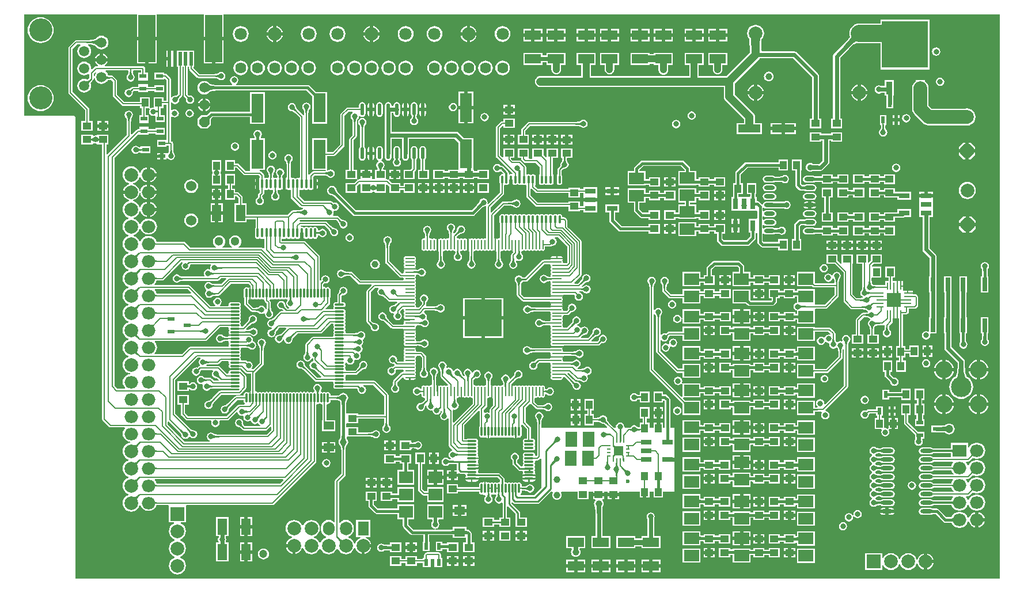
<source format=gtl>
G04*
G04 #@! TF.GenerationSoftware,Altium Limited,Altium Designer,21.9.1 (22)*
G04*
G04 Layer_Physical_Order=1*
G04 Layer_Color=255*
%FSLAX44Y44*%
%MOMM*%
G71*
G04*
G04 #@! TF.SameCoordinates,E6CF621C-C939-4E50-91FD-6E13A024CA84*
G04*
G04*
G04 #@! TF.FilePolarity,Positive*
G04*
G01*
G75*
%ADD10C,0.2500*%
%ADD12C,0.2000*%
%ADD14C,0.5000*%
%ADD16C,0.7000*%
%ADD21C,0.1500*%
%ADD81O,1.4000X0.3000*%
%ADD82O,0.3000X1.4000*%
%ADD83R,1.2500X1.0000*%
%ADD84R,0.6000X0.2500*%
%ADD85R,1.4500X1.4500*%
%ADD86R,0.2500X0.6000*%
%ADD87R,0.6000X1.0000*%
%ADD88R,1.0000X1.2500*%
%ADD89R,1.0000X0.6000*%
%ADD90O,1.4000X0.2500*%
%ADD91O,0.2500X1.4000*%
%ADD92R,2.0000X1.8000*%
%ADD93R,1.1000X0.2500*%
%ADD94R,0.2500X1.1000*%
%ADD95R,2.0000X2.0000*%
%ADD96R,2.4000X1.4000*%
%ADD97R,3.3000X1.2000*%
%ADD98R,0.9500X1.9000*%
%ADD99R,6.8000X6.9000*%
%ADD100R,2.2400X1.7000*%
%ADD101O,1.8500X0.6000*%
%ADD102O,0.5500X1.7500*%
G04:AMPARAMS|DCode=103|XSize=1.6mm|YSize=0.6mm|CornerRadius=0.3mm|HoleSize=0mm|Usage=FLASHONLY|Rotation=180.000|XOffset=0mm|YOffset=0mm|HoleType=Round|Shape=RoundedRectangle|*
%AMROUNDEDRECTD103*
21,1,1.6000,0.0000,0,0,180.0*
21,1,1.0000,0.6000,0,0,180.0*
1,1,0.6000,-0.5000,0.0000*
1,1,0.6000,0.5000,0.0000*
1,1,0.6000,0.5000,0.0000*
1,1,0.6000,-0.5000,0.0000*
%
%ADD103ROUNDEDRECTD103*%
G04:AMPARAMS|DCode=104|XSize=1.4mm|YSize=0.35mm|CornerRadius=0.175mm|HoleSize=0mm|Usage=FLASHONLY|Rotation=90.000|XOffset=0mm|YOffset=0mm|HoleType=Round|Shape=RoundedRectangle|*
%AMROUNDEDRECTD104*
21,1,1.4000,0.0000,0,0,90.0*
21,1,1.0500,0.3500,0,0,90.0*
1,1,0.3500,0.0000,0.5250*
1,1,0.3500,0.0000,-0.5250*
1,1,0.3500,0.0000,-0.5250*
1,1,0.3500,0.0000,0.5250*
%
%ADD104ROUNDEDRECTD104*%
%ADD105O,0.3500X1.2000*%
%ADD106R,0.5000X2.0000*%
%ADD107R,2.5000X7.0000*%
%ADD108R,0.7000X2.0000*%
%ADD109R,1.8000X4.2500*%
%ADD110R,1.6500X0.7600*%
%ADD111R,0.7600X1.6500*%
%ADD112R,1.6000X1.2000*%
%ADD113R,1.4000X2.4000*%
%ADD114R,1.7000X2.2400*%
%ADD115C,0.6000*%
%ADD116C,0.8000*%
%ADD117C,1.2000*%
%ADD118C,1.0000*%
%ADD119C,0.3000*%
%ADD120C,0.4000*%
%ADD121C,2.5000*%
%ADD122C,2.0000*%
%ADD123R,2.0000X1.8000*%
%ADD124O,2.0000X1.8000*%
%ADD125R,5.5000X5.5000*%
%ADD126C,1.5000*%
%ADD127C,2.0000*%
%ADD128P,2.1648X8X112.5*%
%ADD129R,1.6000X2.0000*%
%ADD130O,1.8000X2.0000*%
%ADD131O,1.7000X2.0000*%
%ADD132R,2.0000X2.0000*%
%ADD133C,3.0000*%
%ADD134C,2.5000*%
%ADD135P,1.6236X8X112.5*%
%ADD136C,1.5240*%
%ADD137C,5.0000*%
%ADD138C,1.3000*%
%ADD139C,1.6240*%
%ADD140C,1.8000*%
%ADD141C,0.8000*%
%ADD142C,0.6000*%
%ADD143C,1.0000*%
%ADD144C,0.9000*%
%ADD145C,1.2000*%
%ADD146C,3.4000*%
G36*
X1436941Y-436450D02*
Y-470415D01*
X1436941Y-833441D01*
X974305Y-833441D01*
X78059Y-833441D01*
Y-155000D01*
X77826Y-153829D01*
X77163Y-152837D01*
X76171Y-152174D01*
X75000Y-151941D01*
X3059D01*
Y-3059D01*
X168750D01*
Y-36000D01*
X183250D01*
X197750D01*
Y-3059D01*
X266750D01*
Y-36000D01*
X281250D01*
X295750D01*
Y-3059D01*
X1436941D01*
X1436941Y-436450D01*
D02*
G37*
%LPC*%
G36*
X516000Y-20226D02*
Y-29500D01*
X525274D01*
X525191Y-28867D01*
X523982Y-25948D01*
X522058Y-23442D01*
X519552Y-21518D01*
X516633Y-20309D01*
X516000Y-20226D01*
D02*
G37*
G36*
X511000Y-20226D02*
X510367Y-20309D01*
X507448Y-21518D01*
X504941Y-23442D01*
X503018Y-25948D01*
X501809Y-28867D01*
X501726Y-29500D01*
X511000D01*
Y-20226D01*
D02*
G37*
G36*
X658500Y-20226D02*
Y-29500D01*
X667774D01*
X667691Y-28867D01*
X666482Y-25948D01*
X664558Y-23442D01*
X662052Y-21518D01*
X659133Y-20309D01*
X658500Y-20226D01*
D02*
G37*
G36*
X653500Y-20226D02*
X652867Y-20309D01*
X649948Y-21518D01*
X647441Y-23442D01*
X645518Y-25948D01*
X644309Y-28867D01*
X644225Y-29500D01*
X653500D01*
Y-20226D01*
D02*
G37*
G36*
X373500Y-20226D02*
Y-29500D01*
X382774D01*
X382691Y-28867D01*
X381482Y-25948D01*
X379558Y-23442D01*
X377052Y-21518D01*
X374133Y-20309D01*
X373500Y-20226D01*
D02*
G37*
G36*
X368500D02*
X367867Y-20309D01*
X364948Y-21518D01*
X362441Y-23442D01*
X360518Y-25948D01*
X359309Y-28867D01*
X359226Y-29500D01*
X368500D01*
Y-20226D01*
D02*
G37*
G36*
X764583Y-24750D02*
X753083D01*
Y-31250D01*
X764583D01*
Y-24750D01*
D02*
G37*
G36*
X748083D02*
X736583D01*
Y-31250D01*
X748083D01*
Y-24750D01*
D02*
G37*
G36*
X877083D02*
X865583D01*
Y-31250D01*
X877083D01*
Y-24750D01*
D02*
G37*
G36*
X860583D02*
X849083D01*
Y-31250D01*
X860583D01*
Y-24750D01*
D02*
G37*
G36*
X1036249D02*
X1024749D01*
Y-31250D01*
X1036249D01*
Y-24750D01*
D02*
G37*
G36*
X956317D02*
X944817D01*
Y-31250D01*
X956317D01*
Y-24750D01*
D02*
G37*
G36*
X922067D02*
X910567D01*
Y-31250D01*
X922067D01*
Y-24750D01*
D02*
G37*
G36*
X1019749D02*
X1008249D01*
Y-31250D01*
X1019749D01*
Y-24750D01*
D02*
G37*
G36*
X939817D02*
X928317D01*
Y-31250D01*
X939817D01*
Y-24750D01*
D02*
G37*
G36*
X905567D02*
X894067D01*
Y-31250D01*
X905567D01*
Y-24750D01*
D02*
G37*
G36*
X1001500D02*
X990000D01*
Y-31250D01*
X1001500D01*
Y-24750D01*
D02*
G37*
G36*
X798500D02*
X787000D01*
Y-31250D01*
X798500D01*
Y-24750D01*
D02*
G37*
G36*
X985000D02*
X973500D01*
Y-31250D01*
X985000D01*
Y-24750D01*
D02*
G37*
G36*
X782000D02*
X770500D01*
Y-31250D01*
X782000D01*
Y-24750D01*
D02*
G37*
G36*
X842833D02*
X831333D01*
Y-31250D01*
X842833D01*
Y-24750D01*
D02*
G37*
G36*
X826333D02*
X814833D01*
Y-31250D01*
X826333D01*
Y-24750D01*
D02*
G37*
G36*
X116400Y-34564D02*
X113790Y-34907D01*
X111357Y-35915D01*
X109268Y-37518D01*
X108217Y-38888D01*
X108205Y-38895D01*
X107127Y-39403D01*
X105845Y-39863D01*
X104363Y-40263D01*
X102681Y-40599D01*
X100826Y-40861D01*
X96457Y-41172D01*
X95246Y-41191D01*
X79250D01*
X79250Y-41191D01*
X78080Y-41424D01*
X77087Y-42087D01*
X68587Y-50587D01*
X67924Y-51579D01*
X67691Y-52750D01*
X67691Y-52750D01*
Y-118500D01*
X67691Y-118500D01*
X67924Y-119670D01*
X68587Y-120663D01*
X92191Y-144267D01*
Y-160250D01*
X87000D01*
Y-174250D01*
X103500D01*
Y-160250D01*
X98309D01*
Y-143000D01*
X98309Y-143000D01*
X98076Y-141830D01*
X97413Y-140837D01*
X97413Y-140837D01*
X73809Y-117233D01*
Y-54017D01*
X80517Y-47309D01*
X85303D01*
X85553Y-47808D01*
X85704Y-48809D01*
X83868Y-50218D01*
X82265Y-52307D01*
X81257Y-54739D01*
X80914Y-57350D01*
X81257Y-59960D01*
X82265Y-62393D01*
X83868Y-64482D01*
X85957Y-66085D01*
X88390Y-67093D01*
X91000Y-67436D01*
X93611Y-67093D01*
X96043Y-66085D01*
X98132Y-64482D01*
X99735Y-62393D01*
X100743Y-59960D01*
X101086Y-57350D01*
X100743Y-54739D01*
X99735Y-52307D01*
X98132Y-50218D01*
X96389Y-48880D01*
X96847Y-47396D01*
X98622Y-47460D01*
X100645Y-47665D01*
X102488Y-47952D01*
X104127Y-48314D01*
X105559Y-48745D01*
X106782Y-49236D01*
X107683Y-49717D01*
X109268Y-51782D01*
X111357Y-53385D01*
X113790Y-54393D01*
X116400Y-54736D01*
X119011Y-54393D01*
X121443Y-53385D01*
X123532Y-51782D01*
X125135Y-49693D01*
X126143Y-47260D01*
X126486Y-44650D01*
X126143Y-42039D01*
X125135Y-39607D01*
X123532Y-37518D01*
X121443Y-35915D01*
X119011Y-34907D01*
X116400Y-34564D01*
D02*
G37*
G36*
X1036249Y-36250D02*
X1024749D01*
Y-42750D01*
X1036249D01*
Y-36250D01*
D02*
G37*
G36*
X1019749D02*
X1008249D01*
Y-42750D01*
X1019749D01*
Y-36250D01*
D02*
G37*
G36*
X1001500Y-36250D02*
X990000D01*
Y-42750D01*
X1001500D01*
Y-36250D01*
D02*
G37*
G36*
X985000D02*
X973500D01*
Y-42750D01*
X985000D01*
Y-36250D01*
D02*
G37*
G36*
X956317Y-36250D02*
X944817D01*
Y-42750D01*
X956317D01*
Y-36250D01*
D02*
G37*
G36*
X939817D02*
X928317D01*
Y-42750D01*
X939817D01*
Y-36250D01*
D02*
G37*
G36*
X922067D02*
X910567D01*
Y-42750D01*
X922067D01*
Y-36250D01*
D02*
G37*
G36*
X905567D02*
X894067D01*
Y-42750D01*
X905567D01*
Y-36250D01*
D02*
G37*
G36*
X877083Y-36250D02*
X865583D01*
Y-42750D01*
X877083D01*
Y-36250D01*
D02*
G37*
G36*
X860583D02*
X849083D01*
Y-42750D01*
X860583D01*
Y-36250D01*
D02*
G37*
G36*
X842833Y-36250D02*
X831333D01*
Y-42750D01*
X842833D01*
Y-36250D01*
D02*
G37*
G36*
X826333D02*
X814833D01*
Y-42750D01*
X826333D01*
Y-36250D01*
D02*
G37*
G36*
X798500Y-36250D02*
X787000D01*
Y-42750D01*
X798500D01*
Y-36250D01*
D02*
G37*
G36*
X782000D02*
X770500D01*
Y-42750D01*
X782000D01*
Y-36250D01*
D02*
G37*
G36*
X764583Y-36250D02*
X753083D01*
Y-42750D01*
X764583D01*
Y-36250D01*
D02*
G37*
G36*
X748083D02*
X736583D01*
Y-42750D01*
X748083D01*
Y-36250D01*
D02*
G37*
G36*
X706000Y-20401D02*
X702998Y-20796D01*
X700200Y-21955D01*
X697798Y-23798D01*
X695955Y-26200D01*
X694796Y-28998D01*
X694401Y-32000D01*
X694796Y-35002D01*
X695955Y-37800D01*
X697798Y-40202D01*
X700200Y-42045D01*
X702998Y-43204D01*
X706000Y-43599D01*
X709002Y-43204D01*
X711799Y-42045D01*
X714202Y-40202D01*
X716045Y-37800D01*
X717204Y-35002D01*
X717599Y-32000D01*
X717204Y-28998D01*
X716045Y-26200D01*
X714202Y-23798D01*
X711799Y-21955D01*
X709002Y-20796D01*
X706000Y-20401D01*
D02*
G37*
G36*
X606000D02*
X602998Y-20796D01*
X600200Y-21955D01*
X597798Y-23798D01*
X595955Y-26200D01*
X594796Y-28998D01*
X594401Y-32000D01*
X594796Y-35002D01*
X595955Y-37800D01*
X597798Y-40202D01*
X600200Y-42045D01*
X602998Y-43204D01*
X606000Y-43599D01*
X609002Y-43204D01*
X611800Y-42045D01*
X614202Y-40202D01*
X616045Y-37800D01*
X617204Y-35002D01*
X617599Y-32000D01*
X617204Y-28998D01*
X616045Y-26200D01*
X614202Y-23798D01*
X611800Y-21955D01*
X609002Y-20796D01*
X606000Y-20401D01*
D02*
G37*
G36*
X563500D02*
X560498Y-20796D01*
X557700Y-21955D01*
X555298Y-23798D01*
X553455Y-26200D01*
X552296Y-28998D01*
X551901Y-32000D01*
X552296Y-35002D01*
X553455Y-37800D01*
X555298Y-40202D01*
X557700Y-42045D01*
X560498Y-43204D01*
X563500Y-43599D01*
X566502Y-43204D01*
X569300Y-42045D01*
X571702Y-40202D01*
X573545Y-37800D01*
X574704Y-35002D01*
X575099Y-32000D01*
X574704Y-28998D01*
X573545Y-26200D01*
X571702Y-23798D01*
X569300Y-21955D01*
X566502Y-20796D01*
X563500Y-20401D01*
D02*
G37*
G36*
X463500D02*
X460498Y-20796D01*
X457700Y-21955D01*
X455298Y-23798D01*
X453455Y-26200D01*
X452296Y-28998D01*
X451901Y-32000D01*
X452296Y-35002D01*
X453455Y-37800D01*
X455298Y-40202D01*
X457700Y-42045D01*
X460498Y-43204D01*
X463500Y-43599D01*
X466502Y-43204D01*
X469300Y-42045D01*
X471702Y-40202D01*
X473545Y-37800D01*
X474704Y-35002D01*
X475099Y-32000D01*
X474704Y-28998D01*
X473545Y-26200D01*
X471702Y-23798D01*
X469300Y-21955D01*
X466502Y-20796D01*
X463500Y-20401D01*
D02*
G37*
G36*
X421000D02*
X417998Y-20796D01*
X415200Y-21955D01*
X412798Y-23798D01*
X410955Y-26200D01*
X409796Y-28998D01*
X409401Y-32000D01*
X409796Y-35002D01*
X410955Y-37800D01*
X412798Y-40202D01*
X415200Y-42045D01*
X417998Y-43204D01*
X421000Y-43599D01*
X424002Y-43204D01*
X426800Y-42045D01*
X429202Y-40202D01*
X431045Y-37800D01*
X432204Y-35002D01*
X432599Y-32000D01*
X432204Y-28998D01*
X431045Y-26200D01*
X429202Y-23798D01*
X426800Y-21955D01*
X424002Y-20796D01*
X421000Y-20401D01*
D02*
G37*
G36*
X321000D02*
X317998Y-20796D01*
X315200Y-21955D01*
X312798Y-23798D01*
X310955Y-26200D01*
X309796Y-28998D01*
X309401Y-32000D01*
X309796Y-35002D01*
X310955Y-37800D01*
X312798Y-40202D01*
X315200Y-42045D01*
X317998Y-43204D01*
X321000Y-43599D01*
X324002Y-43204D01*
X326800Y-42045D01*
X329202Y-40202D01*
X331045Y-37800D01*
X332204Y-35002D01*
X332599Y-32000D01*
X332204Y-28998D01*
X331045Y-26200D01*
X329202Y-23798D01*
X326800Y-21955D01*
X324002Y-20796D01*
X321000Y-20401D01*
D02*
G37*
G36*
X525274Y-34500D02*
X516000D01*
Y-43774D01*
X516633Y-43691D01*
X519552Y-42482D01*
X522058Y-40559D01*
X523982Y-38052D01*
X525191Y-35133D01*
X525274Y-34500D01*
D02*
G37*
G36*
X667774Y-34500D02*
X658500D01*
Y-43774D01*
X659133Y-43691D01*
X662052Y-42482D01*
X664558Y-40559D01*
X666482Y-38052D01*
X667691Y-35133D01*
X667774Y-34500D01*
D02*
G37*
G36*
X382774Y-34500D02*
X373500D01*
Y-43774D01*
X374133Y-43691D01*
X377052Y-42482D01*
X379558Y-40559D01*
X381482Y-38052D01*
X382691Y-35133D01*
X382774Y-34500D01*
D02*
G37*
G36*
X368500D02*
X359226D01*
X359309Y-35133D01*
X360518Y-38052D01*
X362441Y-40559D01*
X364948Y-42482D01*
X367867Y-43691D01*
X368500Y-43774D01*
Y-34500D01*
D02*
G37*
G36*
X653500Y-34500D02*
X644225D01*
X644309Y-35133D01*
X645518Y-38052D01*
X647441Y-40559D01*
X649948Y-42482D01*
X652867Y-43691D01*
X653500Y-43774D01*
Y-34500D01*
D02*
G37*
G36*
X511000Y-34500D02*
X501726D01*
X501809Y-35133D01*
X503018Y-38052D01*
X504941Y-40559D01*
X507448Y-42482D01*
X510367Y-43691D01*
X511000Y-43774D01*
Y-34500D01*
D02*
G37*
G36*
X26900Y-7358D02*
X23176Y-7724D01*
X19594Y-8811D01*
X16293Y-10575D01*
X13400Y-12950D01*
X11026Y-15843D01*
X9262Y-19143D01*
X8175Y-22725D01*
X7808Y-26450D01*
X8175Y-30174D01*
X9262Y-33756D01*
X11026Y-37057D01*
X13400Y-39950D01*
X16293Y-42324D01*
X19594Y-44088D01*
X23176Y-45175D01*
X26900Y-45542D01*
X30625Y-45175D01*
X34207Y-44088D01*
X37507Y-42324D01*
X40400Y-39950D01*
X42775Y-37057D01*
X44539Y-33756D01*
X45625Y-30174D01*
X45992Y-26450D01*
X45625Y-22725D01*
X44539Y-19143D01*
X42775Y-15843D01*
X40400Y-12950D01*
X37507Y-10575D01*
X34207Y-8811D01*
X30625Y-7724D01*
X26900Y-7358D01*
D02*
G37*
G36*
X956317Y-59750D02*
X928317D01*
Y-61690D01*
X922067D01*
Y-59750D01*
X894067D01*
Y-77750D01*
X922067D01*
Y-75810D01*
X928317D01*
Y-77750D01*
X935256D01*
Y-85000D01*
X935497Y-86828D01*
X936202Y-88530D01*
X937324Y-89993D01*
X938786Y-91115D01*
X940489Y-91820D01*
X942317Y-92061D01*
X944144Y-91820D01*
X945847Y-91115D01*
X947309Y-89993D01*
X948431Y-88530D01*
X949137Y-86828D01*
X949377Y-85000D01*
Y-77750D01*
X956317D01*
Y-59750D01*
D02*
G37*
G36*
X798500D02*
X770500D01*
Y-63652D01*
X764583D01*
Y-59750D01*
X736583D01*
Y-77750D01*
X764583D01*
Y-73848D01*
X770500D01*
Y-77750D01*
X777773D01*
Y-84250D01*
X778013Y-86077D01*
X778719Y-87780D01*
X779841Y-89242D01*
X781303Y-90365D01*
X783006Y-91070D01*
X784833Y-91310D01*
X786661Y-91070D01*
X788363Y-90365D01*
X789826Y-89242D01*
X790948Y-87780D01*
X791653Y-86077D01*
X791893Y-84250D01*
Y-77750D01*
X798500D01*
Y-59750D01*
D02*
G37*
G36*
X1343500Y-51883D02*
X1341159Y-52348D01*
X1339174Y-53674D01*
X1337848Y-55659D01*
X1337383Y-58000D01*
X1337848Y-60341D01*
X1339174Y-62326D01*
X1341159Y-63652D01*
X1343500Y-64118D01*
X1345841Y-63652D01*
X1347826Y-62326D01*
X1349152Y-60341D01*
X1349617Y-58000D01*
X1349152Y-55659D01*
X1347826Y-53674D01*
X1345841Y-52348D01*
X1343500Y-51883D01*
D02*
G37*
G36*
X213750Y-56500D02*
X211750D01*
Y-66000D01*
X213750D01*
Y-56500D01*
D02*
G37*
G36*
X118900Y-60803D02*
Y-67550D01*
X125647D01*
X124698Y-65259D01*
X123175Y-63274D01*
X121191Y-61752D01*
X118900Y-60803D01*
D02*
G37*
G36*
X113900Y-60803D02*
X111609Y-61752D01*
X109625Y-63274D01*
X108102Y-65259D01*
X107153Y-67550D01*
X113900D01*
Y-60803D01*
D02*
G37*
G36*
X295750Y-41000D02*
X283750D01*
Y-75500D01*
X295750D01*
Y-41000D01*
D02*
G37*
G36*
X278750D02*
X266750D01*
Y-75500D01*
X278750D01*
Y-41000D01*
D02*
G37*
G36*
X197750D02*
X185750D01*
Y-75500D01*
X197750D01*
Y-41000D01*
D02*
G37*
G36*
X180750D02*
X168750D01*
Y-75500D01*
X180750D01*
Y-41000D01*
D02*
G37*
G36*
X221750Y-56500D02*
X218750D01*
Y-68500D01*
Y-80500D01*
X221750D01*
Y-68500D01*
Y-56500D01*
D02*
G37*
G36*
X213750Y-71000D02*
X211750D01*
Y-80500D01*
X213750D01*
Y-71000D01*
D02*
G37*
G36*
X1333500Y-11250D02*
X1261500D01*
Y-16625D01*
X1230500D01*
X1226715Y-17123D01*
X1223188Y-18584D01*
X1220159Y-20909D01*
X1217834Y-23937D01*
X1216373Y-27465D01*
X1215875Y-31250D01*
X1216373Y-35035D01*
X1216734Y-35907D01*
X1216697Y-35973D01*
X1215601Y-37653D01*
X1214253Y-39480D01*
X1208666Y-45874D01*
X1193395Y-61145D01*
X1192290Y-62799D01*
X1191902Y-64750D01*
Y-156750D01*
X1188750D01*
Y-170750D01*
X1205250D01*
Y-156750D01*
X1202098D01*
Y-66862D01*
X1214969Y-53991D01*
X1218024Y-51076D01*
X1222256Y-47508D01*
X1224097Y-46149D01*
X1225777Y-45053D01*
X1225844Y-45016D01*
X1226715Y-45377D01*
X1230500Y-45875D01*
X1261500D01*
Y-84250D01*
X1333500D01*
Y-11250D01*
D02*
G37*
G36*
X1036249Y-59750D02*
X1008249D01*
Y-77750D01*
X1015168D01*
Y-84250D01*
X1015408Y-86077D01*
X1016114Y-87780D01*
X1017236Y-89242D01*
X1018698Y-90365D01*
X1020401Y-91070D01*
X1022228Y-91310D01*
X1024055Y-91070D01*
X1025758Y-90365D01*
X1027220Y-89242D01*
X1028343Y-87780D01*
X1029048Y-86077D01*
X1029288Y-84250D01*
Y-77750D01*
X1036249D01*
Y-59750D01*
D02*
G37*
G36*
X877083D02*
X849083D01*
Y-77750D01*
X856273D01*
Y-84250D01*
X856513Y-86077D01*
X857219Y-87780D01*
X858341Y-89242D01*
X859803Y-90365D01*
X861506Y-91070D01*
X863333Y-91310D01*
X865161Y-91070D01*
X866863Y-90365D01*
X868326Y-89242D01*
X869448Y-87780D01*
X870153Y-86077D01*
X870394Y-84250D01*
Y-77750D01*
X877083D01*
Y-59750D01*
D02*
G37*
G36*
X706000Y-71288D02*
X703227Y-71653D01*
X700644Y-72723D01*
X698426Y-74426D01*
X696723Y-76644D01*
X695653Y-79228D01*
X695288Y-82000D01*
X695653Y-84772D01*
X696723Y-87356D01*
X698426Y-89574D01*
X700644Y-91277D01*
X703227Y-92347D01*
X706000Y-92712D01*
X708772Y-92347D01*
X711356Y-91277D01*
X713574Y-89574D01*
X715276Y-87356D01*
X716347Y-84772D01*
X716712Y-82000D01*
X716347Y-79228D01*
X715276Y-76644D01*
X713574Y-74426D01*
X711356Y-72723D01*
X708772Y-71653D01*
X706000Y-71288D01*
D02*
G37*
G36*
X681000D02*
X678227Y-71653D01*
X675644Y-72723D01*
X673426Y-74426D01*
X671723Y-76644D01*
X670653Y-79228D01*
X670288Y-82000D01*
X670653Y-84772D01*
X671723Y-87356D01*
X673426Y-89574D01*
X675644Y-91277D01*
X678227Y-92347D01*
X681000Y-92712D01*
X683772Y-92347D01*
X686356Y-91277D01*
X688574Y-89574D01*
X690276Y-87356D01*
X691347Y-84772D01*
X691712Y-82000D01*
X691347Y-79228D01*
X690276Y-76644D01*
X688574Y-74426D01*
X686356Y-72723D01*
X683772Y-71653D01*
X681000Y-71288D01*
D02*
G37*
G36*
X656000D02*
X653227Y-71653D01*
X650644Y-72723D01*
X648426Y-74426D01*
X646723Y-76644D01*
X645653Y-79228D01*
X645288Y-82000D01*
X645653Y-84772D01*
X646723Y-87356D01*
X648426Y-89574D01*
X650644Y-91277D01*
X653227Y-92347D01*
X656000Y-92712D01*
X658772Y-92347D01*
X661356Y-91277D01*
X663574Y-89574D01*
X665276Y-87356D01*
X666347Y-84772D01*
X666712Y-82000D01*
X666347Y-79228D01*
X665276Y-76644D01*
X663574Y-74426D01*
X661356Y-72723D01*
X658772Y-71653D01*
X656000Y-71288D01*
D02*
G37*
G36*
X631000D02*
X628228Y-71653D01*
X625644Y-72723D01*
X623426Y-74426D01*
X621723Y-76644D01*
X620653Y-79228D01*
X620288Y-82000D01*
X620653Y-84772D01*
X621723Y-87356D01*
X623426Y-89574D01*
X625644Y-91277D01*
X628228Y-92347D01*
X631000Y-92712D01*
X633772Y-92347D01*
X636356Y-91277D01*
X638574Y-89574D01*
X640276Y-87356D01*
X641347Y-84772D01*
X641712Y-82000D01*
X641347Y-79228D01*
X640276Y-76644D01*
X638574Y-74426D01*
X636356Y-72723D01*
X633772Y-71653D01*
X631000Y-71288D01*
D02*
G37*
G36*
X606000D02*
X603228Y-71653D01*
X600644Y-72723D01*
X598426Y-74426D01*
X596723Y-76644D01*
X595653Y-79228D01*
X595288Y-82000D01*
X595653Y-84772D01*
X596723Y-87356D01*
X598426Y-89574D01*
X600644Y-91277D01*
X603228Y-92347D01*
X606000Y-92712D01*
X608772Y-92347D01*
X611356Y-91277D01*
X613574Y-89574D01*
X615276Y-87356D01*
X616347Y-84772D01*
X616712Y-82000D01*
X616347Y-79228D01*
X615276Y-76644D01*
X613574Y-74426D01*
X611356Y-72723D01*
X608772Y-71653D01*
X606000Y-71288D01*
D02*
G37*
G36*
X563500D02*
X560728Y-71653D01*
X558144Y-72723D01*
X555926Y-74426D01*
X554223Y-76644D01*
X553153Y-79228D01*
X552788Y-82000D01*
X553153Y-84772D01*
X554223Y-87356D01*
X555926Y-89574D01*
X558144Y-91277D01*
X560728Y-92347D01*
X563500Y-92712D01*
X566272Y-92347D01*
X568856Y-91277D01*
X571074Y-89574D01*
X572777Y-87356D01*
X573847Y-84772D01*
X574212Y-82000D01*
X573847Y-79228D01*
X572777Y-76644D01*
X571074Y-74426D01*
X568856Y-72723D01*
X566272Y-71653D01*
X563500Y-71288D01*
D02*
G37*
G36*
X538500D02*
X535728Y-71653D01*
X533144Y-72723D01*
X530926Y-74426D01*
X529223Y-76644D01*
X528153Y-79228D01*
X527788Y-82000D01*
X528153Y-84772D01*
X529223Y-87356D01*
X530926Y-89574D01*
X533144Y-91277D01*
X535728Y-92347D01*
X538500Y-92712D01*
X541272Y-92347D01*
X543856Y-91277D01*
X546074Y-89574D01*
X547777Y-87356D01*
X548847Y-84772D01*
X549212Y-82000D01*
X548847Y-79228D01*
X547777Y-76644D01*
X546074Y-74426D01*
X543856Y-72723D01*
X541272Y-71653D01*
X538500Y-71288D01*
D02*
G37*
G36*
X513500D02*
X510728Y-71653D01*
X508144Y-72723D01*
X505926Y-74426D01*
X504223Y-76644D01*
X503153Y-79228D01*
X502788Y-82000D01*
X503153Y-84772D01*
X504223Y-87356D01*
X505926Y-89574D01*
X508144Y-91277D01*
X510728Y-92347D01*
X513500Y-92712D01*
X516272Y-92347D01*
X518856Y-91277D01*
X521074Y-89574D01*
X522777Y-87356D01*
X523847Y-84772D01*
X524212Y-82000D01*
X523847Y-79228D01*
X522777Y-76644D01*
X521074Y-74426D01*
X518856Y-72723D01*
X516272Y-71653D01*
X513500Y-71288D01*
D02*
G37*
G36*
X488500D02*
X485728Y-71653D01*
X483144Y-72723D01*
X480926Y-74426D01*
X479223Y-76644D01*
X478153Y-79228D01*
X477788Y-82000D01*
X478153Y-84772D01*
X479223Y-87356D01*
X480926Y-89574D01*
X483144Y-91277D01*
X485728Y-92347D01*
X488500Y-92712D01*
X491272Y-92347D01*
X493856Y-91277D01*
X496074Y-89574D01*
X497777Y-87356D01*
X498847Y-84772D01*
X499212Y-82000D01*
X498847Y-79228D01*
X497777Y-76644D01*
X496074Y-74426D01*
X493856Y-72723D01*
X491272Y-71653D01*
X488500Y-71288D01*
D02*
G37*
G36*
X463500D02*
X460728Y-71653D01*
X458144Y-72723D01*
X455926Y-74426D01*
X454223Y-76644D01*
X453153Y-79228D01*
X452788Y-82000D01*
X453153Y-84772D01*
X454223Y-87356D01*
X455926Y-89574D01*
X458144Y-91277D01*
X460728Y-92347D01*
X463500Y-92712D01*
X466272Y-92347D01*
X468856Y-91277D01*
X471074Y-89574D01*
X472776Y-87356D01*
X473847Y-84772D01*
X474212Y-82000D01*
X473847Y-79228D01*
X472776Y-76644D01*
X471074Y-74426D01*
X468856Y-72723D01*
X466272Y-71653D01*
X463500Y-71288D01*
D02*
G37*
G36*
X421000D02*
X418228Y-71653D01*
X415644Y-72723D01*
X413426Y-74426D01*
X411723Y-76644D01*
X410653Y-79228D01*
X410288Y-82000D01*
X410653Y-84772D01*
X411723Y-87356D01*
X413426Y-89574D01*
X415644Y-91277D01*
X418228Y-92347D01*
X421000Y-92712D01*
X423772Y-92347D01*
X426356Y-91277D01*
X428574Y-89574D01*
X430277Y-87356D01*
X431347Y-84772D01*
X431712Y-82000D01*
X431347Y-79228D01*
X430277Y-76644D01*
X428574Y-74426D01*
X426356Y-72723D01*
X423772Y-71653D01*
X421000Y-71288D01*
D02*
G37*
G36*
X396000D02*
X393228Y-71653D01*
X390644Y-72723D01*
X388426Y-74426D01*
X386723Y-76644D01*
X385653Y-79228D01*
X385288Y-82000D01*
X385653Y-84772D01*
X386723Y-87356D01*
X388426Y-89574D01*
X390644Y-91277D01*
X393228Y-92347D01*
X396000Y-92712D01*
X398772Y-92347D01*
X401356Y-91277D01*
X403574Y-89574D01*
X405277Y-87356D01*
X406347Y-84772D01*
X406712Y-82000D01*
X406347Y-79228D01*
X405277Y-76644D01*
X403574Y-74426D01*
X401356Y-72723D01*
X398772Y-71653D01*
X396000Y-71288D01*
D02*
G37*
G36*
X371000D02*
X368228Y-71653D01*
X365644Y-72723D01*
X363426Y-74426D01*
X361723Y-76644D01*
X360653Y-79228D01*
X360288Y-82000D01*
X360653Y-84772D01*
X361723Y-87356D01*
X363426Y-89574D01*
X365644Y-91277D01*
X368228Y-92347D01*
X371000Y-92712D01*
X373772Y-92347D01*
X376356Y-91277D01*
X378574Y-89574D01*
X380277Y-87356D01*
X381347Y-84772D01*
X381712Y-82000D01*
X381347Y-79228D01*
X380277Y-76644D01*
X378574Y-74426D01*
X376356Y-72723D01*
X373772Y-71653D01*
X371000Y-71288D01*
D02*
G37*
G36*
X346000D02*
X343228Y-71653D01*
X340644Y-72723D01*
X338426Y-74426D01*
X336723Y-76644D01*
X335653Y-79228D01*
X335288Y-82000D01*
X335653Y-84772D01*
X336723Y-87356D01*
X338426Y-89574D01*
X340644Y-91277D01*
X343228Y-92347D01*
X346000Y-92712D01*
X348772Y-92347D01*
X351356Y-91277D01*
X353574Y-89574D01*
X355277Y-87356D01*
X356347Y-84772D01*
X356712Y-82000D01*
X356347Y-79228D01*
X355277Y-76644D01*
X353574Y-74426D01*
X351356Y-72723D01*
X348772Y-71653D01*
X346000Y-71288D01*
D02*
G37*
G36*
X321000D02*
X318228Y-71653D01*
X315644Y-72723D01*
X313426Y-74426D01*
X311723Y-76644D01*
X310653Y-79228D01*
X310288Y-82000D01*
X310653Y-84772D01*
X311723Y-87356D01*
X313426Y-89574D01*
X315644Y-91277D01*
X318228Y-92347D01*
X321000Y-92712D01*
X323772Y-92347D01*
X326356Y-91277D01*
X328574Y-89574D01*
X330277Y-87356D01*
X331347Y-84772D01*
X331712Y-82000D01*
X331347Y-79228D01*
X330277Y-76644D01*
X328574Y-74426D01*
X326356Y-72723D01*
X323772Y-71653D01*
X321000Y-71288D01*
D02*
G37*
G36*
X1078000Y-18642D02*
X1074737Y-19072D01*
X1071696Y-20331D01*
X1069085Y-22335D01*
X1067081Y-24946D01*
X1065822Y-27987D01*
X1065392Y-31250D01*
X1065822Y-34513D01*
X1067081Y-37554D01*
X1069041Y-40108D01*
X1069931Y-58677D01*
Y-59408D01*
X1035408Y-93931D01*
X994561D01*
Y-77750D01*
X1001500D01*
Y-59750D01*
X973500D01*
Y-77750D01*
X980440D01*
Y-93931D01*
X919804D01*
X919576Y-93961D01*
X919348Y-93931D01*
X835893D01*
Y-77750D01*
X842833D01*
Y-59750D01*
X814833D01*
Y-77750D01*
X821773D01*
Y-93931D01*
X761583D01*
X759495Y-94206D01*
X757549Y-95012D01*
X755878Y-96294D01*
X754595Y-97965D01*
X753789Y-99912D01*
X753514Y-102000D01*
X753789Y-104088D01*
X754595Y-106034D01*
X755878Y-107706D01*
X757549Y-108988D01*
X759495Y-109794D01*
X761583Y-110069D01*
X919348D01*
X919576Y-110039D01*
X919804Y-110069D01*
X1031181D01*
Y-124250D01*
X1031456Y-126338D01*
X1032262Y-128285D01*
X1033544Y-129956D01*
X1060931Y-157342D01*
Y-163000D01*
X1050500D01*
Y-179000D01*
X1068476D01*
X1069000Y-179069D01*
X1069524Y-179000D01*
X1087500D01*
Y-163000D01*
X1077069D01*
Y-154000D01*
X1076794Y-151912D01*
X1075988Y-149965D01*
X1074706Y-148294D01*
X1047319Y-120908D01*
Y-104842D01*
X1083706Y-68456D01*
X1084172Y-67848D01*
X1132888D01*
X1161152Y-96112D01*
Y-156750D01*
X1158000D01*
Y-170750D01*
X1174500D01*
Y-156750D01*
X1171348D01*
Y-94000D01*
X1170960Y-92049D01*
X1169855Y-90395D01*
X1138605Y-59145D01*
X1136951Y-58040D01*
X1135000Y-57652D01*
X1087496D01*
X1086091Y-56152D01*
X1086288Y-44185D01*
X1086520Y-40885D01*
X1086581Y-40422D01*
X1086915Y-40165D01*
X1088919Y-37554D01*
X1090178Y-34513D01*
X1090608Y-31250D01*
X1090178Y-27987D01*
X1088919Y-24946D01*
X1086915Y-22335D01*
X1084304Y-20331D01*
X1081263Y-19072D01*
X1078000Y-18642D01*
D02*
G37*
G36*
X252750Y-56500D02*
X226750D01*
Y-68500D01*
Y-80500D01*
X229191D01*
Y-120220D01*
X228482Y-120898D01*
X227120Y-122052D01*
X226583Y-122450D01*
X226122Y-122749D01*
X225774Y-122937D01*
X225571Y-123018D01*
X225563Y-123020D01*
X225458Y-123018D01*
X225445Y-123021D01*
X224750Y-122882D01*
X222409Y-123348D01*
X220424Y-124674D01*
X219809Y-125595D01*
X218309Y-125140D01*
Y-98750D01*
X218309Y-98750D01*
X218076Y-97579D01*
X217413Y-96587D01*
X212413Y-91587D01*
X211420Y-90924D01*
X210250Y-90691D01*
X210250Y-90691D01*
X208500D01*
Y-88750D01*
X194500D01*
Y-98750D01*
X208500D01*
Y-98447D01*
X210000Y-97826D01*
X212191Y-100017D01*
Y-130191D01*
X207250D01*
Y-125000D01*
X193250D01*
Y-139517D01*
X192500Y-140133D01*
X190159Y-140598D01*
X188727Y-141555D01*
X187250Y-140813D01*
X187250Y-140247D01*
Y-125000D01*
X173250D01*
Y-131691D01*
X150017D01*
X139459Y-121133D01*
Y-100900D01*
X139459Y-100900D01*
X139226Y-99729D01*
X138563Y-98737D01*
X138563Y-98737D01*
X134163Y-94337D01*
X133170Y-93674D01*
X132000Y-93441D01*
X132000Y-93441D01*
X130558D01*
X128145Y-93296D01*
X127220Y-93179D01*
X126457Y-93034D01*
X126157Y-92951D01*
X126143Y-92839D01*
X125135Y-90407D01*
X123532Y-88318D01*
X122217Y-87309D01*
X122726Y-85809D01*
X155030D01*
X156081Y-87309D01*
X155939Y-88782D01*
X155800Y-89605D01*
X155634Y-90312D01*
X155455Y-90877D01*
X155276Y-91292D01*
X155133Y-91535D01*
X154924Y-91674D01*
X153598Y-93659D01*
X153132Y-96000D01*
X153598Y-98341D01*
X154924Y-100326D01*
X156909Y-101652D01*
X159250Y-102118D01*
X161591Y-101652D01*
X163576Y-100326D01*
X164902Y-98341D01*
X165368Y-96000D01*
X164902Y-93659D01*
X163576Y-91674D01*
X163367Y-91535D01*
X163223Y-91292D01*
X163045Y-90878D01*
X162866Y-90312D01*
X162700Y-89605D01*
X162564Y-88802D01*
X162419Y-86909D01*
X163439Y-85809D01*
X174441D01*
Y-88750D01*
X170500D01*
Y-98750D01*
Y-100750D01*
X177500D01*
X184500D01*
Y-98750D01*
Y-88750D01*
X180559D01*
Y-82750D01*
X180326Y-81580D01*
X179663Y-80587D01*
X178671Y-79924D01*
X177500Y-79691D01*
X159750D01*
X159750Y-79691D01*
X159750Y-79691D01*
X121808D01*
X121465Y-78944D01*
X121396Y-78191D01*
X123175Y-76825D01*
X124698Y-74841D01*
X125647Y-72550D01*
X116400D01*
X107153D01*
X108102Y-74841D01*
X109625Y-76825D01*
X111404Y-78191D01*
X111335Y-78944D01*
X110992Y-79691D01*
X108500D01*
X108500Y-79691D01*
X107330Y-79924D01*
X106337Y-80587D01*
X102360Y-84564D01*
X100940Y-83863D01*
X101086Y-82750D01*
X100743Y-80140D01*
X99735Y-77707D01*
X98132Y-75618D01*
X96043Y-74015D01*
X93611Y-73007D01*
X91000Y-72664D01*
X88390Y-73007D01*
X85957Y-74015D01*
X83868Y-75618D01*
X82265Y-77707D01*
X81257Y-80140D01*
X80914Y-82750D01*
X81257Y-85360D01*
X82265Y-87793D01*
X83868Y-89882D01*
X85957Y-91485D01*
X88390Y-92493D01*
X91000Y-92836D01*
X93611Y-92493D01*
X96043Y-91485D01*
X97191Y-90604D01*
X98691Y-91344D01*
Y-96733D01*
X98616Y-96809D01*
X97028Y-98232D01*
X96365Y-98759D01*
X95789Y-99166D01*
X95648Y-99251D01*
X93611Y-98407D01*
X91000Y-98064D01*
X88390Y-98407D01*
X85957Y-99415D01*
X83868Y-101018D01*
X82265Y-103107D01*
X81257Y-105540D01*
X80914Y-108150D01*
X81257Y-110760D01*
X82265Y-113193D01*
X83868Y-115282D01*
X85957Y-116885D01*
X88390Y-117893D01*
X91000Y-118236D01*
X93611Y-117893D01*
X96043Y-116885D01*
X98132Y-115282D01*
X99735Y-113193D01*
X100743Y-110760D01*
X101086Y-108150D01*
X100743Y-105540D01*
X100267Y-104390D01*
X100470Y-104065D01*
X100881Y-103496D01*
X102941Y-101135D01*
X103913Y-100163D01*
X104576Y-99171D01*
X104809Y-98000D01*
X104809Y-98000D01*
Y-90767D01*
X107771Y-87805D01*
X108901Y-88796D01*
X107665Y-90407D01*
X106657Y-92839D01*
X106314Y-95450D01*
X106657Y-98061D01*
X107665Y-100493D01*
X109268Y-102582D01*
X111357Y-104185D01*
X113790Y-105193D01*
X116400Y-105536D01*
X119011Y-105193D01*
X121443Y-104185D01*
X123532Y-102582D01*
X125135Y-100493D01*
X125288Y-100124D01*
X125365Y-100099D01*
X126053Y-99941D01*
X126881Y-99809D01*
X130491Y-99559D01*
X130733D01*
X133341Y-102167D01*
Y-122400D01*
X133341Y-122400D01*
X133574Y-123570D01*
X134237Y-124563D01*
X146587Y-136913D01*
X147579Y-137576D01*
X148750Y-137809D01*
X148750Y-137809D01*
X173250D01*
Y-141500D01*
X175691D01*
Y-151250D01*
X171750D01*
Y-161250D01*
Y-163250D01*
X178750D01*
X185750D01*
Y-161250D01*
Y-151250D01*
X181809D01*
Y-141500D01*
X186012D01*
X186654Y-141500D01*
X187534Y-142882D01*
X186848Y-143909D01*
X186383Y-146250D01*
X186848Y-148591D01*
X188174Y-150576D01*
X190159Y-151902D01*
X192500Y-152368D01*
X194250Y-152020D01*
X195750Y-152961D01*
Y-161250D01*
X209750D01*
Y-151250D01*
X203309D01*
Y-141500D01*
X207250D01*
Y-136309D01*
X212191D01*
Y-186579D01*
X212000Y-188000D01*
X198000D01*
Y-198000D01*
X212000D01*
Y-196059D01*
X215000D01*
X215000Y-196059D01*
X215691Y-197264D01*
Y-200675D01*
X215550Y-202998D01*
X215434Y-203941D01*
X215287Y-204770D01*
X215119Y-205455D01*
X214938Y-205990D01*
X214764Y-206368D01*
X214623Y-206587D01*
X214529Y-206687D01*
X214174Y-206924D01*
X213500Y-207933D01*
X212000Y-207478D01*
Y-207000D01*
X207500D01*
Y-212000D01*
Y-217000D01*
X212000D01*
Y-215022D01*
X213500Y-214567D01*
X214174Y-215576D01*
X216159Y-216902D01*
X218500Y-217367D01*
X220841Y-216902D01*
X222826Y-215576D01*
X224152Y-213591D01*
X224618Y-211250D01*
X224152Y-208909D01*
X222826Y-206924D01*
X222734Y-206863D01*
X222649Y-206708D01*
X222485Y-206292D01*
X222319Y-205720D01*
X222166Y-205002D01*
X222041Y-204184D01*
X221809Y-200834D01*
Y-193000D01*
X221576Y-191829D01*
X220913Y-190837D01*
X219921Y-190174D01*
X218750Y-189941D01*
X218309D01*
Y-153723D01*
X219201Y-153308D01*
X219809Y-153166D01*
X221670Y-154409D01*
X224011Y-154875D01*
X226352Y-154409D01*
X228337Y-153083D01*
X229663Y-151098D01*
X230128Y-148757D01*
X229663Y-146416D01*
X228337Y-144431D01*
X226352Y-143105D01*
X224011Y-142640D01*
X221670Y-143105D01*
X219809Y-144349D01*
X219201Y-144206D01*
X218309Y-143792D01*
Y-132860D01*
X219271Y-132439D01*
X219809Y-132405D01*
X220424Y-133326D01*
X222409Y-134652D01*
X224750Y-135118D01*
X227091Y-134652D01*
X229076Y-133326D01*
X230402Y-131341D01*
X230868Y-129000D01*
X230729Y-128305D01*
X230732Y-128292D01*
X230730Y-128187D01*
X230732Y-128179D01*
X230813Y-127976D01*
X231001Y-127628D01*
X231300Y-127168D01*
X231687Y-126644D01*
X233521Y-124554D01*
X234413Y-123663D01*
X234413Y-123663D01*
X235076Y-122670D01*
X235309Y-121500D01*
X235309Y-121500D01*
Y-80500D01*
X237191D01*
Y-122250D01*
X237191Y-122250D01*
X237424Y-123420D01*
X238087Y-124413D01*
X238978Y-125304D01*
X239753Y-126135D01*
X240460Y-126983D01*
X240636Y-127226D01*
X240382Y-128500D01*
X240848Y-130841D01*
X242174Y-132826D01*
X244159Y-134152D01*
X246500Y-134618D01*
X248841Y-134152D01*
X250826Y-132826D01*
X252152Y-130841D01*
X252618Y-128500D01*
X252152Y-126159D01*
X250826Y-124174D01*
X248841Y-122848D01*
X246500Y-122382D01*
X245247Y-122632D01*
X243309Y-120960D01*
Y-80500D01*
X245191D01*
Y-83000D01*
X245191Y-83000D01*
X245424Y-84171D01*
X246087Y-85163D01*
X257087Y-96163D01*
X257087Y-96163D01*
X258079Y-96826D01*
X259250Y-97059D01*
X281767D01*
X282918Y-97107D01*
X285032Y-97311D01*
X285855Y-97450D01*
X286562Y-97616D01*
X287127Y-97795D01*
X287542Y-97974D01*
X287785Y-98117D01*
X287924Y-98326D01*
X289909Y-99652D01*
X292250Y-100118D01*
X294591Y-99652D01*
X296576Y-98326D01*
X297902Y-96341D01*
X298368Y-94000D01*
X297902Y-91659D01*
X296576Y-89674D01*
X294591Y-88348D01*
X292250Y-87882D01*
X289909Y-88348D01*
X287924Y-89674D01*
X287785Y-89883D01*
X287542Y-90027D01*
X287127Y-90205D01*
X286562Y-90384D01*
X285855Y-90550D01*
X285052Y-90686D01*
X281715Y-90941D01*
X260517D01*
X251576Y-82000D01*
X251953Y-80500D01*
X252750D01*
Y-56500D01*
D02*
G37*
G36*
X1097250Y-87440D02*
X1095423Y-87680D01*
X1093720Y-88385D01*
X1092258Y-89508D01*
X1091135Y-90970D01*
X1090430Y-92673D01*
X1090190Y-94500D01*
X1090430Y-96327D01*
X1091135Y-98030D01*
X1092258Y-99492D01*
X1093720Y-100615D01*
X1095423Y-101320D01*
X1097250Y-101560D01*
X1099077Y-101320D01*
X1100780Y-100615D01*
X1102242Y-99492D01*
X1103364Y-98030D01*
X1104070Y-96327D01*
X1104310Y-94500D01*
X1104070Y-92673D01*
X1103364Y-90970D01*
X1102242Y-89508D01*
X1100780Y-88385D01*
X1099077Y-87680D01*
X1097250Y-87440D01*
D02*
G37*
G36*
X311500Y-94132D02*
X309159Y-94598D01*
X307174Y-95924D01*
X305848Y-97909D01*
X305382Y-100250D01*
X305848Y-102591D01*
X307174Y-104576D01*
X308769Y-105642D01*
X308314Y-107142D01*
X288101D01*
X284664Y-107053D01*
X280588Y-106676D01*
X278926Y-106405D01*
X277480Y-106078D01*
X276279Y-105708D01*
X275492Y-105378D01*
X274502Y-104088D01*
X272413Y-102485D01*
X269981Y-101477D01*
X267370Y-101134D01*
X264759Y-101477D01*
X262327Y-102485D01*
X260238Y-104088D01*
X258635Y-106177D01*
X257627Y-108610D01*
X257284Y-111220D01*
X257627Y-113830D01*
X258635Y-116263D01*
X260238Y-118352D01*
X262327Y-119955D01*
X264759Y-120963D01*
X267370Y-121306D01*
X269981Y-120963D01*
X272413Y-119955D01*
X274502Y-118352D01*
X275492Y-117062D01*
X276279Y-116732D01*
X277480Y-116362D01*
X278926Y-116035D01*
X280569Y-115767D01*
X286950Y-115298D01*
X417781D01*
X426250Y-123768D01*
Y-164000D01*
X448250D01*
Y-117500D01*
X431518D01*
X422354Y-108336D01*
X421031Y-107452D01*
X419470Y-107142D01*
X419470Y-107142D01*
X314686D01*
X314231Y-105642D01*
X315826Y-104576D01*
X317152Y-102591D01*
X317618Y-100250D01*
X317152Y-97909D01*
X315826Y-95924D01*
X313841Y-94598D01*
X311500Y-94132D01*
D02*
G37*
G36*
X1281450Y-100070D02*
X1267950D01*
Y-108312D01*
X1261661D01*
X1261341Y-108098D01*
X1259000Y-107633D01*
X1256659Y-108098D01*
X1254674Y-109424D01*
X1253348Y-111409D01*
X1252883Y-113750D01*
X1253348Y-116091D01*
X1254674Y-118076D01*
X1256659Y-119402D01*
X1259000Y-119868D01*
X1261341Y-119402D01*
X1262679Y-118508D01*
X1267950D01*
Y-123070D01*
X1269902D01*
Y-134500D01*
X1270000Y-134993D01*
Y-141500D01*
X1280000D01*
Y-134993D01*
X1280098Y-134500D01*
Y-123070D01*
X1281450D01*
Y-100070D01*
D02*
G37*
G36*
X1349250Y-96132D02*
X1346909Y-96598D01*
X1344924Y-97924D01*
X1343598Y-99909D01*
X1343132Y-102250D01*
X1343598Y-104591D01*
X1344924Y-106576D01*
X1346909Y-107902D01*
X1349250Y-108368D01*
X1351591Y-107902D01*
X1353576Y-106576D01*
X1354902Y-104591D01*
X1355368Y-102250D01*
X1354902Y-99909D01*
X1353576Y-97924D01*
X1351591Y-96598D01*
X1349250Y-96132D01*
D02*
G37*
G36*
X184500Y-105750D02*
X177500D01*
X170500D01*
Y-109691D01*
X162500D01*
X162500Y-109691D01*
X161329Y-109924D01*
X160337Y-110587D01*
X159718Y-111206D01*
X158729Y-112153D01*
X157956Y-112811D01*
X157839Y-112899D01*
X156500Y-112633D01*
X154159Y-113098D01*
X152174Y-114424D01*
X150848Y-116409D01*
X150382Y-118750D01*
X150848Y-121091D01*
X152174Y-123076D01*
X154159Y-124402D01*
X156500Y-124868D01*
X158841Y-124402D01*
X160826Y-123076D01*
X162152Y-121091D01*
X162617Y-118750D01*
X162357Y-117441D01*
X163789Y-115809D01*
X170500D01*
Y-117750D01*
X184500D01*
Y-115809D01*
X194500D01*
Y-117750D01*
X208500D01*
Y-107750D01*
X194500D01*
Y-109691D01*
X184500D01*
Y-105750D01*
D02*
G37*
G36*
X1233000Y-106476D02*
Y-115750D01*
X1242275D01*
X1242191Y-115118D01*
X1240982Y-112198D01*
X1239059Y-109692D01*
X1236552Y-107768D01*
X1233633Y-106559D01*
X1233000Y-106476D01*
D02*
G37*
G36*
X1228000D02*
X1227367Y-106559D01*
X1224448Y-107768D01*
X1221942Y-109692D01*
X1220018Y-112198D01*
X1218809Y-115118D01*
X1218726Y-115750D01*
X1228000D01*
Y-106476D01*
D02*
G37*
G36*
X1080500D02*
Y-115750D01*
X1089774D01*
X1089691Y-115118D01*
X1088482Y-112198D01*
X1086559Y-109692D01*
X1084052Y-107768D01*
X1081133Y-106559D01*
X1080500Y-106476D01*
D02*
G37*
G36*
X1075500D02*
X1074867Y-106559D01*
X1071948Y-107768D01*
X1069442Y-109692D01*
X1067518Y-112198D01*
X1066309Y-115118D01*
X1066226Y-115750D01*
X1075500D01*
Y-106476D01*
D02*
G37*
G36*
X1242275Y-120750D02*
X1233000D01*
Y-130024D01*
X1233633Y-129941D01*
X1236552Y-128732D01*
X1239059Y-126809D01*
X1240982Y-124302D01*
X1242191Y-121383D01*
X1242275Y-120750D01*
D02*
G37*
G36*
X1228000D02*
X1218726D01*
X1218809Y-121383D01*
X1220018Y-124302D01*
X1221942Y-126809D01*
X1224448Y-128732D01*
X1227367Y-129941D01*
X1228000Y-130024D01*
Y-120750D01*
D02*
G37*
G36*
X1089774D02*
X1080500D01*
Y-130024D01*
X1081133Y-129941D01*
X1084052Y-128732D01*
X1086559Y-126809D01*
X1088482Y-124302D01*
X1089691Y-121383D01*
X1089774Y-120750D01*
D02*
G37*
G36*
X1075500D02*
X1066226D01*
X1066309Y-121383D01*
X1067518Y-124302D01*
X1069442Y-126809D01*
X1071948Y-128732D01*
X1074867Y-129941D01*
X1075500Y-130024D01*
Y-120750D01*
D02*
G37*
G36*
X269870Y-126973D02*
Y-133720D01*
X276617D01*
X275668Y-131429D01*
X274145Y-129445D01*
X272161Y-127922D01*
X269870Y-126973D01*
D02*
G37*
G36*
X264870Y-126973D02*
X262579Y-127922D01*
X260595Y-129445D01*
X259072Y-131429D01*
X258123Y-133720D01*
X264870D01*
Y-126973D01*
D02*
G37*
G36*
X663500Y-117000D02*
X655000D01*
Y-137750D01*
X663500D01*
Y-117000D01*
D02*
G37*
G36*
X650000D02*
X641500D01*
Y-137750D01*
X650000D01*
Y-117000D01*
D02*
G37*
G36*
X550600Y-132407D02*
X548747Y-132776D01*
X547175Y-133825D01*
X546126Y-135397D01*
X545757Y-137250D01*
Y-138152D01*
X542743D01*
Y-137250D01*
X542374Y-135397D01*
X541325Y-133825D01*
X539753Y-132776D01*
X537900Y-132407D01*
X536047Y-132776D01*
X534475Y-133825D01*
X533426Y-135397D01*
X533057Y-137250D01*
Y-141968D01*
X532802Y-143250D01*
Y-180750D01*
Y-207750D01*
X533057Y-209032D01*
Y-213750D01*
X533426Y-215603D01*
X534475Y-217175D01*
X536047Y-218224D01*
X537900Y-218593D01*
X539753Y-218224D01*
X541325Y-217175D01*
X542374Y-215603D01*
X542743Y-213750D01*
Y-209032D01*
X542998Y-207750D01*
Y-185848D01*
X558202D01*
Y-207750D01*
X558457Y-209032D01*
Y-213750D01*
X558826Y-215603D01*
X559875Y-217175D01*
X561447Y-218224D01*
X563300Y-218593D01*
X565153Y-218224D01*
X566725Y-217175D01*
X567774Y-215603D01*
X568143Y-213750D01*
Y-209032D01*
X568398Y-207750D01*
Y-185848D01*
X635388D01*
X641500Y-191960D01*
Y-229511D01*
X641500Y-230896D01*
X640186Y-231500D01*
X640000D01*
X626250D01*
Y-233402D01*
X620750D01*
Y-231500D01*
X604250D01*
Y-245500D01*
X620750D01*
Y-243598D01*
X626250D01*
Y-245500D01*
X642750D01*
Y-243848D01*
X647750D01*
Y-245500D01*
X664250D01*
Y-243598D01*
X669500D01*
Y-245500D01*
X686000D01*
Y-231500D01*
X669500D01*
Y-233402D01*
X664250D01*
Y-231500D01*
X663500Y-231500D01*
Y-185000D01*
X648960D01*
X641105Y-177145D01*
X639451Y-176040D01*
X637500Y-175652D01*
X542998D01*
Y-148348D01*
X545757D01*
Y-149250D01*
X546126Y-151103D01*
X547175Y-152675D01*
X548747Y-153724D01*
X550600Y-154093D01*
X552453Y-153724D01*
X554025Y-152675D01*
X555074Y-151103D01*
X555443Y-149250D01*
Y-144531D01*
X555698Y-143250D01*
X555443Y-141968D01*
Y-137250D01*
X555074Y-135397D01*
X554025Y-133825D01*
X552453Y-132776D01*
X550600Y-132407D01*
D02*
G37*
G36*
X499800D02*
X497947Y-132776D01*
X496375Y-133825D01*
X495326Y-135397D01*
X494957Y-137250D01*
Y-140191D01*
X478250D01*
X478250Y-140191D01*
X477080Y-140424D01*
X476087Y-141087D01*
X468337Y-148837D01*
X467674Y-149830D01*
X467441Y-151000D01*
X467441Y-151000D01*
Y-194483D01*
X456233Y-205691D01*
X448250D01*
Y-185500D01*
X426250D01*
Y-232000D01*
X445938D01*
X446581Y-233500D01*
X446413Y-233676D01*
X442957Y-233941D01*
X428250D01*
X427080Y-234174D01*
X426087Y-234837D01*
X426087Y-234837D01*
X422059Y-238865D01*
X421178Y-238681D01*
X420559Y-238300D01*
Y-149575D01*
X420700Y-147252D01*
X420816Y-146308D01*
X420963Y-145480D01*
X421131Y-144795D01*
X421312Y-144260D01*
X421486Y-143882D01*
X421627Y-143663D01*
X421721Y-143563D01*
X422076Y-143326D01*
X423402Y-141341D01*
X423868Y-139000D01*
X423402Y-136659D01*
X422076Y-134674D01*
X420091Y-133348D01*
X417750Y-132882D01*
X415409Y-133348D01*
X413424Y-134674D01*
X412098Y-136659D01*
X411632Y-139000D01*
X412098Y-141341D01*
X413424Y-143326D01*
X413516Y-143387D01*
X413601Y-143542D01*
X413765Y-143958D01*
X413931Y-144530D01*
X414084Y-145248D01*
X414209Y-146066D01*
X414441Y-149416D01*
Y-151050D01*
X413822Y-151431D01*
X412941Y-151615D01*
X406366Y-145040D01*
X405108Y-143718D01*
X403747Y-142086D01*
X403252Y-141404D01*
X402857Y-140786D01*
X402573Y-140260D01*
X402397Y-139843D01*
X402340Y-139641D01*
X402368Y-139500D01*
X401902Y-137159D01*
X400576Y-135174D01*
X398591Y-133848D01*
X396250Y-133383D01*
X393909Y-133848D01*
X391924Y-135174D01*
X390598Y-137159D01*
X390132Y-139500D01*
X390598Y-141841D01*
X391924Y-143826D01*
X393909Y-145152D01*
X396250Y-145618D01*
X396622Y-145543D01*
X396709Y-145548D01*
X396976Y-145609D01*
X397375Y-145759D01*
X397887Y-146016D01*
X398495Y-146387D01*
X399151Y-146848D01*
X401694Y-149019D01*
X407941Y-155267D01*
Y-243235D01*
X406441Y-244037D01*
X405963Y-243718D01*
X404500Y-243427D01*
X403037Y-243718D01*
X402288Y-244218D01*
X401250Y-244433D01*
X400212Y-244218D01*
X399463Y-243718D01*
X398000Y-243427D01*
X396537Y-243718D01*
X396059Y-244037D01*
X394559Y-243235D01*
Y-225233D01*
X394607Y-224082D01*
X394811Y-221968D01*
X394950Y-221145D01*
X395116Y-220438D01*
X395295Y-219873D01*
X395474Y-219458D01*
X395617Y-219215D01*
X395826Y-219076D01*
X397152Y-217091D01*
X397617Y-214750D01*
X397152Y-212409D01*
X395826Y-210424D01*
X393841Y-209098D01*
X391500Y-208633D01*
X389159Y-209098D01*
X387174Y-210424D01*
X385848Y-212409D01*
X385382Y-214750D01*
X385848Y-217091D01*
X387174Y-219076D01*
X387383Y-219215D01*
X387527Y-219458D01*
X387705Y-219872D01*
X387884Y-220438D01*
X388050Y-221145D01*
X388186Y-221948D01*
X388441Y-225285D01*
Y-243235D01*
X387500Y-243738D01*
Y-252500D01*
Y-260722D01*
X388250Y-260567D01*
X389288Y-260782D01*
X390037Y-261282D01*
X391500Y-261573D01*
X392963Y-261282D01*
X393441Y-260963D01*
X394941Y-261765D01*
Y-272000D01*
X394941Y-272000D01*
X395174Y-273171D01*
X395837Y-274163D01*
X408337Y-286663D01*
X409329Y-287326D01*
X410500Y-287559D01*
X410500Y-287559D01*
X412459D01*
X412607Y-289059D01*
X412409Y-289098D01*
X410441Y-290413D01*
X410378Y-290445D01*
X409973Y-290589D01*
X409402Y-290738D01*
X408737Y-290863D01*
X404457Y-291191D01*
X398250D01*
X398250Y-291191D01*
X397079Y-291424D01*
X396087Y-292087D01*
X396087Y-292087D01*
X389983Y-298191D01*
X329750D01*
Y-281250D01*
X323809D01*
Y-272250D01*
X323809Y-272250D01*
X323576Y-271079D01*
X322913Y-270087D01*
X322913Y-270087D01*
X318413Y-265587D01*
X317421Y-264924D01*
X316250Y-264691D01*
X316250Y-264691D01*
X312500D01*
Y-259500D01*
X308559D01*
Y-254750D01*
X312500D01*
Y-238250D01*
X298500D01*
Y-254750D01*
X302441D01*
Y-259500D01*
X298500D01*
Y-276000D01*
X312500D01*
Y-270809D01*
X314983D01*
X317691Y-273517D01*
Y-281250D01*
X311750D01*
Y-309250D01*
X329750D01*
Y-304309D01*
X342941D01*
Y-317078D01*
X342467Y-317787D01*
X342177Y-319250D01*
Y-329750D01*
X342467Y-331213D01*
X343296Y-332454D01*
X344537Y-333282D01*
X346000Y-333573D01*
X347463Y-333282D01*
X348212Y-332782D01*
X349250Y-332567D01*
X350288Y-332782D01*
X351037Y-333282D01*
X352500Y-333573D01*
X353963Y-333282D01*
X354441Y-332963D01*
X355941Y-333765D01*
Y-347156D01*
X354555Y-347730D01*
X354163Y-347337D01*
X353171Y-346674D01*
X352000Y-346441D01*
X352000Y-346441D01*
X318169D01*
X317855Y-345780D01*
X317761Y-344941D01*
X319419Y-343669D01*
X320861Y-341789D01*
X321768Y-339599D01*
X322078Y-337250D01*
X321768Y-334901D01*
X320861Y-332711D01*
X319419Y-330831D01*
X317539Y-329389D01*
X315350Y-328482D01*
X313000Y-328172D01*
X310651Y-328482D01*
X308461Y-329389D01*
X306581Y-330831D01*
X305138Y-332711D01*
X304232Y-334901D01*
X303922Y-337250D01*
X304232Y-339599D01*
X305138Y-341789D01*
X306581Y-343669D01*
X308239Y-344941D01*
X308144Y-345780D01*
X307831Y-346441D01*
X294419D01*
X294105Y-345780D01*
X294011Y-344941D01*
X295669Y-343669D01*
X297111Y-341789D01*
X298018Y-339599D01*
X298328Y-337250D01*
X298018Y-334901D01*
X297111Y-332711D01*
X295669Y-330831D01*
X293789Y-329389D01*
X291600Y-328482D01*
X289250Y-328172D01*
X286901Y-328482D01*
X284711Y-329389D01*
X282831Y-330831D01*
X281388Y-332711D01*
X280482Y-334901D01*
X280172Y-337250D01*
X280482Y-339599D01*
X281388Y-341789D01*
X282831Y-343669D01*
X284489Y-344941D01*
X284394Y-345780D01*
X284081Y-346441D01*
X247367D01*
X239663Y-338737D01*
X238671Y-338074D01*
X237500Y-337841D01*
X237500Y-337841D01*
X197581D01*
X196445Y-335100D01*
X194602Y-332698D01*
X192200Y-330855D01*
X189402Y-329696D01*
X186400Y-329301D01*
X184400D01*
X181398Y-329696D01*
X178600Y-330855D01*
X176198Y-332698D01*
X174355Y-335100D01*
X173553Y-337036D01*
X171929D01*
X170919Y-334596D01*
X168915Y-331985D01*
X166304Y-329981D01*
X163964Y-329012D01*
Y-327388D01*
X166304Y-326419D01*
X168915Y-324415D01*
X170919Y-321804D01*
X171950Y-319314D01*
X173564Y-319291D01*
X174355Y-321200D01*
X176198Y-323602D01*
X178600Y-325445D01*
X181398Y-326604D01*
X184400Y-326999D01*
X186400D01*
X189402Y-326604D01*
X192200Y-325445D01*
X194602Y-323602D01*
X196445Y-321200D01*
X197604Y-318402D01*
X197999Y-315400D01*
X197604Y-312398D01*
X196445Y-309600D01*
X194602Y-307198D01*
X192200Y-305355D01*
X189402Y-304196D01*
X186400Y-303801D01*
X184400D01*
X181398Y-304196D01*
X178600Y-305355D01*
X176198Y-307198D01*
X174355Y-309600D01*
X173532Y-311586D01*
X171909D01*
X170919Y-309196D01*
X168915Y-306585D01*
X166304Y-304581D01*
X163843Y-303562D01*
Y-301938D01*
X166304Y-300919D01*
X168915Y-298915D01*
X170919Y-296304D01*
X172178Y-293263D01*
X172193Y-293148D01*
X173683Y-292972D01*
X174792Y-295647D01*
X176555Y-297945D01*
X178853Y-299708D01*
X181528Y-300817D01*
X182900Y-300997D01*
Y-290100D01*
Y-279203D01*
X181528Y-279383D01*
X178853Y-280492D01*
X176555Y-282255D01*
X174792Y-284553D01*
X173738Y-287095D01*
X173610Y-287144D01*
X172178Y-286737D01*
X170919Y-283696D01*
X168915Y-281085D01*
X166304Y-279081D01*
X163263Y-277822D01*
X163131Y-277804D01*
Y-276291D01*
X163133Y-276291D01*
X166052Y-275082D01*
X168559Y-273158D01*
X170482Y-270652D01*
X171691Y-267733D01*
X171948Y-265783D01*
X173461D01*
X173683Y-267472D01*
X174792Y-270147D01*
X176555Y-272445D01*
X178853Y-274209D01*
X181528Y-275317D01*
X182900Y-275497D01*
Y-264600D01*
Y-253703D01*
X181528Y-253883D01*
X178853Y-254991D01*
X176555Y-256755D01*
X174792Y-259053D01*
X173683Y-261728D01*
X173461Y-263417D01*
X171948D01*
X171691Y-261467D01*
X170482Y-258548D01*
X168559Y-256042D01*
X166052Y-254118D01*
X163133Y-252909D01*
X163131Y-252909D01*
Y-251396D01*
X163263Y-251378D01*
X166304Y-250119D01*
X168915Y-248115D01*
X170919Y-245504D01*
X172133Y-242573D01*
X173311Y-242191D01*
X173596Y-242123D01*
X173728Y-242181D01*
X174792Y-244747D01*
X176555Y-247045D01*
X178853Y-248808D01*
X181528Y-249917D01*
X182900Y-250097D01*
Y-239200D01*
Y-228303D01*
X181528Y-228483D01*
X178853Y-229592D01*
X176555Y-231355D01*
X174792Y-233653D01*
X173728Y-236219D01*
X173596Y-236277D01*
X173311Y-236209D01*
X172133Y-235827D01*
X170919Y-232896D01*
X168915Y-230285D01*
X166304Y-228281D01*
X163263Y-227022D01*
X160000Y-226592D01*
X156737Y-227022D01*
X153696Y-228281D01*
X151085Y-230285D01*
X149081Y-232896D01*
X147822Y-235937D01*
X147392Y-239200D01*
X147822Y-242463D01*
X149081Y-245504D01*
X151085Y-248115D01*
X153696Y-250119D01*
X156737Y-251378D01*
X156869Y-251396D01*
Y-252909D01*
X156867Y-252909D01*
X153948Y-254118D01*
X151441Y-256042D01*
X149518Y-258548D01*
X148309Y-261467D01*
X148226Y-262100D01*
X160000D01*
Y-267100D01*
X148226D01*
X148309Y-267733D01*
X149518Y-270652D01*
X151441Y-273158D01*
X153948Y-275082D01*
X156867Y-276291D01*
X156869Y-276291D01*
Y-277804D01*
X156737Y-277822D01*
X153696Y-279081D01*
X151085Y-281085D01*
X149081Y-283696D01*
X147822Y-286737D01*
X147392Y-290000D01*
X147822Y-293263D01*
X149081Y-296304D01*
X151085Y-298915D01*
X153696Y-300919D01*
X156157Y-301938D01*
Y-303562D01*
X153696Y-304581D01*
X151085Y-306585D01*
X149081Y-309196D01*
X147822Y-312237D01*
X147392Y-315500D01*
X147822Y-318763D01*
X149081Y-321804D01*
X151085Y-324415D01*
X153696Y-326419D01*
X156037Y-327388D01*
Y-329012D01*
X153696Y-329981D01*
X151085Y-331985D01*
X149081Y-334596D01*
X147822Y-337637D01*
X147392Y-340900D01*
X147822Y-344163D01*
X149081Y-347204D01*
X151085Y-349815D01*
X153696Y-351819D01*
X156037Y-352788D01*
Y-354412D01*
X153696Y-355381D01*
X151085Y-357385D01*
X149081Y-359996D01*
X147822Y-363037D01*
X147392Y-366300D01*
X147822Y-369563D01*
X149081Y-372604D01*
X151085Y-375215D01*
X153696Y-377219D01*
X156037Y-378188D01*
Y-379812D01*
X153696Y-380781D01*
X151085Y-382785D01*
X149081Y-385396D01*
X147822Y-388437D01*
X147392Y-391700D01*
X147822Y-394963D01*
X149081Y-398004D01*
X151085Y-400615D01*
X153696Y-402619D01*
X156157Y-403638D01*
Y-405262D01*
X153696Y-406281D01*
X151085Y-408285D01*
X149081Y-410896D01*
X147822Y-413937D01*
X147392Y-417200D01*
X147822Y-420463D01*
X149081Y-423504D01*
X151085Y-426115D01*
X153696Y-428119D01*
X156037Y-429088D01*
Y-430712D01*
X153696Y-431681D01*
X151085Y-433685D01*
X149081Y-436296D01*
X147822Y-439337D01*
X147392Y-442600D01*
X147822Y-445863D01*
X149081Y-448904D01*
X151085Y-451515D01*
X153696Y-453519D01*
X156037Y-454488D01*
Y-456112D01*
X153696Y-457081D01*
X151085Y-459085D01*
X149081Y-461696D01*
X147822Y-464737D01*
X147392Y-468000D01*
X147822Y-471263D01*
X149081Y-474304D01*
X151085Y-476915D01*
X153696Y-478919D01*
X156086Y-479909D01*
Y-481532D01*
X153696Y-482522D01*
X151085Y-484526D01*
X149081Y-487137D01*
X147822Y-490178D01*
X147392Y-493441D01*
X147822Y-496704D01*
X149081Y-499745D01*
X151085Y-502356D01*
X153696Y-504360D01*
X155746Y-505209D01*
Y-506832D01*
X153696Y-507681D01*
X151085Y-509685D01*
X149081Y-512296D01*
X147822Y-515337D01*
X147392Y-518600D01*
X147822Y-521863D01*
X149081Y-524904D01*
X151085Y-527515D01*
X153696Y-529519D01*
X156737Y-530778D01*
X158285Y-530982D01*
Y-532495D01*
X155998Y-532796D01*
X153200Y-533955D01*
X150798Y-535798D01*
X148955Y-538200D01*
X147796Y-540998D01*
X147401Y-544000D01*
X147796Y-547002D01*
X148955Y-549800D01*
X150798Y-552202D01*
X151083Y-552421D01*
X150601Y-553841D01*
X139867D01*
X135309Y-549283D01*
X135309Y-214267D01*
X170250Y-179326D01*
X171750Y-179947D01*
Y-180250D01*
X185750D01*
Y-178309D01*
X195750D01*
Y-180250D01*
X209750D01*
Y-170250D01*
X195750D01*
Y-172191D01*
X185750D01*
Y-168250D01*
X178750D01*
X171750D01*
Y-172191D01*
X170000D01*
X168829Y-172424D01*
X167837Y-173087D01*
X167837Y-173087D01*
X161195Y-179730D01*
X159809Y-179156D01*
Y-162016D01*
X159853Y-160209D01*
X160038Y-158084D01*
X160166Y-157248D01*
X160319Y-156530D01*
X160485Y-155958D01*
X160650Y-155542D01*
X160734Y-155387D01*
X160826Y-155326D01*
X162152Y-153341D01*
X162617Y-151000D01*
X162152Y-148659D01*
X160826Y-146674D01*
X158841Y-145348D01*
X156500Y-144882D01*
X154159Y-145348D01*
X152174Y-146674D01*
X150848Y-148659D01*
X150382Y-151000D01*
X150848Y-153341D01*
X152174Y-155326D01*
X152529Y-155563D01*
X152623Y-155663D01*
X152764Y-155882D01*
X152938Y-156260D01*
X153119Y-156795D01*
X153287Y-157480D01*
X153426Y-158265D01*
X153691Y-161597D01*
Y-180515D01*
X125059Y-209148D01*
X123559Y-208527D01*
Y-194250D01*
X126750D01*
Y-180250D01*
X110250D01*
Y-180250D01*
X108750Y-181381D01*
X107500Y-181133D01*
X105159Y-181598D01*
X104823Y-181823D01*
X103500Y-181116D01*
Y-180250D01*
X87000D01*
Y-194250D01*
X103500D01*
Y-193384D01*
X104823Y-192677D01*
X105159Y-192902D01*
X107500Y-193368D01*
X108750Y-193119D01*
X110250Y-194250D01*
Y-194250D01*
X117441D01*
Y-598750D01*
X117441Y-598750D01*
X117674Y-599921D01*
X118337Y-600913D01*
X127287Y-609863D01*
X128279Y-610526D01*
X129450Y-610759D01*
X129450Y-610759D01*
X150173D01*
X150598Y-612259D01*
X148955Y-614400D01*
X147796Y-617198D01*
X147401Y-620200D01*
X147796Y-623202D01*
X148955Y-626000D01*
X150798Y-628402D01*
X153200Y-630245D01*
X155998Y-631404D01*
X158285Y-631705D01*
Y-633218D01*
X156737Y-633422D01*
X153696Y-634681D01*
X151085Y-636685D01*
X149081Y-639296D01*
X147822Y-642337D01*
X147392Y-645600D01*
X147822Y-648863D01*
X149081Y-651904D01*
X151085Y-654515D01*
X153696Y-656519D01*
X156037Y-657488D01*
Y-659112D01*
X153696Y-660081D01*
X151085Y-662085D01*
X149081Y-664696D01*
X147822Y-667737D01*
X147392Y-671000D01*
X147822Y-674263D01*
X149081Y-677304D01*
X151085Y-679915D01*
X153696Y-681919D01*
X156037Y-682888D01*
Y-684512D01*
X153696Y-685481D01*
X151085Y-687485D01*
X149081Y-690096D01*
X147822Y-693137D01*
X147392Y-696400D01*
X147822Y-699663D01*
X149081Y-702704D01*
X151085Y-705315D01*
X153696Y-707319D01*
X156037Y-708288D01*
Y-709912D01*
X153696Y-710881D01*
X151085Y-712885D01*
X149081Y-715496D01*
X147822Y-718537D01*
X147392Y-721800D01*
X147822Y-725063D01*
X149081Y-728104D01*
X151085Y-730715D01*
X153696Y-732719D01*
X156737Y-733978D01*
X160000Y-734408D01*
X163263Y-733978D01*
X166304Y-732719D01*
X168915Y-730715D01*
X170919Y-728104D01*
X171929Y-725664D01*
X173553D01*
X174355Y-727600D01*
X176198Y-730002D01*
X178600Y-731845D01*
X181398Y-733004D01*
X184400Y-733399D01*
X186400D01*
X189402Y-733004D01*
X192200Y-731845D01*
X194602Y-730002D01*
X196445Y-727600D01*
X197581Y-724859D01*
X214224D01*
X215500Y-725400D01*
X215500Y-726359D01*
Y-750400D01*
X222560D01*
X222858Y-751900D01*
X221696Y-752381D01*
X219085Y-754385D01*
X217081Y-756996D01*
X215822Y-760037D01*
X215392Y-763300D01*
X215822Y-766563D01*
X217081Y-769604D01*
X219085Y-772215D01*
X221696Y-774219D01*
X224037Y-775188D01*
Y-776812D01*
X221696Y-777781D01*
X219085Y-779785D01*
X217081Y-782396D01*
X215822Y-785437D01*
X215392Y-788700D01*
X215822Y-791963D01*
X217081Y-795004D01*
X219085Y-797615D01*
X221696Y-799619D01*
X224037Y-800588D01*
Y-802212D01*
X221696Y-803181D01*
X219085Y-805185D01*
X217081Y-807796D01*
X215822Y-810837D01*
X215392Y-814100D01*
X215822Y-817363D01*
X217081Y-820404D01*
X219085Y-823015D01*
X221696Y-825019D01*
X224737Y-826278D01*
X228000Y-826708D01*
X231263Y-826278D01*
X234304Y-825019D01*
X236915Y-823015D01*
X238919Y-820404D01*
X240178Y-817363D01*
X240608Y-814100D01*
X240178Y-810837D01*
X238919Y-807796D01*
X236915Y-805185D01*
X234304Y-803181D01*
X231964Y-802212D01*
Y-800588D01*
X234304Y-799619D01*
X236915Y-797615D01*
X238919Y-795004D01*
X240178Y-791963D01*
X240608Y-788700D01*
X240178Y-785437D01*
X238919Y-782396D01*
X236915Y-779785D01*
X234304Y-777781D01*
X231964Y-776812D01*
Y-775188D01*
X234304Y-774219D01*
X236915Y-772215D01*
X238919Y-769604D01*
X240178Y-766563D01*
X240608Y-763300D01*
X240178Y-760037D01*
X238919Y-756996D01*
X236915Y-754385D01*
X234304Y-752381D01*
X233142Y-751900D01*
X233440Y-750400D01*
X240500D01*
Y-726359D01*
X240500Y-725400D01*
X241776Y-724859D01*
X367950D01*
X367950Y-724859D01*
X369120Y-724626D01*
X370113Y-723963D01*
X431413Y-662663D01*
X431413Y-662663D01*
X432076Y-661671D01*
X432309Y-660500D01*
Y-577329D01*
X433809Y-576231D01*
X434250Y-576319D01*
X435616Y-576047D01*
X436750Y-575289D01*
X437884Y-576047D01*
X439250Y-576319D01*
X439691Y-576231D01*
X441191Y-577329D01*
Y-600000D01*
X440250D01*
Y-616000D01*
X460250D01*
Y-600000D01*
X447309D01*
Y-577329D01*
X448809Y-576231D01*
X449250Y-576319D01*
X450616Y-576047D01*
X451773Y-575273D01*
X452547Y-574116D01*
X452819Y-572750D01*
Y-570309D01*
X458581D01*
X458822Y-570312D01*
X460326Y-570379D01*
X462989Y-570647D01*
X464054Y-570834D01*
X464988Y-571059D01*
X465761Y-571310D01*
X466370Y-571574D01*
X466813Y-571833D01*
X467004Y-571988D01*
X467007Y-571992D01*
X467035Y-572013D01*
X467141Y-572236D01*
X467296Y-572719D01*
X467457Y-573427D01*
X467596Y-574286D01*
X467922Y-579437D01*
Y-619845D01*
X467829Y-622281D01*
X467601Y-624682D01*
X467457Y-625573D01*
X467296Y-626281D01*
X467141Y-626764D01*
X467035Y-626987D01*
X467007Y-627008D01*
X465886Y-628470D01*
X465180Y-630173D01*
X464940Y-632000D01*
X465180Y-633827D01*
X465886Y-635530D01*
X467007Y-636992D01*
X467081Y-637049D01*
X467326Y-637334D01*
X467602Y-637778D01*
X467881Y-638382D01*
X468146Y-639148D01*
X468383Y-640071D01*
X468577Y-641102D01*
X468937Y-645290D01*
X468941Y-645572D01*
Y-678983D01*
X460337Y-687587D01*
X459674Y-688579D01*
X459441Y-689750D01*
X459441Y-689750D01*
Y-749498D01*
X459309Y-749543D01*
X457941Y-749837D01*
X455798Y-748192D01*
X453122Y-747083D01*
X450250Y-746705D01*
X447378Y-747083D01*
X444702Y-748192D01*
X442405Y-749955D01*
X440642Y-752253D01*
X439533Y-754928D01*
X439155Y-757800D01*
Y-760800D01*
X439533Y-763672D01*
X440642Y-766348D01*
X442405Y-768645D01*
X444702Y-770408D01*
X446459Y-771136D01*
X446436Y-772750D01*
X443946Y-773781D01*
X441335Y-775785D01*
X439331Y-778396D01*
X438362Y-780736D01*
X436738D01*
X435769Y-778396D01*
X433765Y-775785D01*
X431154Y-773781D01*
X428814Y-772812D01*
Y-771188D01*
X431154Y-770219D01*
X433765Y-768215D01*
X435769Y-765604D01*
X437028Y-762563D01*
X437458Y-759300D01*
X437028Y-756037D01*
X435769Y-752996D01*
X433765Y-750385D01*
X431154Y-748381D01*
X428113Y-747122D01*
X424850Y-746692D01*
X421587Y-747122D01*
X418546Y-748381D01*
X415935Y-750385D01*
X413931Y-752996D01*
X412962Y-755337D01*
X411338D01*
X410369Y-752996D01*
X408365Y-750385D01*
X405754Y-748381D01*
X402713Y-747122D01*
X399450Y-746692D01*
X396187Y-747122D01*
X393146Y-748381D01*
X390535Y-750385D01*
X388531Y-752996D01*
X387272Y-756037D01*
X386842Y-759300D01*
X387272Y-762563D01*
X388531Y-765604D01*
X390535Y-768215D01*
X393146Y-770219D01*
X396187Y-771478D01*
X396319Y-771496D01*
Y-773009D01*
X396317Y-773009D01*
X393398Y-774218D01*
X390891Y-776142D01*
X388968Y-778648D01*
X387759Y-781567D01*
X387676Y-782200D01*
X399450D01*
Y-784700D01*
X401950D01*
Y-796474D01*
X402583Y-796391D01*
X405502Y-795182D01*
X408008Y-793259D01*
X409932Y-790752D01*
X411141Y-787833D01*
X411141Y-787831D01*
X412654D01*
X412672Y-787963D01*
X413931Y-791004D01*
X415935Y-793615D01*
X418546Y-795619D01*
X421587Y-796878D01*
X424850Y-797308D01*
X428113Y-796878D01*
X431154Y-795619D01*
X433765Y-793615D01*
X435769Y-791004D01*
X436738Y-788663D01*
X438362D01*
X439331Y-791004D01*
X441335Y-793615D01*
X443946Y-795619D01*
X446987Y-796878D01*
X450250Y-797308D01*
X453513Y-796878D01*
X456554Y-795619D01*
X459165Y-793615D01*
X461169Y-791004D01*
X462138Y-788663D01*
X463762D01*
X464731Y-791004D01*
X466735Y-793615D01*
X469346Y-795619D01*
X472387Y-796878D01*
X475650Y-797308D01*
X478913Y-796878D01*
X481954Y-795619D01*
X484565Y-793615D01*
X486569Y-791004D01*
X487828Y-787963D01*
X487846Y-787831D01*
X489359D01*
X489359Y-787833D01*
X490568Y-790752D01*
X492491Y-793259D01*
X494998Y-795182D01*
X497917Y-796391D01*
X498550Y-796474D01*
Y-784700D01*
X501050D01*
Y-782200D01*
X512824D01*
X512741Y-781567D01*
X511532Y-778648D01*
X509608Y-776142D01*
X507102Y-774218D01*
X504885Y-773300D01*
X505184Y-771800D01*
X511550D01*
Y-746800D01*
X490550D01*
Y-771800D01*
X496916D01*
X497215Y-773300D01*
X494998Y-774218D01*
X492491Y-776142D01*
X490568Y-778648D01*
X489359Y-781567D01*
X489359Y-781569D01*
X487846D01*
X487828Y-781437D01*
X486569Y-778396D01*
X484565Y-775785D01*
X481954Y-773781D01*
X479514Y-772771D01*
Y-771147D01*
X481450Y-770345D01*
X483852Y-768502D01*
X485695Y-766100D01*
X486854Y-763302D01*
X487249Y-760300D01*
Y-758300D01*
X486854Y-755298D01*
X485695Y-752500D01*
X483852Y-750098D01*
X481450Y-748255D01*
X478652Y-747096D01*
X475650Y-746701D01*
X472648Y-747096D01*
X469850Y-748255D01*
X467448Y-750098D01*
X467059Y-750605D01*
X465559Y-750096D01*
Y-691017D01*
X474163Y-682413D01*
X474163Y-682413D01*
X474826Y-681421D01*
X475059Y-680250D01*
Y-645572D01*
X475063Y-645270D01*
X475255Y-642352D01*
X475414Y-641148D01*
X475617Y-640071D01*
X475854Y-639148D01*
X476119Y-638382D01*
X476398Y-637778D01*
X476674Y-637334D01*
X476919Y-637049D01*
X476992Y-636992D01*
X478115Y-635530D01*
X478820Y-633827D01*
X479060Y-632000D01*
X478820Y-630173D01*
X478115Y-628470D01*
X476992Y-627008D01*
X476965Y-626987D01*
X476859Y-626764D01*
X476703Y-626281D01*
X476543Y-625573D01*
X476523Y-625449D01*
X477684Y-624311D01*
X477878Y-624250D01*
X493750D01*
Y-624059D01*
X508734D01*
X510541Y-624103D01*
X512666Y-624288D01*
X513502Y-624416D01*
X514220Y-624569D01*
X514792Y-624735D01*
X515208Y-624899D01*
X515363Y-624984D01*
X515424Y-625076D01*
X517409Y-626402D01*
X519750Y-626868D01*
X522091Y-626402D01*
X524076Y-625076D01*
X525402Y-623091D01*
X525868Y-620750D01*
X525402Y-618409D01*
X524076Y-616424D01*
X522091Y-615098D01*
X519750Y-614632D01*
X517409Y-615098D01*
X515424Y-616424D01*
X515187Y-616779D01*
X515087Y-616873D01*
X514868Y-617014D01*
X514490Y-617188D01*
X513955Y-617369D01*
X513270Y-617537D01*
X512485Y-617676D01*
X509153Y-617941D01*
X493750D01*
Y-610250D01*
X477578D01*
X477250Y-610250D01*
X476078Y-609457D01*
Y-605043D01*
X477250Y-604250D01*
X493750D01*
Y-598059D01*
X532191D01*
Y-602017D01*
X532143Y-603168D01*
X531939Y-605282D01*
X531800Y-606105D01*
X531634Y-606812D01*
X531455Y-607377D01*
X531276Y-607792D01*
X531133Y-608035D01*
X530924Y-608174D01*
X529598Y-610159D01*
X529132Y-612500D01*
X529598Y-614841D01*
X530924Y-616826D01*
X532909Y-618152D01*
X535250Y-618618D01*
X537591Y-618152D01*
X539576Y-616826D01*
X540902Y-614841D01*
X541367Y-612500D01*
X540902Y-610159D01*
X539576Y-608174D01*
X539367Y-608035D01*
X539224Y-607792D01*
X539045Y-607378D01*
X538866Y-606812D01*
X538700Y-606105D01*
X538564Y-605302D01*
X538309Y-601965D01*
Y-594500D01*
X538309Y-594500D01*
X538309Y-594500D01*
Y-563000D01*
X538309Y-563000D01*
X538076Y-561829D01*
X537413Y-560837D01*
X537413Y-560837D01*
X519663Y-543087D01*
X518671Y-542424D01*
X517500Y-542191D01*
X517500Y-542191D01*
X476329D01*
X475231Y-540691D01*
X475319Y-540250D01*
X475047Y-538884D01*
X474289Y-537750D01*
X475047Y-536616D01*
X475319Y-535250D01*
X475231Y-534809D01*
X476329Y-533309D01*
X490500D01*
X490500Y-533309D01*
X491670Y-533076D01*
X492663Y-532413D01*
X495932Y-529144D01*
X497219Y-527915D01*
X498855Y-526529D01*
X499536Y-526021D01*
X500149Y-525616D01*
X500665Y-525323D01*
X501067Y-525143D01*
X501188Y-525105D01*
X501250Y-525118D01*
X503591Y-524652D01*
X505576Y-523326D01*
X506902Y-521341D01*
X507368Y-519000D01*
X506902Y-516659D01*
X505576Y-514674D01*
X503591Y-513348D01*
X501250Y-512882D01*
X498909Y-513348D01*
X496924Y-514674D01*
X495598Y-516659D01*
X495132Y-519000D01*
X495229Y-519485D01*
X495227Y-519693D01*
X495179Y-519930D01*
X495045Y-520307D01*
X494802Y-520805D01*
X494444Y-521403D01*
X493994Y-522051D01*
X491829Y-524595D01*
X489233Y-527191D01*
X476329D01*
X475231Y-525691D01*
X475319Y-525250D01*
X475047Y-523884D01*
X474289Y-522750D01*
X475047Y-521616D01*
X475319Y-520250D01*
X475047Y-518884D01*
X474289Y-517750D01*
X475047Y-516616D01*
X475242Y-515635D01*
X476516Y-515195D01*
X476745Y-515184D01*
X477674Y-516576D01*
X479659Y-517902D01*
X482000Y-518368D01*
X484341Y-517902D01*
X486326Y-516576D01*
X487652Y-514591D01*
X488117Y-512250D01*
X488069Y-512008D01*
X489398Y-510999D01*
X491250Y-511367D01*
X493591Y-510902D01*
X495576Y-509576D01*
X496902Y-507591D01*
X497368Y-505250D01*
X496902Y-502909D01*
X496515Y-502330D01*
X497126Y-500544D01*
X498576Y-499576D01*
X499902Y-497591D01*
X500368Y-495250D01*
X499902Y-492909D01*
X498979Y-491528D01*
X499127Y-489626D01*
X499576Y-489326D01*
X500902Y-487341D01*
X501367Y-485000D01*
X500902Y-482659D01*
X500662Y-482301D01*
X501076Y-480578D01*
X502576Y-479576D01*
X503902Y-477591D01*
X504367Y-475250D01*
X503902Y-472909D01*
X502576Y-470924D01*
X500591Y-469598D01*
X498250Y-469132D01*
X495909Y-469598D01*
X493924Y-470924D01*
X493785Y-471133D01*
X493542Y-471277D01*
X493128Y-471455D01*
X492562Y-471634D01*
X491855Y-471800D01*
X491052Y-471936D01*
X487715Y-472191D01*
X476329D01*
X475231Y-470691D01*
X475319Y-470250D01*
X475047Y-468884D01*
X474289Y-467750D01*
X475047Y-466616D01*
X475319Y-465250D01*
X475047Y-463884D01*
X474289Y-462750D01*
X475047Y-461616D01*
X475319Y-460250D01*
X475047Y-458884D01*
X474289Y-457750D01*
X475047Y-456616D01*
X475319Y-455250D01*
X475047Y-453884D01*
X474289Y-452750D01*
X475047Y-451616D01*
X475319Y-450250D01*
X475047Y-448884D01*
X474289Y-447750D01*
X475047Y-446616D01*
X475319Y-445250D01*
X475047Y-443884D01*
X474289Y-442750D01*
X475047Y-441616D01*
X475319Y-440250D01*
X475047Y-438884D01*
X474289Y-437750D01*
X474289Y-437750D01*
X474274Y-437726D01*
X473116Y-436953D01*
X471750Y-436681D01*
X466250D01*
Y-433819D01*
X471750D01*
X473116Y-433547D01*
X474274Y-432774D01*
X474289Y-432750D01*
X474289Y-432750D01*
X475047Y-431616D01*
X475319Y-430250D01*
X475047Y-428884D01*
X474273Y-427727D01*
X473116Y-426953D01*
X471750Y-426681D01*
X469309D01*
Y-417023D01*
X469900Y-416453D01*
X470603Y-415840D01*
X472000Y-416118D01*
X474341Y-415652D01*
X476326Y-414326D01*
X477652Y-412341D01*
X478117Y-410000D01*
X477652Y-407659D01*
X476326Y-405674D01*
X474341Y-404348D01*
X472000Y-403882D01*
X469659Y-404348D01*
X467674Y-405674D01*
X466348Y-407659D01*
X465882Y-410000D01*
X466146Y-411325D01*
X464764Y-412911D01*
X464087Y-413587D01*
X463424Y-414580D01*
X463191Y-415750D01*
X463191Y-415750D01*
Y-426681D01*
X460750D01*
X459384Y-426953D01*
X458227Y-427727D01*
X457453Y-428884D01*
X457182Y-430250D01*
X457453Y-431616D01*
X458211Y-432750D01*
X457453Y-433884D01*
X457182Y-435250D01*
X457269Y-435691D01*
X456171Y-437191D01*
X446094D01*
X445520Y-435805D01*
X451413Y-429913D01*
X451413Y-429913D01*
X452076Y-428921D01*
X452309Y-427750D01*
Y-420472D01*
X452547Y-420116D01*
X452819Y-418750D01*
Y-407750D01*
X452547Y-406384D01*
X451773Y-405227D01*
X450616Y-404453D01*
X449250Y-404181D01*
X447884Y-404453D01*
X446750Y-405211D01*
X445616Y-404453D01*
X444250Y-404181D01*
X443809Y-404269D01*
X442309Y-403171D01*
Y-400517D01*
X443135Y-399747D01*
X443983Y-399039D01*
X444226Y-398864D01*
X445500Y-399118D01*
X447841Y-398652D01*
X449826Y-397326D01*
X451152Y-395341D01*
X451618Y-393000D01*
X451152Y-390659D01*
X449826Y-388674D01*
X447841Y-387348D01*
X445500Y-386883D01*
X443159Y-387348D01*
X441174Y-388674D01*
X439848Y-390659D01*
X439383Y-393000D01*
X439590Y-394041D01*
X438682Y-394957D01*
X437309Y-394441D01*
Y-359500D01*
X437076Y-358329D01*
X436413Y-357337D01*
X436413Y-357337D01*
X416663Y-337587D01*
X415671Y-336924D01*
X414500Y-336691D01*
X414500Y-336691D01*
X381559D01*
Y-333765D01*
X383059Y-332963D01*
X383537Y-333282D01*
X385000Y-333573D01*
X386463Y-333282D01*
X387212Y-332782D01*
X388250Y-332567D01*
X389288Y-332782D01*
X390037Y-333282D01*
X391500Y-333573D01*
X392963Y-333282D01*
X393712Y-332782D01*
X394750Y-332567D01*
X395788Y-332782D01*
X396537Y-333282D01*
X398000Y-333573D01*
X399463Y-333282D01*
X400212Y-332782D01*
X401250Y-332567D01*
X402288Y-332782D01*
X403037Y-333282D01*
X404500Y-333573D01*
X405963Y-333282D01*
X406712Y-332782D01*
X407750Y-332567D01*
X408500Y-332722D01*
Y-324500D01*
X413500D01*
Y-332722D01*
X414250Y-332567D01*
X415288Y-332782D01*
X416037Y-333282D01*
X417500Y-333573D01*
X418963Y-333282D01*
X419712Y-332782D01*
X420750Y-332567D01*
X421788Y-332782D01*
X422537Y-333282D01*
X424000Y-333573D01*
X425463Y-333282D01*
X426212Y-332782D01*
X427250Y-332567D01*
X428288Y-332782D01*
X429037Y-333282D01*
X430500Y-333573D01*
X431963Y-333282D01*
X433204Y-332454D01*
X434033Y-331213D01*
X434324Y-329750D01*
Y-329176D01*
X434823Y-328552D01*
X435824Y-327983D01*
X435926Y-328007D01*
X436326Y-328137D01*
X436549Y-328240D01*
X436587Y-328266D01*
X436688Y-328377D01*
X436725Y-328404D01*
X437174Y-329076D01*
X439159Y-330402D01*
X441500Y-330868D01*
X443841Y-330402D01*
X445826Y-329076D01*
X447152Y-327091D01*
X447618Y-324750D01*
X447152Y-322409D01*
X445826Y-320424D01*
X443841Y-319098D01*
X441500Y-318633D01*
X439159Y-319098D01*
X437174Y-320424D01*
X436977Y-320720D01*
X436894Y-320767D01*
X436602Y-320884D01*
X436142Y-321016D01*
X435824Y-321082D01*
X435078Y-320686D01*
X434324Y-319926D01*
Y-319250D01*
X434033Y-317787D01*
X433204Y-316546D01*
X431963Y-315718D01*
X430500Y-315427D01*
X429037Y-315718D01*
X428288Y-316218D01*
X427250Y-316433D01*
X426212Y-316218D01*
X425463Y-315718D01*
X424000Y-315427D01*
X422537Y-315718D01*
X421788Y-316218D01*
X420750Y-316433D01*
X419712Y-316218D01*
X418963Y-315718D01*
X417500Y-315427D01*
X416037Y-315718D01*
X415288Y-316218D01*
X414250Y-316433D01*
X413212Y-316218D01*
X412463Y-315718D01*
X411000Y-315427D01*
X410253Y-315575D01*
X409360Y-314223D01*
X409643Y-313809D01*
X444483D01*
X448925Y-318251D01*
X449704Y-319098D01*
X451055Y-320737D01*
X451538Y-321417D01*
X451922Y-322035D01*
X452194Y-322561D01*
X452361Y-322981D01*
X452431Y-323254D01*
X452383Y-323500D01*
X452848Y-325841D01*
X454174Y-327826D01*
X456159Y-329152D01*
X458500Y-329618D01*
X460841Y-329152D01*
X462826Y-327826D01*
X464152Y-325841D01*
X464618Y-323500D01*
X464152Y-321159D01*
X462826Y-319174D01*
X460841Y-317848D01*
X458500Y-317382D01*
X458254Y-317432D01*
X457981Y-317362D01*
X457561Y-317194D01*
X457035Y-316922D01*
X456417Y-316538D01*
X455754Y-316067D01*
X453214Y-313888D01*
X447913Y-308587D01*
X446921Y-307924D01*
X445750Y-307691D01*
X445750Y-307691D01*
X408562D01*
X407787Y-306514D01*
X407735Y-306226D01*
X408012Y-305809D01*
X461733D01*
X462425Y-306501D01*
X463204Y-307348D01*
X464555Y-308988D01*
X465038Y-309667D01*
X465422Y-310285D01*
X465694Y-310811D01*
X465862Y-311231D01*
X465932Y-311504D01*
X465882Y-311750D01*
X466348Y-314091D01*
X467674Y-316076D01*
X469659Y-317402D01*
X472000Y-317868D01*
X474341Y-317402D01*
X476326Y-316076D01*
X477652Y-314091D01*
X478117Y-311750D01*
X477652Y-309409D01*
X476326Y-307424D01*
X474341Y-306098D01*
X472000Y-305632D01*
X471754Y-305681D01*
X471481Y-305611D01*
X471061Y-305444D01*
X470535Y-305172D01*
X469917Y-304788D01*
X469254Y-304317D01*
X466714Y-302138D01*
X465163Y-300587D01*
X464170Y-299924D01*
X463000Y-299691D01*
X463000Y-299691D01*
X457219D01*
X456417Y-298191D01*
X457152Y-297091D01*
X457618Y-294750D01*
X457312Y-293212D01*
X458490Y-291917D01*
X459500Y-292118D01*
X461841Y-291652D01*
X463826Y-290326D01*
X465152Y-288341D01*
X465617Y-286000D01*
X465152Y-283659D01*
X463826Y-281674D01*
X461841Y-280348D01*
X459500Y-279883D01*
X457475Y-280285D01*
X456536Y-279460D01*
X455913Y-278837D01*
X454921Y-278174D01*
X453750Y-277941D01*
X453750Y-277941D01*
X414767D01*
X407559Y-270733D01*
Y-261765D01*
X409059Y-260963D01*
X409537Y-261282D01*
X411000Y-261573D01*
X412463Y-261282D01*
X413212Y-260782D01*
X414250Y-260567D01*
X415288Y-260782D01*
X416037Y-261282D01*
X417500Y-261573D01*
X418963Y-261282D01*
X419712Y-260782D01*
X420750Y-260567D01*
X421788Y-260782D01*
X422537Y-261282D01*
X424000Y-261573D01*
X425463Y-261282D01*
X426212Y-260782D01*
X427250Y-260567D01*
X428000Y-260722D01*
Y-252500D01*
Y-242929D01*
X427774Y-242757D01*
X427673Y-241903D01*
X429517Y-240059D01*
X442630D01*
X444955Y-240204D01*
X445888Y-240323D01*
X446700Y-240473D01*
X447362Y-240644D01*
X447867Y-240823D01*
X448207Y-240990D01*
X448384Y-241113D01*
X448596Y-241334D01*
X448596Y-241334D01*
X448924Y-241826D01*
X450909Y-243152D01*
X453250Y-243617D01*
X455591Y-243152D01*
X457576Y-241826D01*
X458902Y-239841D01*
X459368Y-237500D01*
X458902Y-235159D01*
X457576Y-233174D01*
X455591Y-231848D01*
X453250Y-231382D01*
X450909Y-231848D01*
X450591Y-232061D01*
X449308Y-232783D01*
X448250Y-231821D01*
X448250Y-230743D01*
Y-211809D01*
X457500D01*
X457500Y-211809D01*
X458671Y-211576D01*
X459663Y-210913D01*
X472663Y-197913D01*
X473326Y-196921D01*
X473559Y-195750D01*
Y-152267D01*
X479517Y-146309D01*
X485265D01*
X485719Y-147809D01*
X484424Y-148674D01*
X483098Y-150659D01*
X482632Y-153000D01*
X483098Y-155341D01*
X484424Y-157326D01*
X484633Y-157465D01*
X484776Y-157708D01*
X484955Y-158123D01*
X485134Y-158688D01*
X485300Y-159395D01*
X485436Y-160198D01*
X485691Y-163535D01*
Y-180733D01*
X481587Y-184837D01*
X480924Y-185829D01*
X480691Y-187000D01*
X480816Y-187625D01*
X480691Y-188250D01*
Y-231500D01*
X475500D01*
Y-245500D01*
X490545D01*
X491545Y-245500D01*
X492001Y-245718D01*
X492724Y-246700D01*
X487924Y-251500D01*
X475500D01*
Y-265500D01*
X492000D01*
Y-256076D01*
X495750Y-252326D01*
X497250Y-252947D01*
Y-265500D01*
X513750D01*
Y-265102D01*
X514910Y-264151D01*
X516000Y-264368D01*
X517153Y-264138D01*
X518312Y-265090D01*
Y-265500D01*
X534813D01*
Y-253760D01*
X536312Y-253138D01*
X539375Y-256201D01*
Y-265500D01*
X555875D01*
Y-261559D01*
X560438D01*
Y-265500D01*
X576937D01*
Y-251500D01*
X560438D01*
Y-255441D01*
X555875D01*
Y-251500D01*
X543326D01*
X539266Y-247440D01*
X538843Y-246149D01*
X538910Y-246071D01*
X540101Y-245500D01*
X540831Y-245500D01*
X540833Y-245500D01*
X540869Y-245500D01*
X545125D01*
Y-241000D01*
X539375D01*
Y-244014D01*
X539375Y-244025D01*
X539375Y-244026D01*
X539375Y-244824D01*
X538093Y-246013D01*
X537421Y-245924D01*
X537220Y-245884D01*
X536250Y-245691D01*
X536250Y-245691D01*
X536233D01*
X534813Y-245500D01*
X534813Y-244191D01*
Y-231500D01*
X531519D01*
X531108Y-231243D01*
X530352Y-230086D01*
X530532Y-229662D01*
X530663Y-229434D01*
X530826Y-229326D01*
X532152Y-227341D01*
X532617Y-225000D01*
X532152Y-222659D01*
X530826Y-220674D01*
X528841Y-219348D01*
X528248Y-219230D01*
X527931Y-217638D01*
X528624Y-217175D01*
X529674Y-215603D01*
X530043Y-213750D01*
Y-201750D01*
X529674Y-199897D01*
X528624Y-198325D01*
X527053Y-197276D01*
X525200Y-196907D01*
X523347Y-197276D01*
X521775Y-198325D01*
X520726Y-199897D01*
X520357Y-201750D01*
Y-213750D01*
X520726Y-215603D01*
X521775Y-217175D01*
X523244Y-218156D01*
X523402Y-218773D01*
X523505Y-219785D01*
X522174Y-220674D01*
X520848Y-222659D01*
X520382Y-225000D01*
X520848Y-227341D01*
X522174Y-229326D01*
X522217Y-230261D01*
X521009Y-231500D01*
X518312D01*
X518312Y-245500D01*
X516892Y-245691D01*
X515171D01*
X513750Y-245500D01*
X513750Y-244191D01*
Y-241000D01*
X497250D01*
Y-245500D01*
X495829Y-245691D01*
X495000D01*
X495000Y-245691D01*
X493954Y-245899D01*
X493829Y-245924D01*
X493211Y-246043D01*
X492000Y-245005D01*
X492000Y-244066D01*
Y-231500D01*
X486809D01*
Y-188267D01*
X490913Y-184163D01*
X491576Y-183171D01*
X491809Y-182000D01*
X491809Y-182000D01*
Y-163483D01*
X491857Y-162332D01*
X492061Y-160218D01*
X492200Y-159395D01*
X492366Y-158688D01*
X492545Y-158123D01*
X492724Y-157708D01*
X492867Y-157465D01*
X493076Y-157326D01*
X494402Y-155341D01*
X494850Y-153091D01*
X495141Y-152921D01*
X496314Y-152582D01*
X496375Y-152675D01*
X497947Y-153724D01*
X499800Y-154093D01*
X501653Y-153724D01*
X503224Y-152675D01*
X504274Y-151103D01*
X504643Y-149250D01*
Y-137250D01*
X504274Y-135397D01*
X503224Y-133825D01*
X501653Y-132776D01*
X499800Y-132407D01*
D02*
G37*
G36*
X565800Y-133208D02*
Y-140750D01*
X568143D01*
Y-137250D01*
X567774Y-135397D01*
X566725Y-133825D01*
X565800Y-133208D01*
D02*
G37*
G36*
X515000D02*
Y-140750D01*
X517343D01*
Y-137250D01*
X516974Y-135397D01*
X515924Y-133825D01*
X515000Y-133208D01*
D02*
G37*
G36*
X591200D02*
Y-140750D01*
X593543D01*
Y-137250D01*
X593174Y-135397D01*
X592124Y-133825D01*
X591200Y-133208D01*
D02*
G37*
G36*
X510000Y-133208D02*
X509075Y-133825D01*
X508026Y-135397D01*
X507657Y-137250D01*
Y-140750D01*
X510000D01*
Y-133208D01*
D02*
G37*
G36*
X560800D02*
X559875Y-133825D01*
X558826Y-135397D01*
X558457Y-137250D01*
Y-140750D01*
X560800D01*
Y-133208D01*
D02*
G37*
G36*
X586200D02*
X585275Y-133825D01*
X584226Y-135397D01*
X583857Y-137250D01*
Y-140750D01*
X586200D01*
Y-133208D01*
D02*
G37*
G36*
X723750Y-136500D02*
X718000D01*
Y-141000D01*
X723750D01*
Y-136500D01*
D02*
G37*
G36*
X713000D02*
X707250D01*
Y-141000D01*
X713000D01*
Y-136500D01*
D02*
G37*
G36*
X276617Y-138720D02*
X269870D01*
Y-145467D01*
X272161Y-144518D01*
X274145Y-142995D01*
X275668Y-141011D01*
X276617Y-138720D01*
D02*
G37*
G36*
X264870D02*
X258123D01*
X259072Y-141011D01*
X260595Y-142995D01*
X262579Y-144518D01*
X264870Y-145467D01*
Y-138720D01*
D02*
G37*
G36*
X26900Y-107358D02*
X23176Y-107725D01*
X19594Y-108811D01*
X16293Y-110575D01*
X13400Y-112950D01*
X11026Y-115843D01*
X9262Y-119143D01*
X8175Y-122725D01*
X7808Y-126450D01*
X8175Y-130174D01*
X9262Y-133756D01*
X11026Y-137057D01*
X13400Y-139950D01*
X16293Y-142324D01*
X19594Y-144088D01*
X23176Y-145175D01*
X26900Y-145541D01*
X30625Y-145175D01*
X34207Y-144088D01*
X37507Y-142324D01*
X40400Y-139950D01*
X42775Y-137057D01*
X44539Y-133756D01*
X45625Y-130174D01*
X45992Y-126450D01*
X45625Y-122725D01*
X44539Y-119143D01*
X42775Y-115843D01*
X40400Y-112950D01*
X37507Y-110575D01*
X34207Y-108811D01*
X30625Y-107725D01*
X26900Y-107358D01*
D02*
G37*
G36*
X633250Y-133383D02*
X630909Y-133848D01*
X628924Y-135174D01*
X627598Y-137159D01*
X627132Y-139500D01*
X627598Y-141841D01*
X628924Y-143826D01*
X630909Y-145152D01*
X633250Y-145618D01*
X635591Y-145152D01*
X637576Y-143826D01*
X638902Y-141841D01*
X639367Y-139500D01*
X638902Y-137159D01*
X637576Y-135174D01*
X635591Y-133848D01*
X633250Y-133383D01*
D02*
G37*
G36*
X357000Y-117750D02*
X335000D01*
Y-146172D01*
X278340D01*
X278340Y-146172D01*
X276779Y-146482D01*
X275456Y-147366D01*
X275456Y-147366D01*
X272029Y-150793D01*
X271659Y-151118D01*
X271529Y-151220D01*
X262370D01*
X257370Y-156220D01*
Y-166220D01*
X262370Y-171220D01*
X272370D01*
X277370Y-166220D01*
Y-157091D01*
X277878Y-156479D01*
X280029Y-154328D01*
X335000D01*
Y-164250D01*
X357000D01*
Y-117750D01*
D02*
G37*
G36*
X723750Y-146000D02*
X718000D01*
Y-150500D01*
X723750D01*
Y-146000D01*
D02*
G37*
G36*
X713000D02*
X707250D01*
Y-150500D01*
X713000D01*
Y-146000D01*
D02*
G37*
G36*
X586200Y-145750D02*
X583857D01*
Y-149250D01*
X584226Y-151103D01*
X585275Y-152675D01*
X586200Y-153292D01*
Y-145750D01*
D02*
G37*
G36*
X560800D02*
X558457D01*
Y-149250D01*
X558826Y-151103D01*
X559875Y-152675D01*
X560800Y-153292D01*
Y-145750D01*
D02*
G37*
G36*
X510000D02*
X507657D01*
Y-149250D01*
X508026Y-151103D01*
X509075Y-152675D01*
X510000Y-153292D01*
Y-145750D01*
D02*
G37*
G36*
X593543D02*
X591200D01*
Y-153293D01*
X592124Y-152675D01*
X593174Y-151103D01*
X593543Y-149250D01*
Y-145750D01*
D02*
G37*
G36*
X568143D02*
X565800D01*
Y-153293D01*
X566725Y-152675D01*
X567774Y-151103D01*
X568143Y-149250D01*
Y-145750D01*
D02*
G37*
G36*
X517343D02*
X515000D01*
Y-153293D01*
X515924Y-152675D01*
X516974Y-151103D01*
X517343Y-149250D01*
Y-145750D01*
D02*
G37*
G36*
X525200Y-132407D02*
X523347Y-132776D01*
X521775Y-133825D01*
X520726Y-135397D01*
X520357Y-137250D01*
Y-149250D01*
X520726Y-151103D01*
X521775Y-152675D01*
X523347Y-153724D01*
X525200Y-154093D01*
X527053Y-153724D01*
X528624Y-152675D01*
X529674Y-151103D01*
X530043Y-149250D01*
Y-137250D01*
X529674Y-135397D01*
X528624Y-133825D01*
X527053Y-132776D01*
X525200Y-132407D01*
D02*
G37*
G36*
X246000Y-142633D02*
X243659Y-143098D01*
X241674Y-144424D01*
X240348Y-146409D01*
X239883Y-148750D01*
X240348Y-151091D01*
X241674Y-153076D01*
X243659Y-154402D01*
X246000Y-154867D01*
X248341Y-154402D01*
X250326Y-153076D01*
X251652Y-151091D01*
X252118Y-148750D01*
X251652Y-146409D01*
X250326Y-144424D01*
X248341Y-143098D01*
X246000Y-142633D01*
D02*
G37*
G36*
X1289500Y-151500D02*
X1287000D01*
Y-156000D01*
X1289500D01*
Y-151500D01*
D02*
G37*
G36*
X1282000D02*
X1279500D01*
Y-156000D01*
X1282000D01*
Y-151500D01*
D02*
G37*
G36*
X984052Y-145900D02*
X981711Y-146366D01*
X979726Y-147692D01*
X978400Y-149677D01*
X977935Y-152018D01*
X978400Y-154359D01*
X979726Y-156344D01*
X981711Y-157670D01*
X984052Y-158136D01*
X986393Y-157670D01*
X988378Y-156344D01*
X989704Y-154359D01*
X990170Y-152018D01*
X989704Y-149677D01*
X988378Y-147692D01*
X986393Y-146366D01*
X984052Y-145900D01*
D02*
G37*
G36*
X679500Y-148132D02*
X677159Y-148598D01*
X675174Y-149924D01*
X673848Y-151909D01*
X673382Y-154250D01*
X673848Y-156591D01*
X675174Y-158576D01*
X677159Y-159902D01*
X679500Y-160368D01*
X681841Y-159902D01*
X683826Y-158576D01*
X685152Y-156591D01*
X685618Y-154250D01*
X685152Y-151909D01*
X683826Y-149924D01*
X681841Y-148598D01*
X679500Y-148132D01*
D02*
G37*
G36*
X723750Y-156500D02*
X707250D01*
Y-160441D01*
X705250D01*
X705250Y-160441D01*
X704080Y-160674D01*
X703087Y-161337D01*
X703087Y-161337D01*
X697087Y-167337D01*
X696424Y-168330D01*
X696191Y-169500D01*
X696191Y-169500D01*
Y-211750D01*
X696191Y-211750D01*
X696424Y-212920D01*
X697087Y-213913D01*
X720357Y-237183D01*
X720036Y-237822D01*
X719473Y-238420D01*
X718250Y-238176D01*
X716819Y-238461D01*
X716786Y-238467D01*
X715319Y-237645D01*
Y-236750D01*
X715047Y-235384D01*
X714273Y-234227D01*
X707273Y-227227D01*
X706116Y-226453D01*
X704750Y-226181D01*
X703249D01*
X702576Y-225174D01*
X700591Y-223848D01*
X698250Y-223382D01*
X695909Y-223848D01*
X693924Y-225174D01*
X692598Y-227159D01*
X692132Y-229500D01*
X692598Y-231841D01*
X693924Y-233826D01*
X695909Y-235152D01*
X698250Y-235618D01*
X700591Y-235152D01*
X702576Y-233826D01*
X704139Y-234186D01*
X706936Y-236982D01*
X706197Y-238365D01*
X705250Y-238176D01*
X703787Y-238468D01*
X702546Y-239296D01*
X701718Y-240537D01*
X701426Y-242000D01*
Y-250500D01*
X701718Y-251963D01*
X702191Y-252672D01*
Y-265233D01*
X685144Y-282281D01*
X683761Y-281542D01*
X684118Y-279750D01*
X683652Y-277409D01*
X682326Y-275424D01*
X680341Y-274098D01*
X678000Y-273633D01*
X675659Y-274098D01*
X673674Y-275424D01*
X672348Y-277409D01*
X671923Y-279545D01*
X671864Y-279641D01*
X668366Y-283617D01*
X660561Y-291422D01*
X490439D01*
X467369Y-268351D01*
X465142Y-266021D01*
X463575Y-264181D01*
X463026Y-263456D01*
X462621Y-262855D01*
X462376Y-262420D01*
X462292Y-262217D01*
X462254Y-262009D01*
X462242Y-261977D01*
X462070Y-260673D01*
X461365Y-258970D01*
X460242Y-257508D01*
X458780Y-256385D01*
X457077Y-255680D01*
X455250Y-255440D01*
X453423Y-255680D01*
X451720Y-256385D01*
X450257Y-257508D01*
X449136Y-258970D01*
X448430Y-260673D01*
X448190Y-262500D01*
X448430Y-264327D01*
X449136Y-266030D01*
X450257Y-267493D01*
X451720Y-268615D01*
X453423Y-269320D01*
X455250Y-269560D01*
X455550Y-269521D01*
X455730Y-269535D01*
X455924Y-269595D01*
X456352Y-269801D01*
X456951Y-270165D01*
X457644Y-270653D01*
X461536Y-274054D01*
X485866Y-298384D01*
X485866Y-298384D01*
X487189Y-299268D01*
X488750Y-299578D01*
X488750Y-299578D01*
X662250D01*
X662250Y-299578D01*
X663811Y-299268D01*
X665134Y-298384D01*
X674479Y-289039D01*
X676377Y-287262D01*
X677608Y-286240D01*
X678027Y-285937D01*
X678205Y-285827D01*
X680341Y-285402D01*
X681006Y-284958D01*
X682313Y-285888D01*
X682191Y-286500D01*
X682191Y-286500D01*
Y-331793D01*
X680691Y-332845D01*
X680250Y-332758D01*
X678982Y-333010D01*
X677907Y-333728D01*
X677593D01*
X676518Y-333010D01*
X675250Y-332758D01*
X673982Y-333010D01*
X672907Y-333728D01*
X672593D01*
X671518Y-333010D01*
X670250Y-332758D01*
X668982Y-333010D01*
X667907Y-333728D01*
X667593D01*
X666518Y-333010D01*
X665250Y-332758D01*
X663982Y-333010D01*
X663937Y-333040D01*
X662750Y-333648D01*
X661563Y-333040D01*
X661518Y-333010D01*
X660250Y-332758D01*
X658982Y-333010D01*
X658937Y-333040D01*
X657750Y-333648D01*
X656563Y-333040D01*
X656518Y-333010D01*
X656250Y-332957D01*
Y-341821D01*
Y-351189D01*
X657191Y-351850D01*
Y-360517D01*
X657143Y-361668D01*
X656939Y-363782D01*
X656800Y-364605D01*
X656635Y-365312D01*
X656455Y-365877D01*
X656276Y-366292D01*
X656133Y-366535D01*
X655924Y-366674D01*
X654598Y-368659D01*
X654132Y-371000D01*
X654598Y-373341D01*
X655924Y-375326D01*
X657909Y-376652D01*
X660250Y-377118D01*
X662591Y-376652D01*
X664576Y-375326D01*
X665902Y-373341D01*
X666367Y-371000D01*
X665902Y-368659D01*
X664576Y-366674D01*
X664367Y-366535D01*
X664224Y-366292D01*
X664045Y-365877D01*
X663866Y-365313D01*
X663700Y-364604D01*
X663564Y-363802D01*
X663309Y-360465D01*
Y-351850D01*
X664809Y-350797D01*
X665250Y-350885D01*
X666518Y-350633D01*
X666563Y-350603D01*
X667750Y-349995D01*
X668937Y-350603D01*
X668982Y-350633D01*
X670250Y-350885D01*
X671518Y-350633D01*
X671563Y-350603D01*
X672750Y-349995D01*
X673937Y-350603D01*
X673982Y-350633D01*
X675250Y-350885D01*
X676518Y-350633D01*
X676563Y-350603D01*
X677750Y-349995D01*
X678937Y-350603D01*
X678982Y-350633D01*
X680250Y-350885D01*
X681518Y-350633D01*
X681563Y-350603D01*
X682750Y-349995D01*
X683937Y-350603D01*
X683982Y-350633D01*
X685250Y-350885D01*
X686518Y-350633D01*
X686563Y-350603D01*
X687750Y-349995D01*
X688937Y-350603D01*
X688982Y-350633D01*
X690250Y-350885D01*
X691518Y-350633D01*
X691563Y-350603D01*
X692750Y-349995D01*
X693937Y-350603D01*
X693982Y-350633D01*
X694250Y-350686D01*
Y-341821D01*
Y-332453D01*
X693309Y-331793D01*
Y-299517D01*
X708267Y-284559D01*
X715767D01*
X716918Y-284607D01*
X719032Y-284811D01*
X719855Y-284950D01*
X720562Y-285116D01*
X721127Y-285295D01*
X721542Y-285474D01*
X721785Y-285617D01*
X721924Y-285826D01*
X723909Y-287152D01*
X726250Y-287617D01*
X728591Y-287152D01*
X730576Y-285826D01*
X731902Y-283841D01*
X732367Y-281500D01*
X731902Y-279159D01*
X730576Y-277174D01*
X728591Y-275848D01*
X726250Y-275382D01*
X723909Y-275848D01*
X721924Y-277174D01*
X721785Y-277383D01*
X721542Y-277526D01*
X721127Y-277705D01*
X720562Y-277884D01*
X719855Y-278050D01*
X719052Y-278186D01*
X715715Y-278441D01*
X707000D01*
X705829Y-278674D01*
X704837Y-279337D01*
X704837Y-279337D01*
X689695Y-294480D01*
X688309Y-293906D01*
Y-287767D01*
X707413Y-268663D01*
X708076Y-267671D01*
X708309Y-266500D01*
X708309Y-266500D01*
Y-254515D01*
X709809Y-253713D01*
X710287Y-254032D01*
X711750Y-254323D01*
X713213Y-254032D01*
X714454Y-253204D01*
X715546D01*
X715750Y-253340D01*
Y-246250D01*
X720750D01*
Y-253472D01*
X721500Y-253317D01*
X722538Y-253532D01*
X723287Y-254032D01*
X724750Y-254323D01*
X726213Y-254032D01*
X727454Y-253204D01*
X728546D01*
X729787Y-254032D01*
X731250Y-254323D01*
X732713Y-254032D01*
X733462Y-253532D01*
X734500Y-253317D01*
X735538Y-253532D01*
X736287Y-254032D01*
X737750Y-254323D01*
X739213Y-254032D01*
X739691Y-253713D01*
X741191Y-254515D01*
Y-270750D01*
X741191Y-270750D01*
X741424Y-271921D01*
X742087Y-272913D01*
X754337Y-285163D01*
X755329Y-285826D01*
X756500Y-286059D01*
X756500Y-286059D01*
X803000D01*
Y-292500D01*
X819500D01*
Y-291559D01*
X825000D01*
Y-294300D01*
X845500D01*
Y-283100D01*
X845500Y-282700D01*
Y-281600D01*
X845500Y-281200D01*
Y-278300D01*
X825000D01*
Y-281200D01*
X825000Y-281600D01*
Y-282700D01*
X825000Y-283100D01*
Y-285441D01*
X819500D01*
Y-278500D01*
X803000D01*
Y-279941D01*
X757767D01*
X747309Y-269483D01*
Y-259950D01*
X747928Y-259569D01*
X748809Y-259384D01*
X754587Y-265163D01*
X754587Y-265163D01*
X755579Y-265826D01*
X756750Y-266059D01*
X803000D01*
Y-272500D01*
X819500D01*
Y-266159D01*
X825000D01*
Y-268500D01*
X825000Y-268900D01*
Y-270000D01*
X825000Y-270400D01*
Y-273300D01*
X845500D01*
Y-270400D01*
X845500Y-270000D01*
Y-268900D01*
X845500Y-268500D01*
Y-257300D01*
X825000D01*
Y-260041D01*
X819500D01*
Y-258500D01*
X803000D01*
Y-259941D01*
X758017D01*
X753967Y-255892D01*
X754102Y-254401D01*
X754750Y-254070D01*
Y-246250D01*
Y-239160D01*
X754546Y-239296D01*
X753454D01*
X752213Y-238468D01*
X750750Y-238176D01*
X749287Y-238468D01*
X748538Y-238968D01*
X747500Y-239183D01*
X746462Y-238968D01*
X745713Y-238468D01*
X744250Y-238176D01*
X742787Y-238468D01*
X742309Y-238787D01*
X740809Y-237985D01*
Y-228000D01*
X740809Y-228000D01*
X740576Y-226829D01*
X739913Y-225837D01*
X733163Y-219087D01*
X732170Y-218424D01*
X731000Y-218191D01*
X731000Y-218191D01*
X720767D01*
X718326Y-215750D01*
X718350Y-214250D01*
X723500D01*
Y-200250D01*
X707000D01*
Y-213053D01*
X705500Y-213674D01*
X702309Y-210483D01*
Y-170767D01*
X705750Y-167326D01*
X707250Y-167947D01*
Y-170500D01*
X723750D01*
Y-156500D01*
D02*
G37*
G36*
X1299500Y-149882D02*
X1297159Y-150348D01*
X1295174Y-151674D01*
X1293848Y-153659D01*
X1293383Y-156000D01*
X1293848Y-158341D01*
X1295174Y-160326D01*
X1297159Y-161652D01*
X1299500Y-162118D01*
X1301841Y-161652D01*
X1303826Y-160326D01*
X1305152Y-158341D01*
X1305618Y-156000D01*
X1305152Y-153659D01*
X1303826Y-151674D01*
X1301841Y-150348D01*
X1299500Y-149882D01*
D02*
G37*
G36*
X663500Y-142750D02*
X655000D01*
Y-163500D01*
X663500D01*
Y-142750D01*
D02*
G37*
G36*
X650000D02*
X641500D01*
Y-163500D01*
X650000D01*
Y-142750D01*
D02*
G37*
G36*
X126750Y-160250D02*
X121000D01*
Y-164750D01*
X126750D01*
Y-160250D01*
D02*
G37*
G36*
X116000D02*
X110250D01*
Y-164750D01*
X116000D01*
Y-160250D01*
D02*
G37*
G36*
X1289500Y-161000D02*
X1287000D01*
Y-165500D01*
X1289500D01*
Y-161000D01*
D02*
G37*
G36*
X1282000D02*
X1279500D01*
Y-165500D01*
X1282000D01*
Y-161000D01*
D02*
G37*
G36*
X576000Y-132407D02*
X574147Y-132776D01*
X572575Y-133825D01*
X571526Y-135397D01*
X571157Y-137250D01*
Y-149250D01*
X571526Y-151103D01*
X572575Y-152675D01*
X572692Y-152753D01*
X572689Y-152782D01*
X572550Y-153605D01*
X572384Y-154312D01*
X572205Y-154877D01*
X572026Y-155292D01*
X571883Y-155535D01*
X571674Y-155674D01*
X570348Y-157659D01*
X569883Y-160000D01*
X570348Y-162341D01*
X571674Y-164326D01*
X573659Y-165652D01*
X576000Y-166117D01*
X578341Y-165652D01*
X580326Y-164326D01*
X581652Y-162341D01*
X582118Y-160000D01*
X581652Y-157659D01*
X580326Y-155674D01*
X580117Y-155535D01*
X579973Y-155292D01*
X579795Y-154878D01*
X579616Y-154312D01*
X579450Y-153605D01*
X579314Y-152802D01*
X579310Y-152751D01*
X579425Y-152675D01*
X580474Y-151103D01*
X580843Y-149250D01*
Y-137250D01*
X580474Y-135397D01*
X579425Y-133825D01*
X577853Y-132776D01*
X576000Y-132407D01*
D02*
G37*
G36*
X1320300Y-99466D02*
X1317168Y-99879D01*
X1316706Y-100070D01*
X1313550D01*
Y-101624D01*
X1311742Y-103012D01*
X1309818Y-105518D01*
X1308609Y-108437D01*
X1308197Y-111570D01*
Y-142300D01*
X1308609Y-145433D01*
X1309818Y-148352D01*
X1311742Y-150859D01*
X1323692Y-162808D01*
X1326198Y-164732D01*
X1329117Y-165941D01*
X1332250Y-166354D01*
X1385306D01*
X1385487Y-166428D01*
X1388750Y-166858D01*
X1392013Y-166428D01*
X1395054Y-165169D01*
X1397665Y-163165D01*
X1399669Y-160554D01*
X1400928Y-157513D01*
X1401358Y-154250D01*
X1400928Y-150987D01*
X1399669Y-147946D01*
X1397665Y-145335D01*
X1395054Y-143331D01*
X1392013Y-142072D01*
X1388750Y-141642D01*
X1385487Y-142072D01*
X1385306Y-142147D01*
X1337263D01*
X1332404Y-137287D01*
Y-111570D01*
X1331991Y-108437D01*
X1330782Y-105518D01*
X1328859Y-103012D01*
X1327050Y-101624D01*
Y-100070D01*
X1323894D01*
X1323433Y-99879D01*
X1320300Y-99466D01*
D02*
G37*
G36*
X1137250Y-163000D02*
X1121250D01*
Y-168500D01*
X1137250D01*
Y-163000D01*
D02*
G37*
G36*
X1116250D02*
X1100250D01*
Y-168500D01*
X1116250D01*
Y-163000D01*
D02*
G37*
G36*
X824750Y-157882D02*
X822409Y-158348D01*
X820424Y-159674D01*
X820096Y-160166D01*
X820096Y-160166D01*
X819884Y-160387D01*
X819707Y-160509D01*
X819367Y-160677D01*
X818862Y-160857D01*
X818199Y-161027D01*
X817433Y-161169D01*
X814109Y-161441D01*
X745250D01*
X744080Y-161674D01*
X743087Y-162337D01*
X734420Y-171004D01*
X733757Y-171996D01*
X733525Y-173167D01*
X733525Y-173167D01*
Y-180250D01*
X728333D01*
Y-194250D01*
X744833D01*
Y-180250D01*
X739642D01*
Y-174434D01*
X746517Y-167559D01*
X813945D01*
X815695Y-167596D01*
X816794Y-167663D01*
X818700Y-167880D01*
X819402Y-168012D01*
X819973Y-168160D01*
X820378Y-168305D01*
X820441Y-168337D01*
X822409Y-169652D01*
X824750Y-170117D01*
X827091Y-169652D01*
X829076Y-168326D01*
X830402Y-166341D01*
X830868Y-164000D01*
X830402Y-161659D01*
X829076Y-159674D01*
X827091Y-158348D01*
X824750Y-157882D01*
D02*
G37*
G36*
X961338Y-158383D02*
X958997Y-158848D01*
X957012Y-160174D01*
X955686Y-162159D01*
X955221Y-164500D01*
X955686Y-166841D01*
X957012Y-168826D01*
X958997Y-170152D01*
X961338Y-170618D01*
X963679Y-170152D01*
X965664Y-168826D01*
X966990Y-166841D01*
X967456Y-164500D01*
X966990Y-162159D01*
X965664Y-160174D01*
X963679Y-158848D01*
X961338Y-158383D01*
D02*
G37*
G36*
X126750Y-169750D02*
X121000D01*
Y-174250D01*
X126750D01*
Y-169750D01*
D02*
G37*
G36*
X116000D02*
X110250D01*
Y-174250D01*
X116000D01*
Y-169750D01*
D02*
G37*
G36*
X1205250Y-176750D02*
X1188750D01*
Y-178652D01*
X1174500D01*
Y-176750D01*
X1158000D01*
Y-190750D01*
X1174500D01*
Y-188848D01*
X1176402D01*
Y-218138D01*
X1171448Y-223093D01*
X1163075D01*
X1162178Y-223066D01*
X1161458Y-222513D01*
X1159877Y-221858D01*
X1158180Y-221635D01*
X1156483Y-221858D01*
X1154902Y-222513D01*
X1153544Y-223555D01*
X1152502Y-224913D01*
X1151847Y-226494D01*
X1151624Y-228191D01*
X1151847Y-229888D01*
X1152502Y-231469D01*
X1153544Y-232826D01*
X1154902Y-233868D01*
X1156483Y-234523D01*
X1158180Y-234747D01*
X1159877Y-234523D01*
X1161458Y-233868D01*
X1162110Y-233368D01*
X1166969Y-233289D01*
X1173559D01*
X1175510Y-232901D01*
X1177164Y-231795D01*
X1185105Y-223855D01*
X1186210Y-222201D01*
X1186598Y-220250D01*
Y-188848D01*
X1188750D01*
Y-190750D01*
X1205250D01*
Y-176750D01*
D02*
G37*
G36*
X1137250Y-173500D02*
X1121250D01*
Y-179000D01*
X1137250D01*
Y-173500D01*
D02*
G37*
G36*
X1116250D02*
X1100250D01*
Y-179000D01*
X1116250D01*
Y-173500D01*
D02*
G37*
G36*
X1270500Y-151500D02*
X1260500D01*
Y-165500D01*
X1261386D01*
X1262421Y-167000D01*
X1262393Y-167668D01*
X1262189Y-169782D01*
X1262050Y-170604D01*
X1261884Y-171313D01*
X1261705Y-171877D01*
X1261526Y-172292D01*
X1261383Y-172535D01*
X1261174Y-172674D01*
X1259848Y-174659D01*
X1259382Y-177000D01*
X1259848Y-179341D01*
X1261174Y-181326D01*
X1263159Y-182652D01*
X1265500Y-183118D01*
X1267841Y-182652D01*
X1269826Y-181326D01*
X1271152Y-179341D01*
X1271618Y-177000D01*
X1271152Y-174659D01*
X1269826Y-172674D01*
X1269617Y-172535D01*
X1269474Y-172292D01*
X1269295Y-171877D01*
X1269116Y-171312D01*
X1268950Y-170605D01*
X1268814Y-169802D01*
X1268600Y-167000D01*
X1269623Y-165500D01*
X1270500D01*
Y-151500D01*
D02*
G37*
G36*
X787500Y-180250D02*
X781750D01*
Y-184750D01*
X787500D01*
Y-180250D01*
D02*
G37*
G36*
X723500D02*
X717750D01*
Y-184750D01*
X723500D01*
Y-180250D01*
D02*
G37*
G36*
X712750D02*
X707000D01*
Y-184750D01*
X712750D01*
Y-180250D01*
D02*
G37*
G36*
X776750D02*
X771000D01*
Y-184750D01*
X776750D01*
Y-180250D01*
D02*
G37*
G36*
X766167D02*
X760417D01*
Y-184750D01*
X766167D01*
Y-180250D01*
D02*
G37*
G36*
X755417D02*
X749667D01*
Y-184750D01*
X755417D01*
Y-180250D01*
D02*
G37*
G36*
X808750Y-180500D02*
X803000D01*
Y-185000D01*
X808750D01*
Y-180500D01*
D02*
G37*
G36*
X798000D02*
X792250D01*
Y-185000D01*
X798000D01*
Y-180500D01*
D02*
G37*
G36*
X787500Y-189750D02*
X781750D01*
Y-194250D01*
X787500D01*
Y-189750D01*
D02*
G37*
G36*
X776750D02*
X771000D01*
Y-194250D01*
X776750D01*
Y-189750D01*
D02*
G37*
G36*
X766167Y-189750D02*
X760417D01*
Y-194250D01*
X766167D01*
Y-189750D01*
D02*
G37*
G36*
X755417D02*
X749667D01*
Y-194250D01*
X755417D01*
Y-189750D01*
D02*
G37*
G36*
X723500Y-189750D02*
X717750D01*
Y-194250D01*
X723500D01*
Y-189750D01*
D02*
G37*
G36*
X712750D02*
X707000D01*
Y-194250D01*
X712750D01*
Y-189750D01*
D02*
G37*
G36*
X808750Y-190000D02*
X803000D01*
Y-194500D01*
X808750D01*
Y-190000D01*
D02*
G37*
G36*
X798000D02*
X792250D01*
Y-194500D01*
X798000D01*
Y-190000D01*
D02*
G37*
G36*
X1394750Y-192250D02*
X1391250D01*
Y-201750D01*
X1400750D01*
Y-198250D01*
X1394750Y-192250D01*
D02*
G37*
G36*
X1386250D02*
X1382750D01*
X1376750Y-198250D01*
Y-201750D01*
X1386250D01*
Y-192250D01*
D02*
G37*
G36*
X312750Y-191383D02*
X310409Y-191848D01*
X308424Y-193174D01*
X307098Y-195159D01*
X306632Y-197500D01*
X307098Y-199841D01*
X308424Y-201826D01*
X310409Y-203152D01*
X312750Y-203618D01*
X315091Y-203152D01*
X317076Y-201826D01*
X318402Y-199841D01*
X318867Y-197500D01*
X318402Y-195159D01*
X317076Y-193174D01*
X315091Y-191848D01*
X312750Y-191383D01*
D02*
G37*
G36*
X515000Y-197708D02*
Y-205250D01*
X517343D01*
Y-201750D01*
X516974Y-199897D01*
X515924Y-198325D01*
X515000Y-197708D01*
D02*
G37*
G36*
X510000Y-197708D02*
X509075Y-198325D01*
X508026Y-199897D01*
X507657Y-201750D01*
Y-205250D01*
X510000D01*
Y-197708D01*
D02*
G37*
G36*
X166750Y-196383D02*
X164409Y-196848D01*
X162424Y-198174D01*
X161098Y-200159D01*
X160632Y-202500D01*
X161098Y-204841D01*
X162424Y-206826D01*
X164409Y-208152D01*
X166750Y-208618D01*
X169091Y-208152D01*
X171076Y-206826D01*
X171215Y-206617D01*
X171458Y-206474D01*
X171873Y-206295D01*
X172438Y-206116D01*
X172500Y-206101D01*
X173711Y-206861D01*
X174000Y-207327D01*
Y-207500D01*
X188000D01*
Y-197500D01*
X174000D01*
Y-197673D01*
X173711Y-198139D01*
X172500Y-198899D01*
X172438Y-198885D01*
X171873Y-198705D01*
X171458Y-198526D01*
X171215Y-198383D01*
X171076Y-198174D01*
X169091Y-196848D01*
X166750Y-196383D01*
D02*
G37*
G36*
X202500Y-207000D02*
X198000D01*
Y-209500D01*
X202500D01*
Y-207000D01*
D02*
G37*
G36*
X787500Y-200250D02*
X771000D01*
Y-212803D01*
X769500Y-213424D01*
X766167Y-210091D01*
Y-200250D01*
X749667D01*
Y-214250D01*
X749667D01*
X749525Y-215691D01*
X744975D01*
X744833Y-214250D01*
X744833D01*
Y-200250D01*
X728333D01*
Y-214250D01*
X733124D01*
X733525Y-215583D01*
X733757Y-216754D01*
X734420Y-217746D01*
X737587Y-220913D01*
X737587Y-220913D01*
X738579Y-221576D01*
X739750Y-221809D01*
X754983D01*
X760691Y-227517D01*
Y-237985D01*
X759750Y-238488D01*
Y-246250D01*
Y-253472D01*
X760500Y-253317D01*
X761538Y-253532D01*
X762287Y-254032D01*
X763750Y-254323D01*
X765213Y-254032D01*
X766453Y-253204D01*
X767546D01*
X768787Y-254032D01*
X770250Y-254323D01*
X771713Y-254032D01*
X772462Y-253532D01*
X773500Y-253317D01*
X774538Y-253532D01*
X775287Y-254032D01*
X776750Y-254323D01*
X778213Y-254032D01*
X779454Y-253204D01*
X780546D01*
X780750Y-253340D01*
Y-246250D01*
Y-238488D01*
X779809Y-237985D01*
Y-214250D01*
X787500D01*
Y-200250D01*
D02*
G37*
G36*
X1400750Y-206750D02*
X1391250D01*
Y-216250D01*
X1394750D01*
X1400750Y-210250D01*
Y-206750D01*
D02*
G37*
G36*
X1386250D02*
X1376750D01*
Y-210250D01*
X1382750Y-216250D01*
X1386250D01*
Y-206750D01*
D02*
G37*
G36*
X367750Y-204382D02*
X365409Y-204848D01*
X363424Y-206174D01*
X362098Y-208159D01*
X361632Y-210500D01*
X362098Y-212841D01*
X363424Y-214826D01*
X365409Y-216152D01*
X367750Y-216618D01*
X370091Y-216152D01*
X372076Y-214826D01*
X373402Y-212841D01*
X373868Y-210500D01*
X373402Y-208159D01*
X372076Y-206174D01*
X370091Y-204848D01*
X367750Y-204382D01*
D02*
G37*
G36*
X202500Y-214500D02*
X198000D01*
Y-217000D01*
X202500D01*
Y-214500D01*
D02*
G37*
G36*
X510000Y-210250D02*
X507657D01*
Y-213750D01*
X508026Y-215603D01*
X509075Y-217175D01*
X510000Y-217792D01*
Y-210250D01*
D02*
G37*
G36*
X517343D02*
X515000D01*
Y-217792D01*
X515924Y-217175D01*
X516974Y-215603D01*
X517343Y-213750D01*
Y-210250D01*
D02*
G37*
G36*
X970000Y-218172D02*
X970000Y-218172D01*
X911250D01*
X911250Y-218172D01*
X909689Y-218482D01*
X908366Y-219366D01*
X900295Y-227437D01*
X899411Y-228760D01*
X899101Y-230321D01*
X899101Y-230321D01*
Y-233750D01*
X889979D01*
Y-254750D01*
X916379D01*
Y-253657D01*
X921179D01*
Y-256579D01*
X937679D01*
Y-242579D01*
X921179D01*
Y-245501D01*
X916379D01*
Y-233750D01*
X907258D01*
Y-232010D01*
X912939Y-226328D01*
X968311D01*
X973601Y-231618D01*
Y-233579D01*
X964479D01*
Y-254579D01*
X990879D01*
Y-253657D01*
X994179D01*
Y-256579D01*
X1010679D01*
Y-253657D01*
X1016929D01*
Y-256579D01*
X1033429D01*
Y-242579D01*
X1016929D01*
Y-245501D01*
X1010679D01*
Y-242579D01*
X994179D01*
Y-245501D01*
X990879D01*
Y-233579D01*
X981758D01*
Y-229929D01*
X981447Y-228368D01*
X980563Y-227045D01*
X980563Y-227045D01*
X972884Y-219366D01*
X971561Y-218482D01*
X971302Y-218431D01*
X970000Y-218172D01*
D02*
G37*
G36*
X499750Y-155632D02*
X497409Y-156098D01*
X495424Y-157424D01*
X494098Y-159409D01*
X493633Y-161750D01*
X494098Y-164091D01*
X495424Y-166076D01*
X495671Y-166241D01*
X495671Y-166241D01*
X495823Y-166494D01*
X496001Y-166901D01*
X496181Y-167460D01*
X496347Y-168164D01*
X496484Y-168963D01*
X496741Y-172299D01*
Y-198081D01*
X496375Y-198325D01*
X495326Y-199897D01*
X494957Y-201750D01*
Y-213750D01*
X495326Y-215603D01*
X496375Y-217175D01*
X497947Y-218224D01*
X499800Y-218593D01*
X501653Y-218224D01*
X503224Y-217175D01*
X504274Y-215603D01*
X504643Y-213750D01*
Y-201750D01*
X504274Y-199897D01*
X503224Y-198325D01*
X502859Y-198081D01*
Y-172216D01*
X502906Y-171070D01*
X503109Y-168952D01*
X503247Y-168127D01*
X503412Y-167414D01*
X503591Y-166843D01*
X503770Y-166421D01*
X503904Y-166190D01*
X504076Y-166076D01*
X505402Y-164091D01*
X505868Y-161750D01*
X505402Y-159409D01*
X504076Y-157424D01*
X502091Y-156098D01*
X499750Y-155632D01*
D02*
G37*
G36*
X1125500Y-216500D02*
X1111500D01*
Y-220672D01*
X1064250D01*
X1064250Y-220672D01*
X1062689Y-220982D01*
X1061366Y-221866D01*
X1049295Y-233937D01*
X1048411Y-235260D01*
X1048101Y-236821D01*
X1048101Y-236821D01*
Y-251329D01*
X1045179D01*
Y-261117D01*
X1044911Y-261518D01*
X1044601Y-263079D01*
X1044601Y-263079D01*
Y-271829D01*
X1042879D01*
Y-292328D01*
X1054079D01*
X1054479Y-292329D01*
X1055579D01*
X1055979Y-292328D01*
X1066779D01*
X1067179Y-292329D01*
X1068279D01*
X1068679Y-292328D01*
X1079879D01*
X1080422Y-293604D01*
Y-302353D01*
X1079879Y-303629D01*
X1078922Y-303629D01*
X1068279D01*
Y-324129D01*
X1070001D01*
Y-330232D01*
X1064811Y-335422D01*
X1031189D01*
X1029258Y-333490D01*
Y-325579D01*
X1033429D01*
Y-311579D01*
X1016929D01*
Y-314501D01*
X1010679D01*
Y-311579D01*
X994179D01*
Y-314501D01*
X990879D01*
Y-308579D01*
X964479D01*
Y-329579D01*
X990879D01*
Y-322657D01*
X994179D01*
Y-325579D01*
X1010679D01*
Y-322657D01*
X1016929D01*
Y-325579D01*
X1021101D01*
Y-335179D01*
X1021101Y-335179D01*
X1021411Y-336740D01*
X1022295Y-338063D01*
X1026616Y-342384D01*
X1027939Y-343268D01*
X1029500Y-343578D01*
X1029500Y-343578D01*
X1066500D01*
X1066500Y-343578D01*
X1068061Y-343268D01*
X1069384Y-342384D01*
X1076963Y-334805D01*
X1077847Y-333482D01*
X1078157Y-331921D01*
X1078157Y-331921D01*
Y-325189D01*
X1078538Y-324809D01*
X1080304Y-325128D01*
X1080422Y-325404D01*
Y-338250D01*
X1080422Y-338250D01*
X1080732Y-339811D01*
X1081616Y-341134D01*
X1085366Y-344884D01*
X1085366Y-344884D01*
X1086689Y-345768D01*
X1088250Y-346078D01*
X1088250Y-346078D01*
X1111250D01*
Y-350250D01*
X1125250D01*
Y-333750D01*
X1111250D01*
Y-337922D01*
X1089939D01*
X1088578Y-336561D01*
Y-326084D01*
X1089297Y-325686D01*
X1090078Y-325477D01*
X1091549Y-326460D01*
X1093500Y-326848D01*
X1103500D01*
X1105451Y-326460D01*
X1106396Y-325828D01*
X1107143D01*
X1110242Y-325890D01*
X1111839Y-326009D01*
X1112358Y-326077D01*
X1112629Y-326130D01*
X1114159Y-327152D01*
X1116500Y-327618D01*
X1118841Y-327152D01*
X1120826Y-325826D01*
X1122152Y-323841D01*
X1122618Y-321500D01*
X1122152Y-319159D01*
X1120826Y-317174D01*
X1118841Y-315848D01*
X1116500Y-315382D01*
X1114159Y-315848D01*
X1112174Y-317174D01*
X1112093Y-317296D01*
X1112060Y-317304D01*
X1106766Y-317672D01*
X1106396D01*
X1105451Y-317040D01*
X1103500Y-316652D01*
X1093500D01*
X1091549Y-317040D01*
X1090078Y-318023D01*
X1089297Y-317814D01*
X1088578Y-317416D01*
Y-313384D01*
X1089297Y-312986D01*
X1090078Y-312777D01*
X1091549Y-313760D01*
X1093500Y-314148D01*
X1103500D01*
X1105451Y-313760D01*
X1107105Y-312655D01*
X1108210Y-311001D01*
X1108598Y-309050D01*
X1108210Y-307099D01*
X1107105Y-305445D01*
X1105451Y-304340D01*
X1103500Y-303952D01*
X1093500D01*
X1091549Y-304340D01*
X1090078Y-305323D01*
X1089297Y-305114D01*
X1088578Y-304716D01*
Y-300684D01*
X1089297Y-300286D01*
X1090078Y-300077D01*
X1091549Y-301060D01*
X1093500Y-301448D01*
X1103500D01*
X1105451Y-301060D01*
X1107105Y-299955D01*
X1108210Y-298301D01*
X1108598Y-296350D01*
X1108210Y-294399D01*
X1107105Y-292745D01*
X1105451Y-291640D01*
X1103500Y-291252D01*
X1093500D01*
X1091549Y-291640D01*
X1090078Y-292623D01*
X1089297Y-292414D01*
X1088578Y-292016D01*
Y-287984D01*
X1089297Y-287586D01*
X1090078Y-287377D01*
X1091549Y-288360D01*
X1093500Y-288748D01*
X1120554D01*
X1121159Y-289152D01*
X1123500Y-289618D01*
X1125841Y-289152D01*
X1127826Y-287826D01*
X1129152Y-285841D01*
X1129618Y-283500D01*
X1129152Y-281159D01*
X1127826Y-279174D01*
X1125841Y-277848D01*
X1123500Y-277383D01*
X1121159Y-277848D01*
X1120106Y-278552D01*
X1093500D01*
X1091549Y-278940D01*
X1089895Y-280045D01*
X1088790Y-281699D01*
X1088702Y-282140D01*
X1088231Y-282399D01*
X1087087Y-282570D01*
X1083712Y-279195D01*
X1082389Y-278311D01*
X1080829Y-278000D01*
X1079879Y-276968D01*
Y-271829D01*
X1078157D01*
Y-267829D01*
X1079179D01*
Y-251329D01*
X1065179D01*
Y-267829D01*
X1070001D01*
Y-270768D01*
X1068940Y-271829D01*
X1067179Y-271828D01*
X1066779Y-271829D01*
X1055979D01*
X1055579Y-271828D01*
X1054257Y-271829D01*
X1052757Y-271398D01*
Y-267829D01*
X1059179D01*
Y-251329D01*
X1056257D01*
Y-238510D01*
X1065939Y-228828D01*
X1111500D01*
Y-233000D01*
X1125500D01*
Y-216500D01*
D02*
G37*
G36*
X550600Y-196907D02*
X548747Y-197276D01*
X547175Y-198325D01*
X546126Y-199897D01*
X545757Y-201750D01*
Y-213750D01*
X546126Y-215603D01*
X546687Y-216444D01*
X546633Y-216535D01*
X546424Y-216674D01*
X545098Y-218659D01*
X544632Y-221000D01*
X545098Y-223341D01*
X546424Y-225326D01*
X548409Y-226652D01*
X550750Y-227118D01*
X553091Y-226652D01*
X555076Y-225326D01*
X556402Y-223341D01*
X556867Y-221000D01*
X556402Y-218659D01*
X555076Y-216674D01*
X554867Y-216535D01*
X554724Y-216292D01*
X554681Y-216193D01*
X555074Y-215603D01*
X555443Y-213750D01*
Y-201750D01*
X555074Y-199897D01*
X554025Y-198325D01*
X552453Y-197276D01*
X550600Y-196907D01*
D02*
G37*
G36*
X808750Y-200500D02*
X792250D01*
Y-214500D01*
X792663D01*
X794015Y-216000D01*
X793939Y-216782D01*
X793800Y-217605D01*
X793634Y-218312D01*
X793455Y-218877D01*
X793276Y-219292D01*
X793133Y-219535D01*
X792924Y-219674D01*
X791598Y-221659D01*
X791133Y-224000D01*
X791294Y-224815D01*
X791288Y-224860D01*
X791288Y-224860D01*
X791288Y-224860D01*
X791288Y-224860D01*
X791293Y-224979D01*
X791290Y-224993D01*
X791212Y-225200D01*
X791027Y-225555D01*
X790730Y-226024D01*
X790343Y-226555D01*
X788477Y-228697D01*
X787587Y-229587D01*
X786924Y-230579D01*
X786691Y-231750D01*
X786691Y-231750D01*
Y-237985D01*
X785750Y-238488D01*
Y-246250D01*
Y-253472D01*
X786500Y-253317D01*
X787538Y-253532D01*
X788287Y-254032D01*
X789750Y-254323D01*
X791213Y-254032D01*
X792454Y-253204D01*
X793282Y-251963D01*
X793573Y-250500D01*
Y-242000D01*
X793282Y-240537D01*
X792809Y-239828D01*
Y-233029D01*
X793569Y-232302D01*
X794984Y-231100D01*
X795550Y-230678D01*
X796042Y-230355D01*
X796427Y-230143D01*
X796675Y-230038D01*
X796745Y-230021D01*
X796761Y-230020D01*
X797250Y-230117D01*
X799591Y-229652D01*
X801576Y-228326D01*
X802902Y-226341D01*
X803368Y-224000D01*
X802902Y-221659D01*
X801576Y-219674D01*
X801367Y-219535D01*
X801224Y-219292D01*
X801045Y-218878D01*
X800866Y-218312D01*
X800700Y-217605D01*
X800564Y-216802D01*
X800472Y-215600D01*
X801492Y-214500D01*
X808750D01*
Y-200500D01*
D02*
G37*
G36*
X346000Y-173382D02*
X343659Y-173848D01*
X341674Y-175174D01*
X340348Y-177159D01*
X339883Y-179500D01*
X340348Y-181841D01*
X341558Y-183652D01*
X341584Y-183762D01*
X341641Y-184656D01*
X340615Y-185750D01*
X335000D01*
Y-232191D01*
X335000Y-232250D01*
X334858Y-233691D01*
X328517D01*
X318413Y-223587D01*
X317421Y-222924D01*
X316250Y-222691D01*
X316250Y-222691D01*
X312500D01*
Y-217500D01*
X298500D01*
Y-234000D01*
X312500D01*
Y-228809D01*
X314983D01*
X325087Y-238913D01*
X326079Y-239576D01*
X327250Y-239809D01*
X327250Y-239809D01*
X347733D01*
X349441Y-241517D01*
Y-243235D01*
X348500Y-243738D01*
Y-252500D01*
Y-261262D01*
X349441Y-261765D01*
Y-264983D01*
X347587Y-266837D01*
X346924Y-267829D01*
X346691Y-269000D01*
X346691Y-269000D01*
Y-270123D01*
X346683Y-270611D01*
X346603Y-271838D01*
X346563Y-272162D01*
X344674Y-273424D01*
X343348Y-275409D01*
X342882Y-277750D01*
X343348Y-280091D01*
X344674Y-282076D01*
X346659Y-283402D01*
X349000Y-283867D01*
X351341Y-283402D01*
X353326Y-282076D01*
X354652Y-280091D01*
X355117Y-277750D01*
X354652Y-275409D01*
X353326Y-273424D01*
X352995Y-273203D01*
X352990Y-273172D01*
X352816Y-270260D01*
X354663Y-268413D01*
X355326Y-267421D01*
X355559Y-266250D01*
X355559Y-266250D01*
Y-261765D01*
X357059Y-260963D01*
X357537Y-261282D01*
X359000Y-261573D01*
X360463Y-261282D01*
X361212Y-260782D01*
X362250Y-260567D01*
X363288Y-260782D01*
X364037Y-261282D01*
X365500Y-261573D01*
X366963Y-261282D01*
X367410Y-260984D01*
X368048Y-261171D01*
X368854Y-261823D01*
X368689Y-263532D01*
X368550Y-264354D01*
X368384Y-265063D01*
X368205Y-265628D01*
X368026Y-266042D01*
X367883Y-266285D01*
X367674Y-266424D01*
X366348Y-268409D01*
X365882Y-270750D01*
X366348Y-273091D01*
X367674Y-275076D01*
X369659Y-276402D01*
X372000Y-276868D01*
X374341Y-276402D01*
X376326Y-275076D01*
X377652Y-273091D01*
X378118Y-270750D01*
X377652Y-268409D01*
X376326Y-266424D01*
X376117Y-266285D01*
X375974Y-266042D01*
X375795Y-265628D01*
X375616Y-265062D01*
X375450Y-264355D01*
X375314Y-263552D01*
X375184Y-261848D01*
X376624Y-261006D01*
X377037Y-261282D01*
X378500Y-261573D01*
X379963Y-261282D01*
X380712Y-260782D01*
X381750Y-260567D01*
X382500Y-260722D01*
Y-252500D01*
Y-243501D01*
X381922Y-243169D01*
X381834Y-243051D01*
X381973Y-242301D01*
X382144Y-241638D01*
X382323Y-241133D01*
X382490Y-240793D01*
X382614Y-240616D01*
X382834Y-240404D01*
X382834Y-240404D01*
X383326Y-240076D01*
X384652Y-238091D01*
X385118Y-235750D01*
X384652Y-233409D01*
X383326Y-231424D01*
X381341Y-230098D01*
X379000Y-229632D01*
X376659Y-230098D01*
X374674Y-231424D01*
X373348Y-233409D01*
X372882Y-235750D01*
X373348Y-238091D01*
X374663Y-240059D01*
X374695Y-240122D01*
X374839Y-240527D01*
X374988Y-241098D01*
X375113Y-241763D01*
X375215Y-243084D01*
X373775Y-243926D01*
X373463Y-243718D01*
X372000Y-243427D01*
X370537Y-243718D01*
X370059Y-244037D01*
X368559Y-243235D01*
Y-242483D01*
X368607Y-241332D01*
X368811Y-239218D01*
X368950Y-238395D01*
X369116Y-237688D01*
X369295Y-237123D01*
X369474Y-236708D01*
X369617Y-236465D01*
X369826Y-236326D01*
X371152Y-234341D01*
X371618Y-232000D01*
X371152Y-229659D01*
X369826Y-227674D01*
X367841Y-226348D01*
X365500Y-225882D01*
X363159Y-226348D01*
X361174Y-227674D01*
X359848Y-229659D01*
X359383Y-232000D01*
X359848Y-234341D01*
X361174Y-236326D01*
X361383Y-236465D01*
X361526Y-236708D01*
X361705Y-237122D01*
X361884Y-237688D01*
X362050Y-238395D01*
X362186Y-239198D01*
X362441Y-242535D01*
Y-243235D01*
X360941Y-244037D01*
X360463Y-243718D01*
X359000Y-243427D01*
X357537Y-243718D01*
X357059Y-244037D01*
X355559Y-243235D01*
Y-240250D01*
X355559Y-240250D01*
X355326Y-239079D01*
X354663Y-238087D01*
X354663Y-238087D01*
X351163Y-234587D01*
X350171Y-233924D01*
X349295Y-233750D01*
X349443Y-232250D01*
X357000D01*
Y-185750D01*
X351297D01*
X350381Y-184745D01*
X350331Y-184250D01*
X350394Y-183856D01*
X350442Y-183652D01*
X351652Y-181841D01*
X352118Y-179500D01*
X351652Y-177159D01*
X350326Y-175174D01*
X348341Y-173848D01*
X346000Y-173382D01*
D02*
G37*
G36*
X1284718Y-222736D02*
X1282377Y-223202D01*
X1280392Y-224528D01*
X1279066Y-226513D01*
X1278601Y-228854D01*
X1279066Y-231195D01*
X1280392Y-233180D01*
X1282377Y-234506D01*
X1284718Y-234972D01*
X1287059Y-234506D01*
X1289044Y-233180D01*
X1290370Y-231195D01*
X1290836Y-228854D01*
X1290370Y-226513D01*
X1289044Y-224528D01*
X1287059Y-223202D01*
X1284718Y-222736D01*
D02*
G37*
G36*
X555875Y-231500D02*
X550125D01*
Y-236000D01*
X555875D01*
Y-231500D01*
D02*
G37*
G36*
X545125D02*
X539375D01*
Y-236000D01*
X545125D01*
Y-231500D01*
D02*
G37*
G36*
X513750D02*
X508000D01*
Y-236000D01*
X513750D01*
Y-231500D01*
D02*
G37*
G36*
X503000D02*
X497250D01*
Y-236000D01*
X503000D01*
Y-231500D01*
D02*
G37*
G36*
X187900Y-228303D02*
Y-236700D01*
X197166D01*
X197117Y-236328D01*
X196008Y-233653D01*
X194245Y-231355D01*
X191947Y-229592D01*
X189272Y-228483D01*
X187900Y-228303D01*
D02*
G37*
G36*
X1261250Y-238500D02*
X1244750D01*
Y-241422D01*
X1238000D01*
Y-238500D01*
X1221500D01*
Y-252500D01*
X1238000D01*
Y-249578D01*
X1244750D01*
Y-252500D01*
X1261250D01*
Y-249578D01*
X1266500D01*
Y-252750D01*
X1283000D01*
Y-238750D01*
X1266500D01*
Y-241422D01*
X1261250D01*
Y-238500D01*
D02*
G37*
G36*
X1121000Y-239382D02*
X1118659Y-239848D01*
X1116675Y-241174D01*
X1116593Y-241296D01*
X1116560Y-241304D01*
X1111266Y-241672D01*
X1106695D01*
X1105451Y-240840D01*
X1103500Y-240452D01*
X1093500D01*
X1091549Y-240840D01*
X1089895Y-241945D01*
X1088790Y-243599D01*
X1088402Y-245550D01*
X1088790Y-247501D01*
X1089895Y-249155D01*
X1091549Y-250260D01*
X1093500Y-250648D01*
X1103500D01*
X1105451Y-250260D01*
X1106097Y-249828D01*
X1111644D01*
X1114742Y-249890D01*
X1116339Y-250009D01*
X1116859Y-250077D01*
X1117129Y-250130D01*
X1118659Y-251152D01*
X1121000Y-251618D01*
X1123341Y-251152D01*
X1125326Y-249826D01*
X1126652Y-247841D01*
X1127118Y-245500D01*
X1126652Y-243159D01*
X1125326Y-241174D01*
X1123341Y-239848D01*
X1121000Y-239382D01*
D02*
G37*
G36*
X1214750Y-238500D02*
X1198250D01*
Y-241821D01*
X1191500D01*
Y-238500D01*
X1175000D01*
Y-241472D01*
X1165396D01*
X1164451Y-240840D01*
X1162500Y-240452D01*
X1152500D01*
X1150549Y-240840D01*
X1148895Y-241945D01*
X1147790Y-243599D01*
X1147402Y-245550D01*
X1147790Y-247501D01*
X1148895Y-249155D01*
X1150549Y-250260D01*
X1152500Y-250648D01*
X1162500D01*
X1164451Y-250260D01*
X1165396Y-249628D01*
X1175000D01*
Y-252500D01*
X1191500D01*
Y-249978D01*
X1198250D01*
Y-252500D01*
X1214750D01*
Y-238500D01*
D02*
G37*
G36*
X588700Y-196907D02*
X586847Y-197276D01*
X585275Y-198325D01*
X584226Y-199897D01*
X583857Y-201750D01*
Y-213750D01*
X584226Y-215603D01*
X585275Y-217175D01*
X585641Y-217419D01*
Y-231500D01*
X581500D01*
Y-245500D01*
X598000D01*
Y-231500D01*
X591759D01*
Y-217419D01*
X592124Y-217175D01*
X593174Y-215603D01*
X593543Y-213750D01*
Y-201750D01*
X593174Y-199897D01*
X592124Y-198325D01*
X590553Y-197276D01*
X588700Y-196907D01*
D02*
G37*
G36*
X576000D02*
X574147Y-197276D01*
X572575Y-198325D01*
X571526Y-199897D01*
X571157Y-201750D01*
Y-213750D01*
X571526Y-215603D01*
X572575Y-217175D01*
X572941Y-217419D01*
Y-229733D01*
X571174Y-231500D01*
X560438D01*
Y-245500D01*
X576937D01*
Y-234388D01*
X578163Y-233163D01*
X578163Y-233163D01*
X578826Y-232171D01*
X579059Y-231000D01*
Y-217419D01*
X579425Y-217175D01*
X580474Y-215603D01*
X580843Y-213750D01*
Y-201750D01*
X580474Y-199897D01*
X579425Y-198325D01*
X577853Y-197276D01*
X576000Y-196907D01*
D02*
G37*
G36*
X555875Y-241000D02*
X550125D01*
Y-245500D01*
X555875D01*
Y-241000D01*
D02*
G37*
G36*
X959929Y-242579D02*
X954179D01*
Y-247079D01*
X959929D01*
Y-242579D01*
D02*
G37*
G36*
X949179D02*
X943429D01*
Y-247079D01*
X949179D01*
Y-242579D01*
D02*
G37*
G36*
X343500Y-244410D02*
X343296Y-244546D01*
X342467Y-245787D01*
X342177Y-247250D01*
Y-250000D01*
X343500D01*
Y-244410D01*
D02*
G37*
G36*
X433000Y-244410D02*
Y-250000D01*
X434324D01*
Y-247250D01*
X434033Y-245787D01*
X433204Y-244546D01*
X433000Y-244410D01*
D02*
G37*
G36*
X197166Y-241700D02*
X187900D01*
Y-250097D01*
X189272Y-249917D01*
X191947Y-248808D01*
X194245Y-247045D01*
X196008Y-244747D01*
X197117Y-242072D01*
X197166Y-241700D01*
D02*
G37*
G36*
X292500Y-217500D02*
X278500D01*
Y-234000D01*
X278598D01*
X279550Y-235159D01*
X279382Y-236000D01*
X279599Y-237090D01*
X278648Y-238250D01*
X278500D01*
Y-254750D01*
X292500D01*
Y-238250D01*
X292352D01*
X291401Y-237090D01*
X291618Y-236000D01*
X291450Y-235159D01*
X292402Y-234000D01*
X292500D01*
Y-217500D01*
D02*
G37*
G36*
X664250Y-251500D02*
X658500D01*
Y-256000D01*
X664250D01*
Y-251500D01*
D02*
G37*
G36*
X653500D02*
X647750D01*
Y-256000D01*
X653500D01*
Y-251500D01*
D02*
G37*
G36*
X642750D02*
X637000D01*
Y-256000D01*
X642750D01*
Y-251500D01*
D02*
G37*
G36*
X632000D02*
X626250D01*
Y-256000D01*
X632000D01*
Y-251500D01*
D02*
G37*
G36*
X620750D02*
X615000D01*
Y-256000D01*
X620750D01*
Y-251500D01*
D02*
G37*
G36*
X610000D02*
X604250D01*
Y-256000D01*
X610000D01*
Y-251500D01*
D02*
G37*
G36*
X598000D02*
X592250D01*
Y-256000D01*
X598000D01*
Y-251500D01*
D02*
G37*
G36*
X587250D02*
X581500D01*
Y-256000D01*
X587250D01*
Y-251500D01*
D02*
G37*
G36*
X959929Y-252079D02*
X954179D01*
Y-256579D01*
X959929D01*
Y-252079D01*
D02*
G37*
G36*
X949179D02*
X943429D01*
Y-256579D01*
X949179D01*
Y-252079D01*
D02*
G37*
G36*
X343500Y-255000D02*
X342177D01*
Y-257750D01*
X342467Y-259213D01*
X343296Y-260454D01*
X343500Y-260590D01*
Y-255000D01*
D02*
G37*
G36*
X434324Y-255000D02*
X433000D01*
Y-260590D01*
X433204Y-260454D01*
X434033Y-259213D01*
X434324Y-257750D01*
Y-255000D01*
D02*
G37*
G36*
X877300Y-257300D02*
X869550D01*
Y-260600D01*
X877300D01*
Y-257300D01*
D02*
G37*
G36*
X864550D02*
X856800D01*
Y-260600D01*
X864550D01*
Y-257300D01*
D02*
G37*
G36*
X1238000Y-258500D02*
X1221500D01*
Y-261422D01*
X1215558D01*
X1214750Y-261395D01*
Y-258500D01*
X1198250D01*
Y-272500D01*
X1214750D01*
Y-269661D01*
X1216047Y-269578D01*
X1221500D01*
Y-272500D01*
X1238000D01*
Y-258500D01*
D02*
G37*
G36*
X187900Y-253703D02*
Y-262100D01*
X197166D01*
X197117Y-261728D01*
X196008Y-259053D01*
X194245Y-256755D01*
X191947Y-254991D01*
X189272Y-253883D01*
X187900Y-253703D01*
D02*
G37*
G36*
X1145500Y-216500D02*
X1131500D01*
Y-233000D01*
X1136422D01*
Y-254250D01*
X1136422Y-254250D01*
X1136732Y-255811D01*
X1137616Y-257134D01*
X1141616Y-261134D01*
X1141616Y-261134D01*
X1142939Y-262018D01*
X1144500Y-262328D01*
X1144500Y-262328D01*
X1149604D01*
X1150549Y-262960D01*
X1152500Y-263348D01*
X1162500D01*
X1164451Y-262960D01*
X1166105Y-261855D01*
X1167210Y-260201D01*
X1167598Y-258250D01*
X1167210Y-256299D01*
X1166105Y-254645D01*
X1164451Y-253540D01*
X1162500Y-253152D01*
X1152500D01*
X1150549Y-253540D01*
X1149604Y-254172D01*
X1146189D01*
X1144578Y-252561D01*
Y-233000D01*
X1145500D01*
Y-216500D01*
D02*
G37*
G36*
X1103500Y-253152D02*
X1093500D01*
X1091549Y-253540D01*
X1089895Y-254645D01*
X1088790Y-256299D01*
X1088402Y-258250D01*
X1088790Y-260201D01*
X1089895Y-261855D01*
X1091549Y-262960D01*
X1093500Y-263348D01*
X1103500D01*
X1105451Y-262960D01*
X1107105Y-261855D01*
X1108210Y-260201D01*
X1108598Y-258250D01*
X1108210Y-256299D01*
X1107105Y-254645D01*
X1105451Y-253540D01*
X1103500Y-253152D01*
D02*
G37*
G36*
X292500Y-259500D02*
X288000D01*
Y-265250D01*
X292500D01*
Y-259500D01*
D02*
G37*
G36*
X283000D02*
X278500D01*
Y-265250D01*
X283000D01*
Y-259500D01*
D02*
G37*
G36*
X686000Y-251500D02*
X669500D01*
Y-265500D01*
X686000D01*
Y-251500D01*
D02*
G37*
G36*
X664250Y-261000D02*
X658500D01*
Y-265500D01*
X664250D01*
Y-261000D01*
D02*
G37*
G36*
X653500D02*
X647750D01*
Y-265500D01*
X653500D01*
Y-261000D01*
D02*
G37*
G36*
X642750D02*
X637000D01*
Y-265500D01*
X642750D01*
Y-261000D01*
D02*
G37*
G36*
X632000D02*
X626250D01*
Y-265500D01*
X632000D01*
Y-261000D01*
D02*
G37*
G36*
X620750D02*
X615000D01*
Y-265500D01*
X620750D01*
Y-261000D01*
D02*
G37*
G36*
X610000D02*
X604250D01*
Y-265500D01*
X610000D01*
Y-261000D01*
D02*
G37*
G36*
X598000D02*
X592250D01*
Y-265500D01*
X598000D01*
Y-261000D01*
D02*
G37*
G36*
X587250D02*
X581500D01*
Y-265500D01*
X587250D01*
Y-261000D01*
D02*
G37*
G36*
X248250Y-245544D02*
X245608Y-245892D01*
X243146Y-246911D01*
X241032Y-248533D01*
X239410Y-250647D01*
X238391Y-253109D01*
X238043Y-255751D01*
X238391Y-258393D01*
X239410Y-260855D01*
X241032Y-262969D01*
X243146Y-264591D01*
X245608Y-265611D01*
X248250Y-265958D01*
X250892Y-265611D01*
X253354Y-264591D01*
X255468Y-262969D01*
X257090Y-260855D01*
X258109Y-258393D01*
X258457Y-255751D01*
X258109Y-253109D01*
X257090Y-250647D01*
X255468Y-248533D01*
X253354Y-246911D01*
X250892Y-245892D01*
X248250Y-245544D01*
D02*
G37*
G36*
X1033429Y-262579D02*
X1027679D01*
Y-267079D01*
X1033429D01*
Y-262579D01*
D02*
G37*
G36*
X1022679D02*
X1016929D01*
Y-267079D01*
X1022679D01*
Y-262579D01*
D02*
G37*
G36*
X1338750Y-264450D02*
X1331000D01*
Y-267750D01*
X1338750D01*
Y-264450D01*
D02*
G37*
G36*
X1326000D02*
X1318250D01*
Y-267750D01*
X1326000D01*
Y-264450D01*
D02*
G37*
G36*
X877300Y-265600D02*
X869550D01*
Y-268900D01*
X877300D01*
Y-265600D01*
D02*
G37*
G36*
X864550D02*
X856800D01*
Y-268900D01*
X864550D01*
Y-265600D01*
D02*
G37*
G36*
X1389250Y-249642D02*
X1385987Y-250072D01*
X1382946Y-251331D01*
X1380335Y-253335D01*
X1378331Y-255946D01*
X1377072Y-258987D01*
X1376642Y-262250D01*
X1377072Y-265513D01*
X1378331Y-268554D01*
X1380335Y-271165D01*
X1382946Y-273169D01*
X1385987Y-274428D01*
X1389250Y-274858D01*
X1392513Y-274428D01*
X1395554Y-273169D01*
X1398165Y-271165D01*
X1400169Y-268554D01*
X1401428Y-265513D01*
X1401858Y-262250D01*
X1401428Y-258987D01*
X1400169Y-255946D01*
X1398165Y-253335D01*
X1395554Y-251331D01*
X1392513Y-250072D01*
X1389250Y-249642D01*
D02*
G37*
G36*
X197166Y-267100D02*
X187900D01*
Y-275497D01*
X189272Y-275317D01*
X191947Y-274209D01*
X194245Y-272445D01*
X196008Y-270147D01*
X197117Y-267472D01*
X197166Y-267100D01*
D02*
G37*
G36*
X292500Y-270250D02*
X288000D01*
Y-276000D01*
X292500D01*
Y-270250D01*
D02*
G37*
G36*
X283000D02*
X278500D01*
Y-276000D01*
X283000D01*
Y-270250D01*
D02*
G37*
G36*
X1162500Y-265852D02*
X1152500D01*
X1150549Y-266240D01*
X1148895Y-267345D01*
X1147790Y-268999D01*
X1147402Y-270950D01*
X1147790Y-272901D01*
X1148895Y-274555D01*
X1150549Y-275660D01*
X1152500Y-276048D01*
X1162500D01*
X1164451Y-275660D01*
X1166105Y-274555D01*
X1167210Y-272901D01*
X1167598Y-270950D01*
X1167210Y-268999D01*
X1166105Y-267345D01*
X1164451Y-266240D01*
X1162500Y-265852D01*
D02*
G37*
G36*
X1103500D02*
X1093500D01*
X1091549Y-266240D01*
X1089895Y-267345D01*
X1088790Y-268999D01*
X1088402Y-270950D01*
X1088790Y-272901D01*
X1089895Y-274555D01*
X1091549Y-275660D01*
X1093500Y-276048D01*
X1103500D01*
X1105451Y-275660D01*
X1107105Y-274555D01*
X1108210Y-272901D01*
X1108598Y-270950D01*
X1108210Y-268999D01*
X1107105Y-267345D01*
X1105451Y-266240D01*
X1103500Y-265852D01*
D02*
G37*
G36*
X1261250Y-258500D02*
X1244750D01*
Y-272500D01*
X1261250D01*
Y-269578D01*
X1266500D01*
Y-272750D01*
X1283000D01*
Y-272578D01*
X1286450D01*
Y-276050D01*
X1306950D01*
Y-264450D01*
X1295093D01*
X1294950Y-264422D01*
X1294950Y-264422D01*
X1283000D01*
Y-258750D01*
X1266500D01*
Y-261422D01*
X1261250D01*
Y-258500D01*
D02*
G37*
G36*
X1033429Y-272079D02*
X1027679D01*
Y-276579D01*
X1033429D01*
Y-272079D01*
D02*
G37*
G36*
X1022679D02*
X1016929D01*
Y-276579D01*
X1022679D01*
Y-272079D01*
D02*
G37*
G36*
X990879Y-259079D02*
X964479D01*
Y-280079D01*
X973601D01*
Y-283079D01*
X964479D01*
Y-294501D01*
X959929D01*
Y-291579D01*
X943429D01*
Y-305579D01*
X959929D01*
Y-302657D01*
X964479D01*
Y-304079D01*
X990879D01*
Y-302657D01*
X994179D01*
Y-305579D01*
X1010679D01*
Y-291579D01*
X994179D01*
Y-294501D01*
X990879D01*
Y-283079D01*
X981758D01*
Y-280079D01*
X990879D01*
Y-273657D01*
X994179D01*
Y-276579D01*
X1010679D01*
Y-262579D01*
X994179D01*
Y-265501D01*
X990879D01*
Y-259079D01*
D02*
G37*
G36*
X916379Y-259250D02*
X889979D01*
Y-280250D01*
X899101D01*
Y-291079D01*
X899101Y-291079D01*
X899411Y-292640D01*
X900295Y-293963D01*
X907795Y-301463D01*
X907795Y-301463D01*
X909118Y-302347D01*
X910679Y-302657D01*
X920679D01*
Y-305579D01*
X937179D01*
Y-291579D01*
X920679D01*
Y-294501D01*
X912368D01*
X907258Y-289389D01*
Y-280250D01*
X916379D01*
Y-273657D01*
X921179D01*
Y-276579D01*
X937679D01*
Y-273657D01*
X943429D01*
Y-276579D01*
X959929D01*
Y-262579D01*
X943429D01*
Y-265501D01*
X937679D01*
Y-262579D01*
X921179D01*
Y-265501D01*
X916379D01*
Y-259250D01*
D02*
G37*
G36*
X1162500Y-278552D02*
X1160000D01*
Y-281150D01*
X1166843D01*
X1166105Y-280045D01*
X1164451Y-278940D01*
X1162500Y-278552D01*
D02*
G37*
G36*
X1155000D02*
X1152500D01*
X1150549Y-278940D01*
X1148895Y-280045D01*
X1148157Y-281150D01*
X1155000D01*
Y-278552D01*
D02*
G37*
G36*
X187900Y-279203D02*
Y-287600D01*
X197166D01*
X197117Y-287228D01*
X196008Y-284553D01*
X194245Y-282255D01*
X191947Y-280492D01*
X189272Y-279383D01*
X187900Y-279203D01*
D02*
G37*
G36*
X1166843Y-286150D02*
X1160000D01*
Y-288748D01*
X1162500D01*
X1164451Y-288360D01*
X1166105Y-287255D01*
X1166843Y-286150D01*
D02*
G37*
G36*
X1155000D02*
X1148157D01*
X1148895Y-287255D01*
X1150549Y-288360D01*
X1152500Y-288748D01*
X1155000D01*
Y-286150D01*
D02*
G37*
G36*
X294750Y-281250D02*
X288250D01*
Y-292750D01*
X294750D01*
Y-281250D01*
D02*
G37*
G36*
X283250D02*
X276750D01*
Y-292750D01*
X283250D01*
Y-281250D01*
D02*
G37*
G36*
X1306950Y-289850D02*
X1286450D01*
Y-294172D01*
X1277750D01*
X1277750Y-294172D01*
X1277356Y-294250D01*
X1266500D01*
Y-297172D01*
X1261250D01*
Y-294250D01*
X1244750D01*
Y-308250D01*
X1261250D01*
Y-305328D01*
X1266500D01*
Y-308250D01*
X1283000D01*
Y-302328D01*
X1294100D01*
X1294100Y-302328D01*
X1295661Y-302018D01*
X1296511Y-301450D01*
X1306950D01*
Y-289850D01*
D02*
G37*
G36*
X1033429Y-291579D02*
X1027679D01*
Y-296079D01*
X1033429D01*
Y-291579D01*
D02*
G37*
G36*
X1022679D02*
X1016929D01*
Y-296079D01*
X1022679D01*
Y-291579D01*
D02*
G37*
G36*
X1238000Y-294250D02*
X1221500D01*
Y-297172D01*
X1215558D01*
X1214750Y-297145D01*
Y-294250D01*
X1198250D01*
Y-308250D01*
X1214750D01*
Y-305411D01*
X1216047Y-305328D01*
X1221500D01*
Y-308250D01*
X1238000D01*
Y-294250D01*
D02*
G37*
G36*
X789750Y-296677D02*
X788287Y-296968D01*
X787538Y-297468D01*
X786500Y-297683D01*
X785462Y-297468D01*
X784713Y-296968D01*
X783250Y-296677D01*
X781787Y-296968D01*
X780546Y-297796D01*
X779454D01*
X778213Y-296968D01*
X776750Y-296677D01*
X775287Y-296968D01*
X774538Y-297468D01*
X773500Y-297683D01*
X772462Y-297468D01*
X771713Y-296968D01*
X770250Y-296677D01*
X768787Y-296968D01*
X767546Y-297796D01*
X766453D01*
X765213Y-296968D01*
X763750Y-296677D01*
X762287Y-296968D01*
X761538Y-297468D01*
X760500Y-297683D01*
X759462Y-297468D01*
X758713Y-296968D01*
X757250Y-296677D01*
X755787Y-296968D01*
X754546Y-297796D01*
X753454D01*
X752213Y-296968D01*
X750750Y-296677D01*
X749287Y-296968D01*
X748538Y-297468D01*
X747500Y-297683D01*
X746462Y-297468D01*
X745713Y-296968D01*
X744250Y-296677D01*
X742787Y-296968D01*
X741546Y-297796D01*
X740453D01*
X739213Y-296968D01*
X737750Y-296677D01*
X736287Y-296968D01*
X735538Y-297468D01*
X734500Y-297683D01*
X733462Y-297468D01*
X732713Y-296968D01*
X731250Y-296677D01*
X729787Y-296968D01*
X728546Y-297796D01*
X727454D01*
X726213Y-296968D01*
X724750Y-296677D01*
X723287Y-296968D01*
X722538Y-297468D01*
X721500Y-297683D01*
X720462Y-297468D01*
X719713Y-296968D01*
X718250Y-296677D01*
X716787Y-296968D01*
X715546Y-297796D01*
X714454D01*
X713213Y-296968D01*
X711750Y-296677D01*
X710287Y-296968D01*
X709538Y-297468D01*
X708500Y-297683D01*
X707462Y-297468D01*
X706713Y-296968D01*
X705250Y-296677D01*
X703787Y-296968D01*
X702546Y-297796D01*
X701718Y-299037D01*
X701426Y-300500D01*
Y-309000D01*
X701718Y-310463D01*
X702191Y-311172D01*
Y-331793D01*
X700691Y-332845D01*
X700250Y-332758D01*
X698982Y-333010D01*
X698937Y-333040D01*
X697750Y-333648D01*
X696563Y-333040D01*
X696518Y-333010D01*
X696250Y-332957D01*
Y-341821D01*
Y-351189D01*
X697191Y-351850D01*
Y-360195D01*
X697154Y-361945D01*
X697088Y-363044D01*
X696870Y-364950D01*
X696738Y-365652D01*
X696590Y-366222D01*
X696445Y-366628D01*
X696413Y-366691D01*
X695098Y-368659D01*
X694632Y-371000D01*
X695098Y-373341D01*
X696424Y-375326D01*
X698409Y-376652D01*
X700750Y-377118D01*
X703091Y-376652D01*
X705076Y-375326D01*
X706402Y-373341D01*
X706868Y-371000D01*
X706402Y-368659D01*
X705076Y-366674D01*
X704584Y-366346D01*
X704584Y-366346D01*
X704364Y-366134D01*
X704241Y-365957D01*
X704073Y-365617D01*
X703894Y-365112D01*
X703723Y-364450D01*
X703581Y-363683D01*
X703309Y-360359D01*
Y-351850D01*
X704809Y-350797D01*
X705250Y-350885D01*
X706518Y-350633D01*
X707593Y-349914D01*
X707907D01*
X708982Y-350633D01*
X710250Y-350885D01*
X711518Y-350633D01*
X712593Y-349914D01*
X712907D01*
X713982Y-350633D01*
X715250Y-350885D01*
X716518Y-350633D01*
X717593Y-349914D01*
X717907D01*
X718982Y-350633D01*
X720250Y-350885D01*
X721462Y-351949D01*
X721548Y-353126D01*
X719462Y-355212D01*
X718799Y-356204D01*
X718566Y-357375D01*
X718566Y-357375D01*
Y-360227D01*
X718519Y-362059D01*
X718324Y-364170D01*
X718189Y-365001D01*
X718029Y-365716D01*
X717855Y-366288D01*
X717681Y-366710D01*
X717567Y-366911D01*
X717430Y-367002D01*
X716104Y-368987D01*
X715639Y-371328D01*
X716104Y-373669D01*
X717430Y-375654D01*
X719415Y-376980D01*
X721756Y-377446D01*
X724097Y-376980D01*
X726082Y-375654D01*
X727408Y-373669D01*
X727874Y-371328D01*
X727408Y-368987D01*
X726082Y-367002D01*
X725867Y-366859D01*
X725671Y-365820D01*
X726969Y-364941D01*
X727659Y-365402D01*
X730000Y-365868D01*
X732341Y-365402D01*
X734326Y-364076D01*
X735652Y-362091D01*
X736117Y-359750D01*
X735652Y-357409D01*
X734326Y-355424D01*
X734234Y-355363D01*
X734149Y-355209D01*
X733985Y-354792D01*
X733819Y-354220D01*
X733667Y-353502D01*
X733541Y-352684D01*
X733491Y-351972D01*
X734915Y-350818D01*
X735250Y-350885D01*
X736518Y-350633D01*
X736563Y-350603D01*
X737750Y-349995D01*
X738937Y-350603D01*
X738982Y-350633D01*
X740250Y-350885D01*
X741518Y-350633D01*
X741563Y-350603D01*
X742750Y-349995D01*
X743937Y-350603D01*
X743982Y-350633D01*
X745250Y-350885D01*
X746518Y-350633D01*
X746563Y-350603D01*
X747750Y-349995D01*
X748937Y-350603D01*
X748982Y-350633D01*
X750250Y-350885D01*
X751518Y-350633D01*
X751563Y-350603D01*
X752750Y-349995D01*
X753937Y-350603D01*
X753982Y-350633D01*
X755250Y-350885D01*
X756518Y-350633D01*
X756563Y-350603D01*
X757750Y-349995D01*
X758937Y-350603D01*
X758982Y-350633D01*
X760250Y-350885D01*
X761518Y-350633D01*
X762593Y-349914D01*
X762907D01*
X763982Y-350633D01*
X765250Y-350885D01*
X766518Y-350633D01*
X767593Y-349914D01*
X768311Y-348839D01*
X768564Y-347571D01*
Y-344880D01*
X776179D01*
X776179Y-344880D01*
X777349Y-344647D01*
X778342Y-343984D01*
X778840Y-343486D01*
X779500Y-343618D01*
X781841Y-343152D01*
X783826Y-341826D01*
X785152Y-339841D01*
X785618Y-337500D01*
X785152Y-335159D01*
X783826Y-333174D01*
X782905Y-332559D01*
X783360Y-331059D01*
X787983D01*
X801441Y-344517D01*
Y-367983D01*
X800162Y-369263D01*
X795778D01*
X794726Y-367762D01*
X794814Y-367321D01*
X794561Y-366053D01*
X794532Y-366008D01*
X793924Y-364821D01*
X794532Y-363634D01*
X794561Y-363589D01*
X794615Y-363321D01*
X785750D01*
Y-362321D01*
D01*
Y-363321D01*
X776382D01*
X775722Y-364263D01*
X766429D01*
X765258Y-364495D01*
X764266Y-365158D01*
X764266Y-365158D01*
X739242Y-390183D01*
X738292Y-390162D01*
X736541Y-390019D01*
X735893Y-389923D01*
X735368Y-389813D01*
X735002Y-389704D01*
X734823Y-389627D01*
X734766Y-389568D01*
X734747Y-389555D01*
X734326Y-388924D01*
X732341Y-387598D01*
X730000Y-387132D01*
X727659Y-387598D01*
X725674Y-388924D01*
X724348Y-390909D01*
X723882Y-393250D01*
X724348Y-395591D01*
X725674Y-397576D01*
X725883Y-397715D01*
X726027Y-397958D01*
X726205Y-398372D01*
X726384Y-398938D01*
X726550Y-399645D01*
X726686Y-400448D01*
X726941Y-403785D01*
Y-415750D01*
X726941Y-415750D01*
X727174Y-416921D01*
X727837Y-417913D01*
X734408Y-424484D01*
X735401Y-425147D01*
X736571Y-425380D01*
X736571Y-425380D01*
X775722D01*
X776382Y-426321D01*
X785750D01*
X794615D01*
X794561Y-426053D01*
X794532Y-426008D01*
X793924Y-424821D01*
X794532Y-423634D01*
X794561Y-423589D01*
X794814Y-422321D01*
X794561Y-421053D01*
X793843Y-419978D01*
Y-419664D01*
X794561Y-418589D01*
X794814Y-417321D01*
X794726Y-416880D01*
X795778Y-415380D01*
X811035D01*
X812165Y-416831D01*
X811882Y-418250D01*
X812348Y-420591D01*
X813674Y-422576D01*
X815659Y-423902D01*
X818000Y-424368D01*
X820341Y-423902D01*
X822326Y-422576D01*
X823652Y-420591D01*
X824118Y-418250D01*
X823652Y-415909D01*
X822326Y-413924D01*
X820341Y-412598D01*
X818792Y-412290D01*
X818519Y-411880D01*
X818744Y-411126D01*
X819332Y-410396D01*
X820128Y-410430D01*
X822232Y-410639D01*
X823042Y-410780D01*
X823734Y-410949D01*
X824278Y-411129D01*
X824666Y-411305D01*
X824897Y-411450D01*
X824963Y-411509D01*
X825174Y-411826D01*
X827159Y-413152D01*
X829500Y-413618D01*
X831841Y-413152D01*
X833826Y-411826D01*
X835152Y-409841D01*
X835618Y-407500D01*
X835152Y-405159D01*
X833826Y-403174D01*
X831841Y-401848D01*
X829500Y-401382D01*
X827159Y-401848D01*
X825174Y-403174D01*
X825095Y-403293D01*
X824912Y-403395D01*
X824492Y-403565D01*
X823920Y-403736D01*
X823204Y-403893D01*
X823026Y-403922D01*
X822309Y-402517D01*
X824001Y-400825D01*
X824848Y-400046D01*
X826488Y-398695D01*
X827167Y-398212D01*
X827785Y-397828D01*
X828311Y-397556D01*
X828731Y-397388D01*
X829004Y-397318D01*
X829250Y-397368D01*
X831591Y-396902D01*
X833576Y-395576D01*
X834902Y-393591D01*
X835368Y-391250D01*
X834902Y-388909D01*
X833576Y-386924D01*
X831591Y-385598D01*
X829250Y-385132D01*
X826909Y-385598D01*
X824924Y-386924D01*
X823598Y-388909D01*
X823132Y-391250D01*
X823182Y-391496D01*
X823111Y-391769D01*
X822944Y-392189D01*
X822672Y-392715D01*
X822288Y-393333D01*
X821817Y-393996D01*
X819638Y-396536D01*
X816912Y-399263D01*
X811773D01*
X811199Y-397877D01*
X821163Y-387913D01*
X821163Y-387913D01*
X821826Y-386921D01*
X822059Y-385750D01*
X822059Y-385750D01*
Y-337250D01*
X822059Y-337250D01*
X821826Y-336079D01*
X821163Y-335087D01*
X804163Y-318087D01*
X804011Y-317986D01*
X801559Y-315533D01*
Y-306750D01*
X801559Y-306750D01*
X801326Y-305579D01*
X800663Y-304587D01*
X800663Y-304587D01*
X798663Y-302587D01*
X797671Y-301924D01*
X796500Y-301691D01*
X796500Y-301691D01*
X793573D01*
Y-300500D01*
X793282Y-299037D01*
X792454Y-297796D01*
X791213Y-296968D01*
X789750Y-296677D01*
D02*
G37*
G36*
X197166Y-292600D02*
X187900D01*
Y-300997D01*
X189272Y-300817D01*
X191947Y-299708D01*
X194245Y-297945D01*
X196008Y-295647D01*
X197117Y-292972D01*
X197166Y-292600D01*
D02*
G37*
G36*
X1162500Y-291252D02*
X1152500D01*
X1150549Y-291640D01*
X1148895Y-292745D01*
X1147790Y-294399D01*
X1147402Y-296350D01*
X1147790Y-298301D01*
X1148895Y-299955D01*
X1150549Y-301060D01*
X1152500Y-301448D01*
X1162500D01*
X1164451Y-301060D01*
X1166105Y-299955D01*
X1167210Y-298301D01*
X1167598Y-296350D01*
X1167210Y-294399D01*
X1166105Y-292745D01*
X1164451Y-291640D01*
X1162500Y-291252D01*
D02*
G37*
G36*
X1033429Y-301079D02*
X1027679D01*
Y-305579D01*
X1033429D01*
Y-301079D01*
D02*
G37*
G36*
X1022679D02*
X1016929D01*
Y-305579D01*
X1022679D01*
Y-301079D01*
D02*
G37*
G36*
X1191500Y-258500D02*
X1175000D01*
Y-272500D01*
X1179172D01*
Y-294250D01*
X1175000D01*
Y-308250D01*
X1191500D01*
Y-294250D01*
X1187328D01*
Y-272500D01*
X1191500D01*
Y-258500D01*
D02*
G37*
G36*
X294750Y-297750D02*
X288250D01*
Y-309250D01*
X294750D01*
Y-297750D01*
D02*
G37*
G36*
X283250D02*
X276750D01*
Y-309250D01*
X283250D01*
Y-297750D01*
D02*
G37*
G36*
X1395250Y-300250D02*
X1391750D01*
Y-309750D01*
X1401250D01*
Y-306250D01*
X1395250Y-300250D01*
D02*
G37*
G36*
X1386750D02*
X1383250D01*
X1377250Y-306250D01*
Y-309750D01*
X1386750D01*
Y-300250D01*
D02*
G37*
G36*
X1054479Y-303629D02*
X1051179D01*
Y-311378D01*
X1054479D01*
Y-303629D01*
D02*
G37*
G36*
X1046179D02*
X1042879D01*
Y-311378D01*
X1046179D01*
Y-303629D01*
D02*
G37*
G36*
X1162500Y-303952D02*
X1152500D01*
X1150549Y-304340D01*
X1149604Y-304972D01*
X1142950D01*
X1141389Y-305282D01*
X1140066Y-306166D01*
X1135866Y-310366D01*
X1134982Y-311689D01*
X1134672Y-313250D01*
X1134672Y-313250D01*
Y-333750D01*
X1131250D01*
Y-350250D01*
X1145250D01*
Y-333750D01*
X1142828D01*
Y-314939D01*
X1144639Y-313128D01*
X1149604D01*
X1150549Y-313760D01*
X1152500Y-314148D01*
X1162500D01*
X1164451Y-313760D01*
X1166105Y-312655D01*
X1167210Y-311001D01*
X1167598Y-309050D01*
X1167210Y-307099D01*
X1166105Y-305445D01*
X1164451Y-304340D01*
X1162500Y-303952D01*
D02*
G37*
G36*
X959929Y-311579D02*
X954179D01*
Y-316079D01*
X959929D01*
Y-311579D01*
D02*
G37*
G36*
X949179D02*
X943429D01*
Y-316079D01*
X949179D01*
Y-311579D01*
D02*
G37*
G36*
X248250Y-296043D02*
X245608Y-296390D01*
X243146Y-297410D01*
X241032Y-299032D01*
X239410Y-301146D01*
X238391Y-303608D01*
X238043Y-306250D01*
X238391Y-308892D01*
X239410Y-311354D01*
X241032Y-313468D01*
X243146Y-315090D01*
X245608Y-316110D01*
X248250Y-316457D01*
X250892Y-316110D01*
X253354Y-315090D01*
X255468Y-313468D01*
X257090Y-311354D01*
X258109Y-308892D01*
X258457Y-306250D01*
X258109Y-303608D01*
X257090Y-301146D01*
X255468Y-299032D01*
X253354Y-297410D01*
X250892Y-296390D01*
X248250Y-296043D01*
D02*
G37*
G36*
X1261250Y-314250D02*
X1244750D01*
Y-317172D01*
X1238000D01*
Y-314250D01*
X1221500D01*
Y-328250D01*
X1238000D01*
Y-325328D01*
X1244750D01*
Y-328250D01*
X1261250D01*
Y-325328D01*
X1266500D01*
Y-328250D01*
X1283000D01*
Y-314250D01*
X1266500D01*
Y-317172D01*
X1261250D01*
Y-314250D01*
D02*
G37*
G36*
X1214750D02*
X1198250D01*
Y-317322D01*
X1191500D01*
Y-314250D01*
X1175000D01*
Y-317672D01*
X1165396D01*
X1164451Y-317040D01*
X1162500Y-316652D01*
X1152500D01*
X1150549Y-317040D01*
X1148895Y-318145D01*
X1147790Y-319799D01*
X1147402Y-321750D01*
X1147790Y-323701D01*
X1148895Y-325355D01*
X1150549Y-326460D01*
X1152500Y-326848D01*
X1162500D01*
X1164451Y-326460D01*
X1165396Y-325828D01*
X1175000D01*
Y-328250D01*
X1191500D01*
Y-325478D01*
X1198250D01*
Y-328250D01*
X1214750D01*
Y-314250D01*
D02*
G37*
G36*
X1054479Y-316378D02*
X1051179D01*
Y-324129D01*
X1054479D01*
Y-316378D01*
D02*
G37*
G36*
X1046179D02*
X1042879D01*
Y-324129D01*
X1046179D01*
Y-316378D01*
D02*
G37*
G36*
X1401250Y-314750D02*
X1391750D01*
Y-324250D01*
X1395250D01*
X1401250Y-318250D01*
Y-314750D01*
D02*
G37*
G36*
X1386750D02*
X1377250D01*
Y-318250D01*
X1383250Y-324250D01*
X1386750D01*
Y-314750D01*
D02*
G37*
G36*
X959929Y-321079D02*
X954179D01*
Y-325579D01*
X959929D01*
Y-321079D01*
D02*
G37*
G36*
X949179D02*
X943429D01*
Y-325579D01*
X949179D01*
Y-321079D01*
D02*
G37*
G36*
X877300Y-282700D02*
X856800D01*
Y-294300D01*
X862972D01*
Y-306300D01*
X862972Y-306300D01*
X863282Y-307861D01*
X864166Y-309184D01*
X876445Y-321463D01*
X876445Y-321463D01*
X877768Y-322347D01*
X879329Y-322657D01*
X920679D01*
Y-325579D01*
X937179D01*
Y-311579D01*
X920679D01*
Y-314501D01*
X881018D01*
X871128Y-304611D01*
Y-294300D01*
X877300D01*
Y-282700D01*
D02*
G37*
G36*
X630000Y-310632D02*
X627659Y-311098D01*
X625674Y-312424D01*
X624348Y-314409D01*
X623882Y-316750D01*
X624348Y-319091D01*
X625674Y-321076D01*
X626029Y-321313D01*
X626123Y-321413D01*
X626264Y-321632D01*
X626438Y-322010D01*
X626619Y-322545D01*
X626787Y-323230D01*
X626926Y-324015D01*
X627191Y-327347D01*
Y-331793D01*
X625691Y-332845D01*
X625250Y-332758D01*
X623982Y-333010D01*
X622907Y-333728D01*
X622593D01*
X621518Y-333010D01*
X620250Y-332758D01*
X618982Y-333010D01*
X617907Y-333728D01*
X617593D01*
X616518Y-333010D01*
X615250Y-332758D01*
X613982Y-333010D01*
X612907Y-333728D01*
X612593D01*
X611518Y-333010D01*
X611250Y-332957D01*
Y-341821D01*
Y-351189D01*
X612191Y-351850D01*
Y-359984D01*
X612147Y-361791D01*
X611962Y-363916D01*
X611834Y-364752D01*
X611681Y-365470D01*
X611515Y-366042D01*
X611351Y-366458D01*
X611266Y-366613D01*
X611174Y-366674D01*
X609848Y-368659D01*
X609382Y-371000D01*
X609848Y-373341D01*
X611174Y-375326D01*
X613159Y-376652D01*
X615500Y-377118D01*
X617841Y-376652D01*
X619826Y-375326D01*
X621152Y-373341D01*
X621618Y-371000D01*
X621152Y-368659D01*
X619826Y-366674D01*
X619471Y-366437D01*
X619377Y-366337D01*
X619236Y-366118D01*
X619062Y-365740D01*
X618881Y-365205D01*
X618713Y-364520D01*
X618574Y-363735D01*
X618309Y-360403D01*
Y-351850D01*
X619809Y-350797D01*
X620250Y-350885D01*
X621518Y-350633D01*
X621563Y-350603D01*
X622750Y-349995D01*
X623937Y-350603D01*
X623982Y-350633D01*
X625250Y-350885D01*
X626518Y-350633D01*
X626563Y-350603D01*
X627750Y-349995D01*
X628937Y-350603D01*
X628982Y-350633D01*
X630250Y-350885D01*
X631518Y-350633D01*
X631563Y-350603D01*
X632750Y-349995D01*
X633937Y-350603D01*
X633982Y-350633D01*
X635250Y-350885D01*
X635598Y-350816D01*
X636992Y-351983D01*
X636939Y-352532D01*
X636800Y-353355D01*
X636634Y-354062D01*
X636455Y-354627D01*
X636277Y-355042D01*
X636133Y-355285D01*
X635924Y-355424D01*
X634598Y-357409D01*
X634132Y-359750D01*
X634598Y-362091D01*
X635924Y-364076D01*
X637909Y-365402D01*
X640250Y-365868D01*
X642591Y-365402D01*
X644576Y-364076D01*
X645902Y-362091D01*
X646367Y-359750D01*
X645902Y-357409D01*
X644576Y-355424D01*
X644367Y-355285D01*
X644224Y-355042D01*
X644045Y-354628D01*
X643866Y-354062D01*
X643700Y-353355D01*
X643564Y-352552D01*
X643521Y-351992D01*
X644936Y-350822D01*
X645250Y-350885D01*
X646518Y-350633D01*
X647593Y-349914D01*
X647907D01*
X648982Y-350633D01*
X650250Y-350885D01*
X651518Y-350633D01*
X652593Y-349914D01*
X652907D01*
X653982Y-350633D01*
X654250Y-350686D01*
Y-341821D01*
Y-332957D01*
X653982Y-333010D01*
X653937Y-333040D01*
X652750Y-333648D01*
X651563Y-333040D01*
X651518Y-333010D01*
X650250Y-332758D01*
X648982Y-333010D01*
X648937Y-333040D01*
X647750Y-333648D01*
X646563Y-333040D01*
X646518Y-333010D01*
X645250Y-332758D01*
X643982Y-333010D01*
X642907Y-333728D01*
X642593D01*
X641518Y-333010D01*
X640250Y-332758D01*
X639950Y-332817D01*
X638722Y-331905D01*
X638631Y-330445D01*
X639751Y-329325D01*
X640598Y-328546D01*
X642238Y-327195D01*
X642917Y-326712D01*
X643535Y-326328D01*
X644061Y-326056D01*
X644481Y-325888D01*
X644754Y-325818D01*
X645000Y-325868D01*
X647341Y-325402D01*
X649326Y-324076D01*
X650652Y-322091D01*
X651117Y-319750D01*
X650652Y-317409D01*
X649326Y-315424D01*
X647341Y-314098D01*
X645000Y-313633D01*
X642659Y-314098D01*
X640674Y-315424D01*
X639348Y-317409D01*
X638882Y-319750D01*
X638932Y-319996D01*
X638862Y-320269D01*
X638694Y-320689D01*
X638422Y-321215D01*
X638038Y-321833D01*
X637567Y-322496D01*
X635388Y-325036D01*
X634896Y-325528D01*
X633449Y-324854D01*
X633538Y-323834D01*
X633666Y-322998D01*
X633819Y-322280D01*
X633985Y-321708D01*
X634150Y-321292D01*
X634234Y-321137D01*
X634326Y-321076D01*
X635652Y-319091D01*
X636118Y-316750D01*
X635652Y-314409D01*
X634326Y-312424D01*
X632341Y-311098D01*
X630000Y-310632D01*
D02*
G37*
G36*
X595250Y-314132D02*
X592909Y-314598D01*
X590924Y-315924D01*
X589598Y-317909D01*
X589132Y-320250D01*
X589598Y-322591D01*
X590924Y-324576D01*
X591133Y-324715D01*
X591276Y-324958D01*
X591455Y-325372D01*
X591634Y-325938D01*
X591800Y-326645D01*
X591936Y-327448D01*
X592191Y-330785D01*
Y-331793D01*
X590691Y-332845D01*
X590250Y-332758D01*
X588982Y-333010D01*
X587907Y-333728D01*
X587189Y-334803D01*
X586936Y-336071D01*
Y-347571D01*
X587189Y-348839D01*
X587907Y-349914D01*
X588982Y-350633D01*
X590250Y-350885D01*
X591518Y-350633D01*
X591563Y-350603D01*
X592750Y-349995D01*
X593937Y-350603D01*
X593982Y-350633D01*
X595250Y-350885D01*
X596518Y-350633D01*
X596563Y-350603D01*
X597750Y-349995D01*
X598937Y-350603D01*
X598982Y-350633D01*
X600250Y-350885D01*
X601518Y-350633D01*
X601563Y-350603D01*
X602750Y-349995D01*
X603937Y-350603D01*
X603982Y-350633D01*
X605250Y-350885D01*
X606518Y-350633D01*
X606563Y-350603D01*
X607750Y-349995D01*
X608937Y-350603D01*
X608982Y-350633D01*
X609250Y-350686D01*
Y-341821D01*
Y-332957D01*
X608982Y-333010D01*
X607907Y-333728D01*
X607593D01*
X606518Y-333010D01*
X605250Y-332758D01*
X603982Y-333010D01*
X602907Y-333728D01*
X602593D01*
X601518Y-333010D01*
X600250Y-332758D01*
X599809Y-332845D01*
X598309Y-331793D01*
Y-330733D01*
X598357Y-329582D01*
X598561Y-327468D01*
X598700Y-326646D01*
X598866Y-325938D01*
X599045Y-325372D01*
X599224Y-324958D01*
X599367Y-324715D01*
X599576Y-324576D01*
X600902Y-322591D01*
X601367Y-320250D01*
X600902Y-317909D01*
X599576Y-315924D01*
X597591Y-314598D01*
X595250Y-314132D01*
D02*
G37*
G36*
X481000Y-325382D02*
X478659Y-325848D01*
X476674Y-327174D01*
X475348Y-329159D01*
X474883Y-331500D01*
X475348Y-333841D01*
X476674Y-335826D01*
X478659Y-337152D01*
X481000Y-337617D01*
X483341Y-337152D01*
X485326Y-335826D01*
X486652Y-333841D01*
X487118Y-331500D01*
X486652Y-329159D01*
X485326Y-327174D01*
X483341Y-325848D01*
X481000Y-325382D01*
D02*
G37*
G36*
X1263750Y-336000D02*
X1258000D01*
Y-340500D01*
X1263750D01*
Y-336000D01*
D02*
G37*
G36*
X1253000D02*
X1247250D01*
Y-340500D01*
X1253000D01*
Y-336000D01*
D02*
G37*
G36*
X1242750D02*
X1237000D01*
Y-340500D01*
X1242750D01*
Y-336000D01*
D02*
G37*
G36*
X1232000D02*
X1226250D01*
Y-340500D01*
X1232000D01*
Y-336000D01*
D02*
G37*
G36*
X1221000D02*
X1215250D01*
Y-340500D01*
X1221000D01*
Y-336000D01*
D02*
G37*
G36*
X1210250D02*
X1204500D01*
Y-340500D01*
X1210250D01*
Y-336000D01*
D02*
G37*
G36*
X1198500D02*
X1192750D01*
Y-340500D01*
X1198500D01*
Y-336000D01*
D02*
G37*
G36*
X1187750D02*
X1182000D01*
Y-340500D01*
X1187750D01*
Y-336000D01*
D02*
G37*
G36*
X1263750Y-345500D02*
X1258000D01*
Y-350000D01*
X1263750D01*
Y-345500D01*
D02*
G37*
G36*
X1253000D02*
X1247250D01*
Y-350000D01*
X1253000D01*
Y-345500D01*
D02*
G37*
G36*
X1242750D02*
X1237000D01*
Y-350000D01*
X1242750D01*
Y-345500D01*
D02*
G37*
G36*
X1232000D02*
X1226250D01*
Y-350000D01*
X1232000D01*
Y-345500D01*
D02*
G37*
G36*
X1221000D02*
X1215250D01*
Y-350000D01*
X1221000D01*
Y-345500D01*
D02*
G37*
G36*
X1210250D02*
X1204500D01*
Y-350000D01*
X1210250D01*
Y-345500D01*
D02*
G37*
G36*
X1198500D02*
X1192750D01*
Y-350000D01*
X1198500D01*
Y-345500D01*
D02*
G37*
G36*
X1187750D02*
X1182000D01*
Y-350000D01*
X1187750D01*
Y-345500D01*
D02*
G37*
G36*
X791500Y-359008D02*
X786750D01*
Y-361321D01*
X794615D01*
X794561Y-361053D01*
X793843Y-359978D01*
X792768Y-359260D01*
X791500Y-359008D01*
D02*
G37*
G36*
X784750D02*
X780000D01*
X778732Y-359260D01*
X777657Y-359978D01*
X776939Y-361053D01*
X776885Y-361321D01*
X784750D01*
Y-359008D01*
D02*
G37*
G36*
X1053000Y-365922D02*
X1053000Y-365922D01*
X1016750D01*
X1016750Y-365922D01*
X1015189Y-366232D01*
X1013866Y-367116D01*
X1013866Y-367116D01*
X1006866Y-374116D01*
X1005982Y-375439D01*
X1005672Y-377000D01*
X1005672Y-377000D01*
Y-387000D01*
X1001500D01*
Y-389922D01*
X996950D01*
Y-382000D01*
X970550D01*
Y-403000D01*
X996950D01*
Y-398078D01*
X1001500D01*
Y-401000D01*
X1018000D01*
Y-387000D01*
X1013828D01*
Y-378689D01*
X1018439Y-374078D01*
X1051311D01*
X1053172Y-375939D01*
Y-382171D01*
X1044050D01*
Y-403171D01*
X1070450D01*
Y-398078D01*
X1074500D01*
Y-401000D01*
X1091000D01*
Y-398078D01*
X1097250D01*
Y-401000D01*
X1113750D01*
Y-387000D01*
X1097250D01*
Y-389922D01*
X1091000D01*
Y-387000D01*
X1074500D01*
Y-389922D01*
X1070450D01*
Y-382171D01*
X1061328D01*
Y-374250D01*
X1061018Y-372689D01*
X1060134Y-371366D01*
X1060134Y-371366D01*
X1055884Y-367116D01*
X1054561Y-366232D01*
X1054302Y-366181D01*
X1053000Y-365922D01*
D02*
G37*
G36*
X1263750Y-356000D02*
X1247250D01*
Y-365424D01*
X1244250Y-368424D01*
X1242750Y-367803D01*
Y-356000D01*
X1226250D01*
Y-370000D01*
X1234941D01*
Y-402517D01*
X1234893Y-403668D01*
X1234689Y-405782D01*
X1234550Y-406605D01*
X1234384Y-407312D01*
X1234205Y-407877D01*
X1234026Y-408292D01*
X1233883Y-408535D01*
X1233674Y-408674D01*
X1232348Y-410659D01*
X1231882Y-413000D01*
X1232348Y-415341D01*
X1233674Y-417326D01*
X1235357Y-418450D01*
X1235332Y-419668D01*
X1235217Y-420024D01*
X1235105Y-420050D01*
X1234302Y-420186D01*
X1230965Y-420441D01*
X1226517D01*
X1220559Y-414483D01*
Y-370000D01*
X1221000D01*
Y-356000D01*
X1204500D01*
Y-368737D01*
X1204500Y-369303D01*
X1203000Y-369925D01*
X1198500Y-365424D01*
Y-356000D01*
X1182000D01*
Y-370000D01*
X1194424D01*
X1207191Y-382767D01*
Y-424500D01*
X1207191Y-424500D01*
X1207424Y-425671D01*
X1208087Y-426663D01*
X1217587Y-436163D01*
X1218579Y-436826D01*
X1219750Y-437059D01*
X1234517D01*
X1235668Y-437107D01*
X1237782Y-437311D01*
X1238605Y-437450D01*
X1239312Y-437616D01*
X1239877Y-437795D01*
X1240292Y-437974D01*
X1240535Y-438117D01*
X1240674Y-438326D01*
X1242659Y-439652D01*
X1243164Y-441210D01*
X1243058Y-441556D01*
X1242812Y-441634D01*
X1242105Y-441800D01*
X1241302Y-441936D01*
X1237965Y-442191D01*
X1235750D01*
X1235750Y-442191D01*
X1234579Y-442424D01*
X1233587Y-443087D01*
X1233587Y-443087D01*
X1225837Y-450837D01*
X1225174Y-451829D01*
X1224941Y-453000D01*
X1224941Y-453000D01*
Y-474000D01*
X1219750D01*
Y-488000D01*
X1236250D01*
Y-474000D01*
X1231059D01*
Y-454267D01*
X1237017Y-448309D01*
X1238017D01*
X1239168Y-448357D01*
X1241282Y-448561D01*
X1242105Y-448700D01*
X1242812Y-448866D01*
X1243377Y-449045D01*
X1243792Y-449224D01*
X1244035Y-449367D01*
X1244174Y-449576D01*
X1246159Y-450902D01*
X1246353Y-452470D01*
X1244924Y-453424D01*
X1243598Y-455409D01*
X1243132Y-457750D01*
X1243598Y-460091D01*
X1244924Y-462076D01*
X1245133Y-462215D01*
X1245276Y-462458D01*
X1245455Y-462873D01*
X1245634Y-463438D01*
X1245800Y-464145D01*
X1245936Y-464948D01*
X1246191Y-468285D01*
Y-474000D01*
X1242500D01*
Y-488000D01*
X1259000D01*
Y-474000D01*
X1252309D01*
Y-468233D01*
X1252357Y-467082D01*
X1252561Y-464968D01*
X1252700Y-464145D01*
X1252866Y-463438D01*
X1253045Y-462873D01*
X1253224Y-462458D01*
X1253367Y-462215D01*
X1253576Y-462076D01*
X1253813Y-461721D01*
X1253913Y-461627D01*
X1254132Y-461486D01*
X1254510Y-461312D01*
X1255045Y-461131D01*
X1255730Y-460963D01*
X1256515Y-460824D01*
X1259847Y-460559D01*
X1264500D01*
X1264500Y-460559D01*
X1265670Y-460326D01*
X1266508Y-459766D01*
X1267240Y-460009D01*
X1267941Y-460506D01*
Y-461008D01*
X1267898Y-462734D01*
X1267716Y-464745D01*
X1267591Y-465517D01*
X1267444Y-466168D01*
X1267289Y-466666D01*
X1267144Y-467001D01*
X1267045Y-467164D01*
X1267015Y-467197D01*
X1266674Y-467424D01*
X1265348Y-469409D01*
X1264883Y-471750D01*
X1265348Y-474091D01*
X1266674Y-476076D01*
X1268659Y-477402D01*
X1271000Y-477868D01*
X1273341Y-477402D01*
X1275326Y-476076D01*
X1276652Y-474091D01*
X1277117Y-471750D01*
X1276652Y-469409D01*
X1275326Y-467424D01*
X1274985Y-467197D01*
X1274955Y-467164D01*
X1274855Y-467001D01*
X1274711Y-466666D01*
X1274556Y-466168D01*
X1274409Y-465517D01*
X1274287Y-464764D01*
X1274059Y-461580D01*
Y-461517D01*
X1278663Y-456913D01*
X1279326Y-455921D01*
X1279559Y-454750D01*
Y-450750D01*
X1280500D01*
Y-443250D01*
X1282500D01*
Y-450750D01*
X1285500D01*
Y-443250D01*
X1287500D01*
Y-450750D01*
X1288691D01*
Y-491000D01*
X1284500D01*
Y-507500D01*
X1288691D01*
Y-512500D01*
X1284750D01*
Y-529000D01*
X1298750D01*
Y-512500D01*
X1294809D01*
Y-507500D01*
X1298500D01*
Y-501809D01*
X1303750D01*
Y-507000D01*
X1317750D01*
Y-490500D01*
X1303750D01*
Y-495691D01*
X1298500D01*
Y-491000D01*
X1294809D01*
Y-444559D01*
X1299000D01*
X1299000Y-444559D01*
X1300171Y-444326D01*
X1301163Y-443663D01*
X1302163Y-442663D01*
X1302163Y-442663D01*
X1302826Y-441670D01*
X1303059Y-440500D01*
X1303059Y-440500D01*
Y-436250D01*
X1309250D01*
Y-436059D01*
X1312000D01*
X1312000Y-436059D01*
X1313171Y-435826D01*
X1314163Y-435163D01*
X1316163Y-433163D01*
X1316826Y-432170D01*
X1317059Y-431000D01*
X1317059Y-431000D01*
Y-419250D01*
X1317059Y-419250D01*
X1316826Y-418079D01*
X1316163Y-417087D01*
X1316163Y-417087D01*
X1314913Y-415837D01*
X1313920Y-415174D01*
X1312750Y-414941D01*
X1312750Y-414941D01*
X1309250D01*
Y-414000D01*
X1301750D01*
Y-413000D01*
X1300750D01*
Y-409750D01*
X1294750D01*
Y-403750D01*
X1291500D01*
Y-402750D01*
X1290500D01*
Y-395250D01*
X1287500D01*
Y-402750D01*
X1285500D01*
Y-395250D01*
X1279559D01*
Y-390500D01*
X1282750D01*
Y-374000D01*
X1268750D01*
Y-390500D01*
X1273441D01*
Y-395250D01*
X1268250D01*
Y-401441D01*
X1256075D01*
X1253752Y-401300D01*
X1252809Y-401184D01*
X1251980Y-401037D01*
X1251295Y-400869D01*
X1250760Y-400688D01*
X1250382Y-400514D01*
X1250163Y-400373D01*
X1250063Y-400279D01*
X1249826Y-399924D01*
X1249617Y-399785D01*
X1249473Y-399542D01*
X1249295Y-399127D01*
X1249116Y-398562D01*
X1248950Y-397855D01*
X1248814Y-397052D01*
X1248559Y-393715D01*
Y-391921D01*
X1248750Y-390500D01*
X1250059Y-390500D01*
X1262750D01*
Y-374000D01*
X1249203Y-374000D01*
X1248826Y-372500D01*
X1251326Y-370000D01*
X1263750D01*
Y-356000D01*
D02*
G37*
G36*
X575500Y-359008D02*
X564000D01*
X562732Y-359260D01*
X561657Y-359978D01*
X560939Y-361053D01*
X560686Y-362321D01*
X560939Y-363589D01*
X560969Y-363634D01*
X561577Y-364821D01*
X560969Y-366008D01*
X560939Y-366053D01*
X560686Y-367321D01*
X560939Y-368589D01*
X561657Y-369664D01*
Y-369978D01*
X560939Y-371053D01*
X560686Y-372321D01*
X560939Y-373589D01*
X560969Y-373634D01*
X561577Y-374821D01*
X560969Y-376008D01*
X560939Y-376053D01*
X560885Y-376321D01*
X569750D01*
X578615D01*
X578562Y-376053D01*
X578532Y-376008D01*
X577924Y-374821D01*
X578532Y-373634D01*
X578562Y-373589D01*
X578814Y-372321D01*
X578562Y-371053D01*
X577843Y-369978D01*
Y-369664D01*
X578562Y-368589D01*
X578814Y-367321D01*
X578562Y-366053D01*
X578532Y-366008D01*
X577924Y-364821D01*
X578532Y-363634D01*
X578562Y-363589D01*
X578814Y-362321D01*
X578562Y-361053D01*
X577843Y-359978D01*
X576768Y-359260D01*
X575500Y-359008D01*
D02*
G37*
G36*
X518750Y-363690D02*
X516923Y-363930D01*
X515220Y-364636D01*
X513758Y-365758D01*
X512636Y-367220D01*
X511930Y-368923D01*
X511690Y-370750D01*
X511930Y-372577D01*
X512636Y-374280D01*
X513758Y-375742D01*
X515220Y-376865D01*
X516923Y-377570D01*
X518750Y-377810D01*
X520577Y-377570D01*
X522280Y-376865D01*
X523742Y-375742D01*
X524865Y-374280D01*
X525570Y-372577D01*
X525810Y-370750D01*
X525570Y-368923D01*
X524865Y-367220D01*
X523742Y-365758D01*
X522280Y-364636D01*
X520577Y-363930D01*
X518750Y-363690D01*
D02*
G37*
G36*
X1178500Y-370633D02*
X1176159Y-371098D01*
X1174174Y-372424D01*
X1172848Y-374409D01*
X1172383Y-376750D01*
X1172848Y-379091D01*
X1174174Y-381076D01*
X1176159Y-382402D01*
X1178500Y-382868D01*
X1180841Y-382402D01*
X1182826Y-381076D01*
X1184152Y-379091D01*
X1184617Y-376750D01*
X1184152Y-374409D01*
X1182826Y-372424D01*
X1180841Y-371098D01*
X1178500Y-370633D01*
D02*
G37*
G36*
X1197250Y-381883D02*
X1194909Y-382348D01*
X1192924Y-383674D01*
X1191598Y-385659D01*
X1191412Y-386596D01*
X1189819Y-386913D01*
X1189326Y-386174D01*
X1187341Y-384848D01*
X1185000Y-384383D01*
X1182659Y-384848D01*
X1180674Y-386174D01*
X1179348Y-388159D01*
X1178883Y-390500D01*
X1179348Y-392841D01*
X1180674Y-394826D01*
X1182659Y-396152D01*
X1185000Y-396618D01*
X1187341Y-396152D01*
X1189326Y-394826D01*
X1190652Y-392841D01*
X1190838Y-391904D01*
X1192431Y-391587D01*
X1192924Y-392326D01*
X1193133Y-392465D01*
X1193277Y-392708D01*
X1193455Y-393123D01*
X1193634Y-393688D01*
X1193800Y-394395D01*
X1193936Y-395198D01*
X1194088Y-397191D01*
X1192717Y-398691D01*
X1165517D01*
X1165200Y-398374D01*
Y-382000D01*
X1138800D01*
Y-403000D01*
X1161174D01*
X1162087Y-403913D01*
X1162087Y-403913D01*
X1163080Y-404576D01*
X1164250Y-404809D01*
X1164250Y-404809D01*
X1194191D01*
Y-415483D01*
X1179733Y-429941D01*
X1165342D01*
X1165200Y-428500D01*
X1165200D01*
Y-407500D01*
X1138800D01*
Y-409922D01*
X1135750D01*
Y-407000D01*
X1119250D01*
Y-409922D01*
X1113750D01*
Y-407000D01*
X1097250D01*
Y-421000D01*
X1101422D01*
Y-423060D01*
X1100561Y-423922D01*
X1070939D01*
X1070450Y-423432D01*
Y-407671D01*
X1044050D01*
Y-428671D01*
X1064044D01*
X1064828Y-429345D01*
X1066366Y-430884D01*
X1066366Y-430884D01*
X1067689Y-431768D01*
X1069250Y-432078D01*
X1102250D01*
X1102250Y-432078D01*
X1103811Y-431768D01*
X1105134Y-430884D01*
X1108384Y-427634D01*
X1108384Y-427634D01*
X1109268Y-426311D01*
X1109579Y-424750D01*
Y-421000D01*
X1113750D01*
Y-418078D01*
X1119250D01*
Y-421000D01*
X1135750D01*
Y-418078D01*
X1138800D01*
Y-427071D01*
X1137409Y-427348D01*
X1135424Y-428674D01*
X1134098Y-430659D01*
X1133632Y-433000D01*
X1134098Y-435341D01*
X1135424Y-437326D01*
X1137409Y-438652D01*
X1138729Y-438914D01*
Y-443922D01*
X1136250D01*
Y-441000D01*
X1119750D01*
Y-443922D01*
X1113750D01*
Y-441000D01*
X1097250D01*
Y-455000D01*
X1113750D01*
Y-452078D01*
X1119750D01*
Y-455000D01*
X1136250D01*
Y-452078D01*
X1138650D01*
X1138729Y-452080D01*
Y-458171D01*
X1165129D01*
Y-437171D01*
X1166064Y-436059D01*
X1181000D01*
X1181000Y-436059D01*
X1182170Y-435826D01*
X1183163Y-435163D01*
X1199413Y-418913D01*
X1200076Y-417920D01*
X1200309Y-416750D01*
X1200309Y-416750D01*
Y-401750D01*
Y-398483D01*
X1200357Y-397332D01*
X1200561Y-395218D01*
X1200700Y-394395D01*
X1200866Y-393688D01*
X1201045Y-393123D01*
X1201224Y-392708D01*
X1201367Y-392465D01*
X1201576Y-392326D01*
X1202902Y-390341D01*
X1203367Y-388000D01*
X1202902Y-385659D01*
X1201576Y-383674D01*
X1199591Y-382348D01*
X1197250Y-381883D01*
D02*
G37*
G36*
X1135750Y-387000D02*
X1130000D01*
Y-391500D01*
X1135750D01*
Y-387000D01*
D02*
G37*
G36*
X1125000D02*
X1119250D01*
Y-391500D01*
X1125000D01*
Y-387000D01*
D02*
G37*
G36*
X1041500D02*
X1035750D01*
Y-391500D01*
X1041500D01*
Y-387000D01*
D02*
G37*
G36*
X1030750D02*
X1025000D01*
Y-391500D01*
X1030750D01*
Y-387000D01*
D02*
G37*
G36*
X537000Y-329383D02*
X534659Y-329848D01*
X532674Y-331174D01*
X531348Y-333159D01*
X530882Y-335500D01*
X531348Y-337841D01*
X532674Y-339826D01*
X532766Y-339887D01*
X532850Y-340042D01*
X533015Y-340458D01*
X533181Y-341030D01*
X533334Y-341748D01*
X533459Y-342566D01*
X533691Y-345916D01*
Y-367500D01*
X533691Y-367500D01*
X533924Y-368671D01*
X534587Y-369663D01*
X554408Y-389484D01*
X554408Y-389484D01*
X555401Y-390147D01*
X556571Y-390380D01*
X559722D01*
X560774Y-391880D01*
X560686Y-392321D01*
X560774Y-392762D01*
X559722Y-394263D01*
X497338D01*
X485663Y-382587D01*
X484671Y-381924D01*
X483500Y-381691D01*
X483500Y-381691D01*
X479233D01*
X478082Y-381643D01*
X475968Y-381439D01*
X475145Y-381300D01*
X474438Y-381134D01*
X473873Y-380955D01*
X473458Y-380776D01*
X473215Y-380633D01*
X473076Y-380424D01*
X471091Y-379098D01*
X468750Y-378633D01*
X466409Y-379098D01*
X464424Y-380424D01*
X463098Y-382409D01*
X462632Y-384750D01*
X463098Y-387091D01*
X464424Y-389076D01*
X466409Y-390402D01*
X468750Y-390868D01*
X471091Y-390402D01*
X473076Y-389076D01*
X473215Y-388867D01*
X473458Y-388723D01*
X473873Y-388545D01*
X474438Y-388366D01*
X475145Y-388200D01*
X475948Y-388064D01*
X479285Y-387809D01*
X482233D01*
X493908Y-399484D01*
X494901Y-400147D01*
X496071Y-400380D01*
X513084D01*
X513658Y-401766D01*
X506837Y-408587D01*
X506174Y-409579D01*
X505941Y-410750D01*
X505941Y-410750D01*
Y-454250D01*
X505941Y-454250D01*
X506174Y-455420D01*
X506837Y-456413D01*
X508134Y-457710D01*
X509392Y-459032D01*
X510753Y-460664D01*
X511248Y-461346D01*
X511643Y-461964D01*
X511927Y-462490D01*
X512103Y-462907D01*
X512160Y-463109D01*
X512132Y-463250D01*
X512598Y-465591D01*
X513924Y-467576D01*
X515909Y-468902D01*
X518250Y-469367D01*
X520591Y-468902D01*
X522576Y-467576D01*
X523902Y-465591D01*
X524368Y-463250D01*
X523902Y-460909D01*
X522576Y-458924D01*
X520591Y-457598D01*
X518250Y-457132D01*
X517878Y-457206D01*
X517791Y-457202D01*
X517524Y-457141D01*
X517126Y-456991D01*
X516613Y-456734D01*
X516005Y-456363D01*
X515349Y-455902D01*
X512806Y-453731D01*
X512059Y-452983D01*
Y-412017D01*
X518696Y-405380D01*
X523117D01*
X523537Y-406880D01*
X522348Y-408659D01*
X521883Y-411000D01*
X522348Y-413341D01*
X523674Y-415326D01*
X525659Y-416652D01*
X528000Y-417118D01*
X528485Y-417021D01*
X528693Y-417023D01*
X528930Y-417071D01*
X529308Y-417206D01*
X529804Y-417448D01*
X530403Y-417806D01*
X531051Y-418256D01*
X533595Y-420421D01*
X537658Y-424484D01*
X537658Y-424484D01*
X538651Y-425147D01*
X539821Y-425380D01*
X539821Y-425380D01*
X550834D01*
X551408Y-426766D01*
X550749Y-427425D01*
X549902Y-428204D01*
X548262Y-429555D01*
X547583Y-430038D01*
X546965Y-430422D01*
X546439Y-430694D01*
X546019Y-430862D01*
X545746Y-430932D01*
X545500Y-430882D01*
X543159Y-431348D01*
X541174Y-432674D01*
X539848Y-434659D01*
X539383Y-437000D01*
X539848Y-439341D01*
X541174Y-441326D01*
X543159Y-442652D01*
X545500Y-443117D01*
X545744Y-443069D01*
X546577Y-444316D01*
X546348Y-444659D01*
X545882Y-447000D01*
X546348Y-449341D01*
X547674Y-451326D01*
X549659Y-452652D01*
X552000Y-453117D01*
X554341Y-452652D01*
X556326Y-451326D01*
X557652Y-449341D01*
X558118Y-447000D01*
X557652Y-444659D01*
X556326Y-442674D01*
X555433Y-442078D01*
X555324Y-440252D01*
X559381Y-436195D01*
X560764Y-436934D01*
X560686Y-437321D01*
X560939Y-438589D01*
X560969Y-438634D01*
X561577Y-439821D01*
X560969Y-441008D01*
X560939Y-441053D01*
X560686Y-442321D01*
X560939Y-443589D01*
X561657Y-444664D01*
Y-444978D01*
X560939Y-446053D01*
X560686Y-447321D01*
X560939Y-448589D01*
X561657Y-449664D01*
Y-449978D01*
X560939Y-451053D01*
X560885Y-451321D01*
X569750D01*
Y-453321D01*
X560885D01*
X560939Y-453589D01*
X560969Y-453634D01*
X561577Y-454821D01*
X560969Y-456008D01*
X560939Y-456053D01*
X560686Y-457321D01*
X560774Y-457762D01*
X559722Y-459263D01*
X545588D01*
X539075Y-452749D01*
X538296Y-451902D01*
X536945Y-450262D01*
X536462Y-449583D01*
X536078Y-448965D01*
X535806Y-448439D01*
X535639Y-448019D01*
X535569Y-447746D01*
X535617Y-447500D01*
X535152Y-445159D01*
X533826Y-443174D01*
X531841Y-441848D01*
X529500Y-441382D01*
X527159Y-441848D01*
X525174Y-443174D01*
X523848Y-445159D01*
X523382Y-447500D01*
X523848Y-449841D01*
X525174Y-451826D01*
X527159Y-453152D01*
X529500Y-453618D01*
X529747Y-453568D01*
X530019Y-453638D01*
X530439Y-453806D01*
X530965Y-454078D01*
X531583Y-454462D01*
X532246Y-454933D01*
X534786Y-457112D01*
X542158Y-464484D01*
X542158Y-464484D01*
X543151Y-465147D01*
X544321Y-465380D01*
X559722D01*
X560382Y-466321D01*
X569750D01*
X578615D01*
X578562Y-466053D01*
X578532Y-466008D01*
X577924Y-464821D01*
X578532Y-463634D01*
X578562Y-463589D01*
X578814Y-462321D01*
X578726Y-461880D01*
X579778Y-460380D01*
X580789D01*
X582579Y-460422D01*
X584712Y-460601D01*
X585551Y-460726D01*
X586271Y-460874D01*
X586842Y-461035D01*
X587256Y-461194D01*
X587381Y-461261D01*
X587424Y-461326D01*
X589409Y-462652D01*
X591750Y-463117D01*
X594091Y-462652D01*
X596076Y-461326D01*
X597402Y-459341D01*
X597868Y-457000D01*
X597402Y-454659D01*
X596076Y-452674D01*
X594857Y-451860D01*
X594310Y-449979D01*
X594402Y-449841D01*
X594868Y-447500D01*
X594402Y-445159D01*
X593076Y-443174D01*
X591091Y-441848D01*
X590889Y-441808D01*
X590453Y-440372D01*
X592017Y-438809D01*
X603984D01*
X605791Y-438853D01*
X607916Y-439038D01*
X608752Y-439166D01*
X609470Y-439319D01*
X610042Y-439485D01*
X610459Y-439650D01*
X610613Y-439734D01*
X610675Y-439826D01*
X612659Y-441152D01*
X615000Y-441618D01*
X617341Y-441152D01*
X619326Y-439826D01*
X620652Y-437841D01*
X621118Y-435500D01*
X620652Y-433159D01*
X619326Y-431174D01*
X617341Y-429848D01*
X615000Y-429383D01*
X612659Y-429848D01*
X610675Y-431174D01*
X610437Y-431529D01*
X610337Y-431623D01*
X610118Y-431764D01*
X609740Y-431938D01*
X609205Y-432119D01*
X608520Y-432287D01*
X607735Y-432426D01*
X604403Y-432691D01*
X594531D01*
X593941Y-431906D01*
X593621Y-431191D01*
X593809Y-430250D01*
X593809Y-430250D01*
Y-428995D01*
X593853Y-427781D01*
X593961Y-426644D01*
X594019Y-426297D01*
X594023Y-426279D01*
X595076Y-425576D01*
X596402Y-423591D01*
X596867Y-421250D01*
X596402Y-418909D01*
X595076Y-416924D01*
X593091Y-415598D01*
X590750Y-415132D01*
X588409Y-415598D01*
X586424Y-416924D01*
X585098Y-418909D01*
X584632Y-421250D01*
X585098Y-423591D01*
X586424Y-425576D01*
X587477Y-426279D01*
X587481Y-426297D01*
X587534Y-426612D01*
X587681Y-428993D01*
X582412Y-434263D01*
X579778D01*
X578726Y-432762D01*
X578814Y-432321D01*
X578562Y-431053D01*
X578532Y-431008D01*
X577924Y-429821D01*
X578532Y-428634D01*
X578562Y-428589D01*
X578814Y-427321D01*
X578562Y-426053D01*
X578532Y-426008D01*
X577924Y-424821D01*
X578532Y-423634D01*
X578562Y-423589D01*
X578814Y-422321D01*
X578562Y-421053D01*
X577843Y-419978D01*
Y-419664D01*
X578562Y-418589D01*
X578814Y-417321D01*
X578562Y-416053D01*
X578532Y-416008D01*
X577924Y-414821D01*
X578532Y-413634D01*
X578562Y-413589D01*
X578814Y-412321D01*
X578562Y-411053D01*
X577843Y-409978D01*
Y-409664D01*
X578562Y-408589D01*
X578814Y-407321D01*
X578562Y-406053D01*
X578532Y-406008D01*
X577924Y-404821D01*
X578532Y-403634D01*
X578562Y-403589D01*
X578814Y-402321D01*
X578562Y-401053D01*
X578532Y-401008D01*
X577924Y-399821D01*
X578532Y-398634D01*
X578562Y-398589D01*
X578814Y-397321D01*
X578562Y-396053D01*
X577843Y-394978D01*
Y-394664D01*
X578562Y-393589D01*
X578814Y-392321D01*
X578562Y-391053D01*
X578532Y-391008D01*
X577924Y-389821D01*
X578532Y-388634D01*
X578562Y-388589D01*
X578814Y-387321D01*
X578755Y-387024D01*
X579949Y-385635D01*
X579982Y-385639D01*
X580792Y-385780D01*
X581484Y-385949D01*
X582028Y-386129D01*
X582416Y-386305D01*
X582647Y-386450D01*
X582713Y-386509D01*
X582924Y-386826D01*
X584909Y-388152D01*
X587250Y-388618D01*
X589591Y-388152D01*
X591576Y-386826D01*
X592902Y-384841D01*
X593368Y-382500D01*
X592902Y-380159D01*
X591576Y-378174D01*
X589591Y-376848D01*
X587250Y-376382D01*
X584909Y-376848D01*
X582924Y-378174D01*
X582845Y-378293D01*
X582662Y-378395D01*
X582242Y-378565D01*
X581670Y-378736D01*
X580954Y-378893D01*
X580140Y-379023D01*
X579929Y-379038D01*
X579336Y-378321D01*
X569750D01*
X560885D01*
X560939Y-378589D01*
X560969Y-378634D01*
X561577Y-379821D01*
X560969Y-381008D01*
X560939Y-381053D01*
X560686Y-382321D01*
X560774Y-382762D01*
X559722Y-384263D01*
X557838D01*
X539809Y-366233D01*
Y-346075D01*
X539950Y-343752D01*
X540066Y-342808D01*
X540213Y-341980D01*
X540381Y-341295D01*
X540562Y-340760D01*
X540736Y-340382D01*
X540877Y-340163D01*
X540971Y-340063D01*
X541326Y-339826D01*
X542652Y-337841D01*
X543118Y-335500D01*
X542652Y-333159D01*
X541326Y-331174D01*
X539341Y-329848D01*
X537000Y-329383D01*
D02*
G37*
G36*
X1135750Y-396500D02*
X1130000D01*
Y-401000D01*
X1135750D01*
Y-396500D01*
D02*
G37*
G36*
X1125000D02*
X1119250D01*
Y-401000D01*
X1125000D01*
Y-396500D01*
D02*
G37*
G36*
X1041500D02*
X1035750D01*
Y-401000D01*
X1041500D01*
Y-396500D01*
D02*
G37*
G36*
X1030750D02*
X1025000D01*
Y-401000D01*
X1030750D01*
Y-396500D01*
D02*
G37*
G36*
X1294750Y-395250D02*
X1292500D01*
Y-401750D01*
X1294750D01*
Y-395250D01*
D02*
G37*
G36*
X1091000Y-407000D02*
X1085250D01*
Y-411500D01*
X1091000D01*
Y-407000D01*
D02*
G37*
G36*
X1080250D02*
X1074500D01*
Y-411500D01*
X1080250D01*
Y-407000D01*
D02*
G37*
G36*
X1309250Y-409750D02*
X1302750D01*
Y-412000D01*
X1309250D01*
Y-409750D01*
D02*
G37*
G36*
X1415000Y-367383D02*
X1412659Y-367848D01*
X1410674Y-369174D01*
X1409348Y-371159D01*
X1408882Y-373500D01*
X1409348Y-375841D01*
X1410558Y-377652D01*
X1410584Y-377762D01*
X1410922Y-383047D01*
Y-388500D01*
X1409500D01*
Y-412500D01*
X1420500D01*
Y-388500D01*
X1419078D01*
Y-382558D01*
X1419164Y-379960D01*
X1419312Y-378366D01*
X1419394Y-377856D01*
X1419442Y-377652D01*
X1420652Y-375841D01*
X1421118Y-373500D01*
X1420652Y-371159D01*
X1419326Y-369174D01*
X1417341Y-367848D01*
X1415000Y-367383D01*
D02*
G37*
G36*
X1091000Y-416500D02*
X1085250D01*
Y-421000D01*
X1091000D01*
Y-416500D01*
D02*
G37*
G36*
X1080250D02*
X1074500D01*
Y-421000D01*
X1080250D01*
Y-416500D01*
D02*
G37*
G36*
X944250Y-389132D02*
X941909Y-389598D01*
X939924Y-390924D01*
X938598Y-392909D01*
X938132Y-395250D01*
X938598Y-397591D01*
X939924Y-399576D01*
X940016Y-399637D01*
X940100Y-399792D01*
X940265Y-400208D01*
X940431Y-400780D01*
X940584Y-401498D01*
X940709Y-402316D01*
X940941Y-405666D01*
Y-409500D01*
X940941Y-409500D01*
X941174Y-410671D01*
X941837Y-411663D01*
X950337Y-420163D01*
X951329Y-420826D01*
X952500Y-421059D01*
X952500Y-421059D01*
X969487D01*
X969897Y-421065D01*
X970550Y-421112D01*
Y-428500D01*
X996950D01*
Y-417059D01*
X1001500D01*
Y-421000D01*
X1018000D01*
Y-417059D01*
X1025000D01*
Y-421000D01*
X1041500D01*
Y-407000D01*
X1025000D01*
Y-410941D01*
X1018000D01*
Y-407000D01*
X1001500D01*
Y-410941D01*
X996950D01*
Y-407500D01*
X970550D01*
Y-414930D01*
X970396Y-414941D01*
X953767D01*
X947059Y-408233D01*
Y-405825D01*
X947200Y-403502D01*
X947316Y-402559D01*
X947463Y-401730D01*
X947631Y-401045D01*
X947812Y-400510D01*
X947986Y-400132D01*
X948127Y-399913D01*
X948221Y-399813D01*
X948576Y-399576D01*
X949902Y-397591D01*
X950368Y-395250D01*
X949902Y-392909D01*
X948576Y-390924D01*
X946591Y-389598D01*
X944250Y-389132D01*
D02*
G37*
G36*
X794615Y-428321D02*
X785750D01*
X776885D01*
X776939Y-428589D01*
X776969Y-428634D01*
X777577Y-429821D01*
X776969Y-431008D01*
X776939Y-431053D01*
X776885Y-431321D01*
X785750D01*
X794615D01*
X794561Y-431053D01*
X794532Y-431008D01*
X793924Y-429821D01*
X794532Y-428634D01*
X794561Y-428589D01*
X794615Y-428321D01*
D02*
G37*
G36*
X955250Y-423633D02*
X952909Y-424098D01*
X950924Y-425424D01*
X949598Y-427409D01*
X949133Y-429750D01*
X949598Y-432091D01*
X950924Y-434076D01*
X952909Y-435402D01*
X955250Y-435868D01*
X957591Y-435402D01*
X959576Y-434076D01*
X960902Y-432091D01*
X961367Y-429750D01*
X960902Y-427409D01*
X959576Y-425424D01*
X957591Y-424098D01*
X955250Y-423633D01*
D02*
G37*
G36*
X808250Y-428633D02*
X805909Y-429098D01*
X803924Y-430424D01*
X802598Y-432409D01*
X802132Y-434750D01*
X802451Y-436352D01*
X802329Y-436593D01*
X802086Y-436977D01*
X801756Y-437430D01*
X800154Y-439263D01*
X795778D01*
X794726Y-437762D01*
X794814Y-437321D01*
X794561Y-436053D01*
X793843Y-434978D01*
Y-434664D01*
X794561Y-433589D01*
X794615Y-433321D01*
X785750D01*
X776382D01*
X775722Y-434263D01*
X753005D01*
X751849Y-434213D01*
X749739Y-434008D01*
X748921Y-433867D01*
X748220Y-433701D01*
X747663Y-433521D01*
X747259Y-433343D01*
X747010Y-433192D01*
X746998Y-433182D01*
X746826Y-432924D01*
X744841Y-431598D01*
X742500Y-431133D01*
X740159Y-431598D01*
X738174Y-432924D01*
X736848Y-434909D01*
X736382Y-437250D01*
X736848Y-439591D01*
X738174Y-441576D01*
X740159Y-442902D01*
X742500Y-443368D01*
X744841Y-442902D01*
X746826Y-441576D01*
X746932Y-441417D01*
X747156Y-441287D01*
X747580Y-441109D01*
X748153Y-440930D01*
X748867Y-440766D01*
X749674Y-440632D01*
X753012Y-440380D01*
X775722D01*
X776774Y-441880D01*
X776686Y-442321D01*
X776939Y-443589D01*
X776969Y-443634D01*
X777577Y-444821D01*
X776969Y-446008D01*
X776939Y-446053D01*
X776686Y-447321D01*
X776939Y-448589D01*
X776969Y-448634D01*
X777577Y-449821D01*
X776969Y-451008D01*
X776939Y-451053D01*
X776686Y-452321D01*
X776774Y-452762D01*
X775722Y-454263D01*
X770505D01*
X769349Y-454213D01*
X767239Y-454008D01*
X766421Y-453867D01*
X765720Y-453701D01*
X765163Y-453521D01*
X764759Y-453343D01*
X764510Y-453192D01*
X764498Y-453182D01*
X764326Y-452924D01*
X762341Y-451598D01*
X760000Y-451132D01*
X757659Y-451598D01*
X755674Y-452924D01*
X754348Y-454909D01*
X753883Y-457250D01*
X754348Y-459591D01*
X755674Y-461576D01*
X757659Y-462902D01*
X760000Y-463368D01*
X762341Y-462902D01*
X764326Y-461576D01*
X764432Y-461417D01*
X764656Y-461287D01*
X765080Y-461109D01*
X765653Y-460930D01*
X766367Y-460766D01*
X767174Y-460632D01*
X770512Y-460380D01*
X775722D01*
X776774Y-461880D01*
X776686Y-462321D01*
X776939Y-463589D01*
X776969Y-463634D01*
X777577Y-464821D01*
X776969Y-466008D01*
X776939Y-466053D01*
X776686Y-467321D01*
X776939Y-468589D01*
X777657Y-469664D01*
Y-469978D01*
X776939Y-471053D01*
X776686Y-472321D01*
X776939Y-473589D01*
X777657Y-474664D01*
Y-474978D01*
X776939Y-476053D01*
X776686Y-477321D01*
X776939Y-478589D01*
X776969Y-478634D01*
X777577Y-479821D01*
X776969Y-481008D01*
X776939Y-481053D01*
X776686Y-482321D01*
X776939Y-483589D01*
X777657Y-484664D01*
Y-484978D01*
X776939Y-486053D01*
X776686Y-487321D01*
X776939Y-488589D01*
X776969Y-488634D01*
X777577Y-489821D01*
X776969Y-491008D01*
X776939Y-491053D01*
X776885Y-491321D01*
X785750D01*
X795118D01*
X795778Y-490380D01*
X846679D01*
X846679Y-490380D01*
X847849Y-490147D01*
X848842Y-489484D01*
X849552Y-488773D01*
X850234Y-488117D01*
X851389Y-487116D01*
X851830Y-486778D01*
X852192Y-486532D01*
X852418Y-486402D01*
X853500Y-486618D01*
X855841Y-486152D01*
X857826Y-484826D01*
X859152Y-482841D01*
X859617Y-480500D01*
X859152Y-478159D01*
X857826Y-476174D01*
X855841Y-474848D01*
X853500Y-474383D01*
X851159Y-474848D01*
X849174Y-476174D01*
X847848Y-478159D01*
X847383Y-480500D01*
X847598Y-481582D01*
X847468Y-481808D01*
X847256Y-482120D01*
X845399Y-484263D01*
X837023D01*
X836449Y-482877D01*
X838960Y-480366D01*
X840282Y-479109D01*
X841914Y-477747D01*
X842596Y-477252D01*
X843214Y-476857D01*
X843740Y-476573D01*
X844157Y-476397D01*
X844359Y-476339D01*
X844500Y-476368D01*
X846841Y-475902D01*
X848826Y-474576D01*
X850152Y-472591D01*
X850618Y-470250D01*
X850152Y-467909D01*
X848826Y-465924D01*
X846841Y-464598D01*
X844500Y-464132D01*
X842159Y-464598D01*
X840174Y-465924D01*
X838848Y-467909D01*
X838382Y-470250D01*
X838456Y-470622D01*
X838452Y-470709D01*
X838391Y-470975D01*
X838241Y-471375D01*
X837984Y-471887D01*
X837613Y-472495D01*
X837152Y-473151D01*
X834980Y-475694D01*
X831412Y-479263D01*
X821788D01*
X821341Y-477762D01*
X821848Y-477296D01*
X823487Y-475945D01*
X824167Y-475462D01*
X824785Y-475078D01*
X825311Y-474806D01*
X825731Y-474638D01*
X826004Y-474568D01*
X826250Y-474618D01*
X828591Y-474152D01*
X830576Y-472826D01*
X831902Y-470841D01*
X832367Y-468500D01*
X831902Y-466159D01*
X830576Y-464174D01*
X828591Y-462848D01*
X826250Y-462383D01*
X823909Y-462848D01*
X822319Y-463911D01*
X821914Y-464170D01*
X820474Y-463645D01*
X819826Y-462674D01*
X817841Y-461348D01*
X815500Y-460882D01*
X815497Y-459469D01*
X817091Y-459152D01*
X819076Y-457826D01*
X820402Y-455841D01*
X820867Y-453500D01*
X820402Y-451159D01*
X819076Y-449174D01*
X817091Y-447848D01*
X814750Y-447383D01*
X812409Y-447848D01*
X810424Y-449174D01*
X809098Y-451159D01*
X808632Y-453500D01*
X808754Y-454113D01*
X808752Y-454124D01*
X808760Y-454426D01*
X808725Y-454632D01*
X808605Y-454987D01*
X808377Y-455468D01*
X808031Y-456056D01*
X807591Y-456696D01*
X805435Y-459240D01*
X800412Y-464263D01*
X795778D01*
X794726Y-462762D01*
X794814Y-462321D01*
X794561Y-461053D01*
X793843Y-459978D01*
Y-459664D01*
X794561Y-458589D01*
X794814Y-457321D01*
X794561Y-456053D01*
X794532Y-456008D01*
X793924Y-454821D01*
X794532Y-453634D01*
X794561Y-453589D01*
X794814Y-452321D01*
X794561Y-451053D01*
X794532Y-451008D01*
X793924Y-449821D01*
X794532Y-448634D01*
X794561Y-448589D01*
X794814Y-447321D01*
X794726Y-446880D01*
X795778Y-445380D01*
X801429D01*
X801429Y-445380D01*
X802599Y-445147D01*
X803592Y-444484D01*
X804556Y-443520D01*
X805840Y-442338D01*
X807014Y-441386D01*
X807446Y-441085D01*
X807790Y-440879D01*
X807943Y-440807D01*
X808250Y-440868D01*
X810591Y-440402D01*
X812576Y-439076D01*
X813902Y-437091D01*
X814368Y-434750D01*
X813902Y-432409D01*
X812576Y-430424D01*
X810591Y-429098D01*
X808250Y-428633D01*
D02*
G37*
G36*
X1070700Y-437000D02*
X1060000D01*
Y-445000D01*
X1070700D01*
Y-437000D01*
D02*
G37*
G36*
X1055000D02*
X1044300D01*
Y-445000D01*
X1055000D01*
Y-437000D01*
D02*
G37*
G36*
X1091000Y-441000D02*
X1085250D01*
Y-445500D01*
X1091000D01*
Y-441000D01*
D02*
G37*
G36*
X1080250D02*
X1074500D01*
Y-445500D01*
X1080250D01*
Y-441000D01*
D02*
G37*
G36*
X707250Y-420321D02*
X680250D01*
Y-447321D01*
X707250D01*
Y-420321D01*
D02*
G37*
G36*
X675250D02*
X648250D01*
Y-447321D01*
X675250D01*
Y-420321D01*
D02*
G37*
G36*
X996950Y-437000D02*
X970550D01*
Y-450513D01*
X969050Y-450660D01*
X968906Y-449935D01*
X968652Y-448659D01*
X967326Y-446674D01*
X965341Y-445348D01*
X963000Y-444882D01*
X960659Y-445348D01*
X958674Y-446674D01*
X957348Y-448659D01*
X956882Y-451000D01*
X957348Y-453341D01*
X958674Y-455326D01*
X960659Y-456652D01*
X963000Y-457118D01*
X965341Y-456652D01*
X967326Y-455326D01*
X968652Y-453341D01*
X968906Y-452065D01*
X969050Y-451340D01*
X970550Y-451487D01*
Y-458000D01*
X996950D01*
Y-452078D01*
X1001500D01*
Y-455000D01*
X1018000D01*
Y-452078D01*
X1025250D01*
Y-455000D01*
X1041750D01*
Y-441000D01*
X1025250D01*
Y-443922D01*
X1018000D01*
Y-441000D01*
X1001500D01*
Y-443922D01*
X996950D01*
Y-437000D01*
D02*
G37*
G36*
X1091000Y-450500D02*
X1085250D01*
Y-455000D01*
X1091000D01*
Y-450500D01*
D02*
G37*
G36*
X1080250D02*
X1074500D01*
Y-455000D01*
X1080250D01*
Y-450500D01*
D02*
G37*
G36*
X1070700Y-450000D02*
X1060000D01*
Y-458000D01*
X1070700D01*
Y-450000D01*
D02*
G37*
G36*
X1055000D02*
X1044300D01*
Y-458000D01*
X1055000D01*
Y-450000D01*
D02*
G37*
G36*
X1113750Y-461000D02*
X1097250D01*
Y-463922D01*
X1091000D01*
Y-461000D01*
X1074500D01*
Y-463922D01*
X1070700D01*
Y-462500D01*
X1044300D01*
Y-463922D01*
X1041750D01*
Y-461000D01*
X1025250D01*
Y-475000D01*
X1041750D01*
Y-472078D01*
X1044300D01*
Y-483500D01*
X1070700D01*
Y-472078D01*
X1074500D01*
Y-475000D01*
X1091000D01*
Y-472078D01*
X1097250D01*
Y-475000D01*
X1113750D01*
Y-461000D01*
D02*
G37*
G36*
X1136250D02*
X1130500D01*
Y-465500D01*
X1136250D01*
Y-461000D01*
D02*
G37*
G36*
X1018000D02*
X1012250D01*
Y-465500D01*
X1018000D01*
Y-461000D01*
D02*
G37*
G36*
X1125500D02*
X1119750D01*
Y-465500D01*
X1125500D01*
Y-461000D01*
D02*
G37*
G36*
X1007250D02*
X1001500D01*
Y-465500D01*
X1007250D01*
Y-461000D01*
D02*
G37*
G36*
X1338750Y-272750D02*
X1328500D01*
X1318250D01*
Y-275650D01*
X1318250Y-276050D01*
Y-277150D01*
X1318250Y-277550D01*
Y-288350D01*
X1318250Y-288750D01*
Y-289850D01*
X1318250Y-290250D01*
Y-301450D01*
X1323402D01*
Y-349000D01*
X1323790Y-350951D01*
X1324895Y-352605D01*
X1333652Y-361362D01*
Y-388500D01*
X1333250D01*
Y-412500D01*
X1333652D01*
Y-448500D01*
X1333250D01*
Y-469274D01*
X1331750Y-470076D01*
X1331100Y-469641D01*
X1328759Y-469175D01*
X1326418Y-469641D01*
X1324433Y-470967D01*
X1323107Y-472952D01*
X1322641Y-475293D01*
X1323107Y-477634D01*
X1324433Y-479619D01*
X1326418Y-480945D01*
X1328759Y-481411D01*
X1331100Y-480945D01*
X1333085Y-479619D01*
X1334411Y-477634D01*
X1334876Y-475293D01*
X1334619Y-474000D01*
X1335775Y-472500D01*
X1344250D01*
Y-448500D01*
X1343848D01*
Y-412500D01*
X1344250D01*
Y-388500D01*
X1343848D01*
Y-359250D01*
X1343460Y-357299D01*
X1342355Y-355645D01*
X1333598Y-346888D01*
Y-301450D01*
X1338750D01*
Y-290250D01*
X1338750Y-289850D01*
Y-288750D01*
X1338750Y-288350D01*
Y-277550D01*
X1338750Y-277150D01*
Y-276050D01*
X1338750Y-275650D01*
Y-272750D01*
D02*
G37*
G36*
X1165129Y-462671D02*
X1138729D01*
Y-483671D01*
X1165129D01*
Y-470059D01*
X1184983D01*
X1188031Y-473106D01*
X1187292Y-474489D01*
X1185500Y-474132D01*
X1183159Y-474598D01*
X1181174Y-475924D01*
X1179848Y-477909D01*
X1179783Y-478237D01*
X1178171Y-478653D01*
X1176591Y-477598D01*
X1174250Y-477132D01*
X1171909Y-477598D01*
X1169924Y-478924D01*
X1168598Y-480909D01*
X1168132Y-483250D01*
X1168598Y-485591D01*
X1169924Y-487576D01*
X1171909Y-488902D01*
X1174250Y-489368D01*
X1176591Y-488902D01*
X1178576Y-487576D01*
X1179902Y-485591D01*
X1179967Y-485263D01*
X1181579Y-484846D01*
X1183159Y-485902D01*
X1185500Y-486367D01*
X1186335Y-487731D01*
X1186133Y-488750D01*
X1186598Y-491091D01*
X1187924Y-493076D01*
X1189909Y-494402D01*
X1192250Y-494868D01*
X1194591Y-494402D01*
X1196144Y-493364D01*
X1197999Y-493440D01*
X1198424Y-494076D01*
X1198633Y-494215D01*
X1198776Y-494458D01*
X1198955Y-494872D01*
X1199134Y-495438D01*
X1199300Y-496146D01*
X1199436Y-496948D01*
X1199691Y-500285D01*
Y-506483D01*
X1181687Y-524488D01*
X1165454D01*
X1165194Y-524484D01*
X1165129Y-524481D01*
Y-517046D01*
X1138729D01*
Y-538046D01*
X1165129D01*
Y-530627D01*
X1165323Y-530610D01*
X1165635Y-530605D01*
X1182953D01*
X1182954Y-530605D01*
X1184124Y-530372D01*
X1185117Y-529709D01*
X1204913Y-509913D01*
X1205576Y-508921D01*
X1205809Y-507750D01*
X1205809Y-507750D01*
Y-500233D01*
X1205857Y-499082D01*
X1206061Y-496968D01*
X1206200Y-496145D01*
X1206366Y-495438D01*
X1206441Y-495199D01*
X1207941Y-495432D01*
Y-549233D01*
X1180330Y-576844D01*
X1178947Y-576106D01*
X1179118Y-575250D01*
X1178652Y-572909D01*
X1177326Y-570924D01*
X1175341Y-569598D01*
X1173000Y-569132D01*
X1170659Y-569598D01*
X1168674Y-570924D01*
X1167348Y-572909D01*
X1166882Y-575250D01*
X1167348Y-577591D01*
X1168674Y-579576D01*
X1169192Y-579922D01*
X1168713Y-581406D01*
X1166412Y-581325D01*
X1165129Y-581194D01*
Y-571421D01*
X1138729D01*
Y-592421D01*
X1165129D01*
Y-587746D01*
X1167657Y-587560D01*
X1167726Y-587559D01*
X1174975D01*
X1175750Y-589059D01*
X1174848Y-590409D01*
X1174382Y-592750D01*
X1174848Y-595091D01*
X1176174Y-597076D01*
X1178159Y-598402D01*
X1180500Y-598867D01*
X1182841Y-598402D01*
X1184826Y-597076D01*
X1186152Y-595091D01*
X1186618Y-592750D01*
X1186152Y-590409D01*
X1184826Y-588424D01*
X1182841Y-587098D01*
X1181180Y-586768D01*
X1180633Y-585193D01*
X1213163Y-552663D01*
X1213163Y-552663D01*
X1213826Y-551671D01*
X1214059Y-550500D01*
X1214059Y-550500D01*
Y-491325D01*
X1214200Y-489002D01*
X1214316Y-488059D01*
X1214463Y-487230D01*
X1214631Y-486545D01*
X1214812Y-486010D01*
X1214986Y-485632D01*
X1215127Y-485413D01*
X1215221Y-485313D01*
X1215576Y-485076D01*
X1216902Y-483091D01*
X1217367Y-480750D01*
X1216902Y-478409D01*
X1215576Y-476424D01*
X1213591Y-475098D01*
X1211250Y-474632D01*
X1208909Y-475098D01*
X1206924Y-476424D01*
X1205598Y-478409D01*
X1205132Y-480750D01*
X1205525Y-482721D01*
X1204781Y-483666D01*
X1204371Y-483955D01*
X1202750Y-483633D01*
X1200409Y-484098D01*
X1198856Y-485136D01*
X1197001Y-485060D01*
X1196576Y-484424D01*
X1196367Y-484285D01*
X1196224Y-484042D01*
X1196045Y-483628D01*
X1195866Y-483062D01*
X1195700Y-482355D01*
X1195564Y-481552D01*
X1195309Y-478215D01*
Y-472750D01*
X1195076Y-471579D01*
X1194413Y-470587D01*
X1193659Y-470084D01*
X1188413Y-464837D01*
X1187421Y-464174D01*
X1186250Y-463941D01*
X1186250Y-463941D01*
X1165129D01*
Y-462671D01*
D02*
G37*
G36*
X1136250Y-470500D02*
X1130500D01*
Y-475000D01*
X1136250D01*
Y-470500D01*
D02*
G37*
G36*
X1125500D02*
X1119750D01*
Y-475000D01*
X1125500D01*
Y-470500D01*
D02*
G37*
G36*
X1018000D02*
X1012250D01*
Y-475000D01*
X1018000D01*
Y-470500D01*
D02*
G37*
G36*
X1007250D02*
X1001500D01*
Y-475000D01*
X1007250D01*
Y-470500D01*
D02*
G37*
G36*
X707250Y-452321D02*
X680250D01*
Y-479321D01*
X707250D01*
Y-452321D01*
D02*
G37*
G36*
X675250D02*
X648250D01*
Y-479321D01*
X675250D01*
Y-452321D01*
D02*
G37*
G36*
X925250Y-389132D02*
X922909Y-389598D01*
X920924Y-390924D01*
X919598Y-392909D01*
X919132Y-395250D01*
X919598Y-397591D01*
X920924Y-399576D01*
X921016Y-399637D01*
X921100Y-399792D01*
X921265Y-400208D01*
X921431Y-400780D01*
X921584Y-401498D01*
X921709Y-402316D01*
X921941Y-405666D01*
Y-526000D01*
X921941Y-526000D01*
X922174Y-527170D01*
X922837Y-528163D01*
X968423Y-573749D01*
X970550Y-575981D01*
Y-592250D01*
X996950D01*
Y-571250D01*
X974803D01*
X973332Y-569987D01*
X972752Y-569426D01*
X971576Y-568250D01*
X972197Y-566750D01*
X996950D01*
Y-560458D01*
X998853Y-560328D01*
X1001500D01*
Y-563917D01*
X1018000D01*
Y-560328D01*
X1025000D01*
Y-563917D01*
X1041500D01*
Y-549917D01*
X1025000D01*
Y-552172D01*
X1018000D01*
Y-549917D01*
X1001500D01*
Y-552172D01*
X998695D01*
X996950Y-552133D01*
Y-545750D01*
X972020D01*
X971614Y-545750D01*
X970650Y-545716D01*
X969904Y-544930D01*
X969692Y-544390D01*
X969817Y-543762D01*
X970117Y-542250D01*
X969652Y-539909D01*
X968326Y-537924D01*
X966341Y-536598D01*
X964000Y-536133D01*
X961659Y-536598D01*
X959674Y-537924D01*
X958348Y-539909D01*
X957882Y-542250D01*
X958348Y-544591D01*
X959674Y-546576D01*
X961659Y-547902D01*
X964000Y-548368D01*
X966341Y-547902D01*
X968326Y-546576D01*
X968731Y-545969D01*
X969066Y-545908D01*
X970550Y-547129D01*
Y-565103D01*
X969050Y-565724D01*
X928059Y-524733D01*
Y-444486D01*
X929559Y-444030D01*
X930424Y-445326D01*
X930779Y-445563D01*
X930873Y-445663D01*
X931014Y-445882D01*
X931188Y-446260D01*
X931369Y-446795D01*
X931537Y-447480D01*
X931676Y-448265D01*
X931941Y-451597D01*
Y-499250D01*
X931941Y-499250D01*
X932174Y-500421D01*
X932837Y-501413D01*
X960962Y-529538D01*
X960962Y-529538D01*
X961954Y-530201D01*
X963125Y-530434D01*
X963125Y-530434D01*
X969486D01*
X969897Y-530440D01*
X970550Y-530487D01*
Y-537875D01*
X996950D01*
Y-516875D01*
X970550D01*
Y-524305D01*
X970395Y-524316D01*
X964392D01*
X938059Y-497983D01*
Y-482858D01*
X939559Y-482403D01*
X939674Y-482576D01*
X941659Y-483902D01*
X944000Y-484367D01*
X946341Y-483902D01*
X948326Y-482576D01*
X949652Y-480591D01*
X950117Y-478250D01*
X950065Y-477987D01*
X951780Y-476059D01*
X969486D01*
X969897Y-476065D01*
X970550Y-476112D01*
Y-483500D01*
X996950D01*
Y-462500D01*
X970550D01*
Y-469930D01*
X970395Y-469941D01*
X950500D01*
X950500Y-469941D01*
X949329Y-470174D01*
X948337Y-470837D01*
X947493Y-471681D01*
X946859Y-472275D01*
X946414Y-472647D01*
X946341Y-472598D01*
X944000Y-472132D01*
X941659Y-472598D01*
X939674Y-473924D01*
X939559Y-474097D01*
X938059Y-473642D01*
Y-452016D01*
X938103Y-450209D01*
X938288Y-448084D01*
X938416Y-447248D01*
X938569Y-446530D01*
X938735Y-445958D01*
X938900Y-445542D01*
X938984Y-445387D01*
X939076Y-445326D01*
X940402Y-443341D01*
X940867Y-441000D01*
X940402Y-438659D01*
X939076Y-436674D01*
X937091Y-435348D01*
X934750Y-434883D01*
X932409Y-435348D01*
X930424Y-436674D01*
X929559Y-437970D01*
X928059Y-437514D01*
Y-405825D01*
X928200Y-403502D01*
X928316Y-402559D01*
X928463Y-401730D01*
X928631Y-401045D01*
X928812Y-400510D01*
X928986Y-400132D01*
X929127Y-399913D01*
X929221Y-399813D01*
X929576Y-399576D01*
X930902Y-397591D01*
X931367Y-395250D01*
X930902Y-392909D01*
X929576Y-390924D01*
X927591Y-389598D01*
X925250Y-389132D01*
D02*
G37*
G36*
X956750Y-480132D02*
X954409Y-480598D01*
X952424Y-481924D01*
X951098Y-483909D01*
X950632Y-486250D01*
X950919Y-487692D01*
X949567Y-488585D01*
X948091Y-487598D01*
X945750Y-487132D01*
X943409Y-487598D01*
X941424Y-488924D01*
X940098Y-490909D01*
X939632Y-493250D01*
X940098Y-495591D01*
X941424Y-497576D01*
X943409Y-498902D01*
X945750Y-499367D01*
X948091Y-498902D01*
X950076Y-497576D01*
X951402Y-495591D01*
X951868Y-493250D01*
X951581Y-491808D01*
X952933Y-490915D01*
X954409Y-491902D01*
X956750Y-492368D01*
X959091Y-491902D01*
X961076Y-490576D01*
X962402Y-488591D01*
X962868Y-486250D01*
X962402Y-483909D01*
X961076Y-481924D01*
X959091Y-480598D01*
X956750Y-480132D01*
D02*
G37*
G36*
X1420500Y-448500D02*
X1409500D01*
Y-472500D01*
X1410922D01*
Y-475692D01*
X1410836Y-478290D01*
X1410688Y-479884D01*
X1410606Y-480394D01*
X1410558Y-480598D01*
X1409348Y-482409D01*
X1408882Y-484750D01*
X1409348Y-487091D01*
X1410674Y-489076D01*
X1412659Y-490402D01*
X1415000Y-490868D01*
X1417341Y-490402D01*
X1419326Y-489076D01*
X1420652Y-487091D01*
X1421118Y-484750D01*
X1420652Y-482409D01*
X1419442Y-480598D01*
X1419416Y-480488D01*
X1419078Y-475203D01*
Y-472500D01*
X1420500D01*
Y-448500D01*
D02*
G37*
G36*
X578615Y-468321D02*
X569750D01*
X560885D01*
X560939Y-468589D01*
X561657Y-469664D01*
Y-469978D01*
X560939Y-471053D01*
X560686Y-472321D01*
X560939Y-473589D01*
X560969Y-473634D01*
X561577Y-474821D01*
X560969Y-476008D01*
X560939Y-476053D01*
X560686Y-477321D01*
X560939Y-478589D01*
X560969Y-478634D01*
X561577Y-479821D01*
X560969Y-481008D01*
X560939Y-481053D01*
X560686Y-482321D01*
X560939Y-483589D01*
X561657Y-484664D01*
Y-484978D01*
X560939Y-486053D01*
X560686Y-487321D01*
X560939Y-488589D01*
X560969Y-488634D01*
X561577Y-489821D01*
X560969Y-491008D01*
X560939Y-491053D01*
X560885Y-491321D01*
X569750D01*
X579118D01*
X579778Y-490380D01*
X580793D01*
X581937Y-490427D01*
X584056Y-490629D01*
X584883Y-490766D01*
X585597Y-490930D01*
X586170Y-491109D01*
X586594Y-491288D01*
X586818Y-491417D01*
X586924Y-491576D01*
X588909Y-492902D01*
X591250Y-493368D01*
X593591Y-492902D01*
X595576Y-491576D01*
X596902Y-489591D01*
X597368Y-487250D01*
X596902Y-484909D01*
X595576Y-482924D01*
X593591Y-481598D01*
X591250Y-481133D01*
X588909Y-481598D01*
X586924Y-482924D01*
X586752Y-483182D01*
X586740Y-483192D01*
X586491Y-483343D01*
X586087Y-483521D01*
X585530Y-483701D01*
X584829Y-483867D01*
X584031Y-484004D01*
X580695Y-484263D01*
X579778D01*
X578726Y-482762D01*
X578814Y-482321D01*
X578562Y-481053D01*
X578532Y-481008D01*
X577924Y-479821D01*
X578532Y-478634D01*
X578562Y-478589D01*
X578814Y-477321D01*
X578562Y-476053D01*
X578532Y-476008D01*
X577924Y-474821D01*
X578532Y-473634D01*
X578562Y-473589D01*
X578814Y-472321D01*
X578562Y-471053D01*
X577843Y-469978D01*
Y-469664D01*
X578562Y-468589D01*
X578615Y-468321D01*
D02*
G37*
G36*
X1388500Y-388500D02*
X1377500D01*
Y-412500D01*
X1377902D01*
Y-448500D01*
X1377500D01*
Y-472500D01*
X1378922D01*
Y-480585D01*
X1378851Y-483595D01*
X1378752Y-484860D01*
X1378717Y-485109D01*
X1377848Y-486409D01*
X1377382Y-488750D01*
X1377848Y-491091D01*
X1379174Y-493076D01*
X1381159Y-494402D01*
X1383500Y-494868D01*
X1385841Y-494402D01*
X1387826Y-493076D01*
X1389152Y-491091D01*
X1389617Y-488750D01*
X1389152Y-486409D01*
X1387826Y-484424D01*
X1387482Y-484194D01*
X1387439Y-484042D01*
X1387359Y-483616D01*
X1387078Y-478969D01*
Y-472500D01*
X1388500D01*
Y-448500D01*
X1388098D01*
Y-412500D01*
X1388500D01*
Y-388500D01*
D02*
G37*
G36*
X1337750Y-490500D02*
X1333250D01*
Y-496250D01*
X1337750D01*
Y-490500D01*
D02*
G37*
G36*
X1328250D02*
X1323750D01*
Y-496250D01*
X1328250D01*
Y-490500D01*
D02*
G37*
G36*
X1278500Y-491000D02*
X1274000D01*
Y-496750D01*
X1278500D01*
Y-491000D01*
D02*
G37*
G36*
X1269000D02*
X1264500D01*
Y-496750D01*
X1269000D01*
Y-491000D01*
D02*
G37*
G36*
X1236250Y-494000D02*
X1230500D01*
Y-498500D01*
X1236250D01*
Y-494000D01*
D02*
G37*
G36*
X1225500D02*
X1219750D01*
Y-498500D01*
X1225500D01*
Y-494000D01*
D02*
G37*
G36*
X1259000Y-494000D02*
X1253250D01*
Y-498500D01*
X1259000D01*
Y-494000D01*
D02*
G37*
G36*
X1248250D02*
X1242500D01*
Y-498500D01*
X1248250D01*
Y-494000D01*
D02*
G37*
G36*
X1165129Y-491546D02*
X1138729D01*
Y-498505D01*
X1136250D01*
Y-495583D01*
X1119750D01*
Y-498505D01*
X1113750D01*
Y-495583D01*
X1097250D01*
Y-509583D01*
X1113750D01*
Y-506662D01*
X1119750D01*
Y-509583D01*
X1136250D01*
Y-506662D01*
X1138729D01*
Y-512546D01*
X1165129D01*
Y-491546D01*
D02*
G37*
G36*
X1070700Y-491375D02*
X1060000D01*
Y-499375D01*
X1070700D01*
Y-491375D01*
D02*
G37*
G36*
X1055000D02*
X1044300D01*
Y-499375D01*
X1055000D01*
Y-491375D01*
D02*
G37*
G36*
X1091000Y-495583D02*
X1085250D01*
Y-500083D01*
X1091000D01*
Y-495583D01*
D02*
G37*
G36*
X1080250D02*
X1074500D01*
Y-500083D01*
X1080250D01*
Y-495583D01*
D02*
G37*
G36*
X1337750Y-501250D02*
X1333250D01*
Y-507000D01*
X1337750D01*
Y-501250D01*
D02*
G37*
G36*
X1328250D02*
X1323750D01*
Y-507000D01*
X1328250D01*
Y-501250D01*
D02*
G37*
G36*
X1278500Y-501750D02*
X1274000D01*
Y-507500D01*
X1278500D01*
Y-501750D01*
D02*
G37*
G36*
X1269000D02*
X1264500D01*
Y-507500D01*
X1269000D01*
Y-501750D01*
D02*
G37*
G36*
X1236250Y-503500D02*
X1230500D01*
Y-508000D01*
X1236250D01*
Y-503500D01*
D02*
G37*
G36*
X1225500D02*
X1219750D01*
Y-508000D01*
X1225500D01*
Y-503500D01*
D02*
G37*
G36*
X1259000Y-503500D02*
X1253250D01*
Y-508000D01*
X1259000D01*
Y-503500D01*
D02*
G37*
G36*
X1248250D02*
X1242500D01*
Y-508000D01*
X1248250D01*
Y-503500D01*
D02*
G37*
G36*
X742000Y-491133D02*
X739659Y-491598D01*
X737674Y-492924D01*
X736348Y-494909D01*
X735882Y-497250D01*
X736348Y-499591D01*
X737674Y-501576D01*
X739659Y-502902D01*
X742000Y-503368D01*
X744341Y-502902D01*
X746326Y-501576D01*
X746432Y-501417D01*
X746656Y-501287D01*
X747080Y-501109D01*
X747653Y-500930D01*
X748367Y-500766D01*
X749174Y-500632D01*
X752512Y-500380D01*
X775722D01*
X776774Y-501880D01*
X776686Y-502321D01*
X776939Y-503589D01*
X776969Y-503634D01*
X777577Y-504821D01*
X776969Y-506008D01*
X776939Y-506053D01*
X776885Y-506321D01*
X785750D01*
X795118D01*
X795778Y-505380D01*
X808543D01*
X809687Y-505427D01*
X811806Y-505629D01*
X812633Y-505766D01*
X813347Y-505930D01*
X813920Y-506109D01*
X814344Y-506288D01*
X814568Y-506417D01*
X814674Y-506576D01*
X816659Y-507902D01*
X819000Y-508368D01*
X821341Y-507902D01*
X823326Y-506576D01*
X824652Y-504591D01*
X825117Y-502250D01*
X824652Y-499909D01*
X823326Y-497924D01*
X821341Y-496598D01*
X819000Y-496133D01*
X816659Y-496598D01*
X814674Y-497924D01*
X814502Y-498182D01*
X814490Y-498192D01*
X814241Y-498343D01*
X813837Y-498521D01*
X813280Y-498701D01*
X812579Y-498867D01*
X811781Y-499004D01*
X808445Y-499263D01*
X795778D01*
X794726Y-497762D01*
X794814Y-497321D01*
X794561Y-496053D01*
X793843Y-494978D01*
Y-494664D01*
X794561Y-493589D01*
X794615Y-493321D01*
X785750D01*
X776382D01*
X775722Y-494263D01*
X752505D01*
X751349Y-494213D01*
X749239Y-494008D01*
X748421Y-493867D01*
X747720Y-493701D01*
X747163Y-493521D01*
X746759Y-493343D01*
X746510Y-493192D01*
X746498Y-493182D01*
X746326Y-492924D01*
X744341Y-491598D01*
X742000Y-491133D01*
D02*
G37*
G36*
X1091000Y-505083D02*
X1085250D01*
Y-509583D01*
X1091000D01*
Y-505083D01*
D02*
G37*
G36*
X1080250D02*
X1074500D01*
Y-509583D01*
X1080250D01*
Y-505083D01*
D02*
G37*
G36*
X996950Y-491375D02*
X970550D01*
Y-512375D01*
X996950D01*
Y-506662D01*
X1001500D01*
Y-509583D01*
X1018000D01*
Y-506662D01*
X1025000D01*
Y-509583D01*
X1041500D01*
Y-495583D01*
X1025000D01*
Y-498505D01*
X1018000D01*
Y-495583D01*
X1001500D01*
Y-498505D01*
X996950D01*
Y-491375D01*
D02*
G37*
G36*
X1070700Y-504375D02*
X1060000D01*
Y-512375D01*
X1070700D01*
Y-504375D01*
D02*
G37*
G36*
X1055000D02*
X1044300D01*
Y-512375D01*
X1055000D01*
Y-504375D01*
D02*
G37*
G36*
X794615Y-508321D02*
X785750D01*
X776382D01*
X775722Y-509263D01*
X758679D01*
X757508Y-509495D01*
X756516Y-510158D01*
X755903Y-510771D01*
X754932Y-511700D01*
X753592Y-512838D01*
X753065Y-513229D01*
X752616Y-513522D01*
X752279Y-513705D01*
X752097Y-513778D01*
X752014Y-513776D01*
X751991Y-513780D01*
X751250Y-513632D01*
X748909Y-514098D01*
X746924Y-515424D01*
X745598Y-517409D01*
X745132Y-519750D01*
X745598Y-522091D01*
X746924Y-524076D01*
X748909Y-525402D01*
X751250Y-525868D01*
X753591Y-525402D01*
X755576Y-524076D01*
X756902Y-522091D01*
X757367Y-519750D01*
X757220Y-519009D01*
X757224Y-518986D01*
X757222Y-518903D01*
X757295Y-518721D01*
X757478Y-518384D01*
X757771Y-517934D01*
X758151Y-517422D01*
X759947Y-515380D01*
X775722D01*
X776774Y-516880D01*
X776686Y-517321D01*
X776939Y-518589D01*
X776969Y-518634D01*
X777577Y-519821D01*
X776969Y-521008D01*
X776939Y-521053D01*
X776686Y-522321D01*
X776939Y-523589D01*
X777657Y-524664D01*
Y-524978D01*
X776939Y-526053D01*
X776686Y-527321D01*
X776939Y-528589D01*
X776969Y-528634D01*
X777577Y-529821D01*
X776969Y-531008D01*
X776939Y-531053D01*
X776686Y-532321D01*
X776939Y-533589D01*
X776969Y-533634D01*
X777577Y-534821D01*
X776969Y-536008D01*
X776939Y-536053D01*
X776686Y-537321D01*
X776939Y-538589D01*
X777657Y-539664D01*
X778732Y-540383D01*
X780000Y-540635D01*
X791500D01*
X792768Y-540383D01*
X793843Y-539664D01*
X794561Y-538589D01*
X794814Y-537321D01*
X795935Y-536195D01*
X797035Y-536111D01*
X804884Y-543960D01*
X806142Y-545283D01*
X807503Y-546914D01*
X807998Y-547596D01*
X808393Y-548214D01*
X808677Y-548740D01*
X808853Y-549157D01*
X808911Y-549359D01*
X808882Y-549500D01*
X809348Y-551841D01*
X810674Y-553826D01*
X812659Y-555152D01*
X815000Y-555618D01*
X817341Y-555152D01*
X819326Y-553826D01*
X820652Y-551841D01*
X821117Y-549500D01*
X820652Y-547159D01*
X819326Y-545174D01*
X817341Y-543848D01*
X815000Y-543382D01*
X814628Y-543456D01*
X814541Y-543452D01*
X814275Y-543391D01*
X813876Y-543241D01*
X813363Y-542984D01*
X812755Y-542613D01*
X812099Y-542152D01*
X809556Y-539981D01*
X801342Y-531766D01*
X801916Y-530380D01*
X803554D01*
X813837Y-540663D01*
X813837Y-540663D01*
X814829Y-541326D01*
X816000Y-541559D01*
X816000Y-541559D01*
X817338D01*
X818801Y-541613D01*
X820127Y-541738D01*
X820568Y-541810D01*
X820878Y-541883D01*
X820878Y-541883D01*
X821174Y-542326D01*
X823159Y-543652D01*
X825500Y-544118D01*
X827841Y-543652D01*
X829826Y-542326D01*
X831152Y-540341D01*
X831618Y-538000D01*
X831152Y-535659D01*
X830588Y-534815D01*
X830731Y-534312D01*
X831375Y-533293D01*
X833341Y-532902D01*
X835326Y-531576D01*
X836652Y-529591D01*
X837117Y-527250D01*
X836652Y-524909D01*
X835326Y-522924D01*
X833341Y-521598D01*
X831000Y-521133D01*
X828659Y-521598D01*
X826674Y-522924D01*
X826437Y-523279D01*
X826337Y-523373D01*
X826118Y-523514D01*
X825740Y-523688D01*
X825205Y-523869D01*
X824520Y-524037D01*
X823735Y-524176D01*
X820403Y-524441D01*
X816555D01*
X816487Y-524301D01*
X817091Y-522652D01*
X819076Y-521326D01*
X820402Y-519341D01*
X820867Y-517000D01*
X820402Y-514659D01*
X819076Y-512674D01*
X817091Y-511348D01*
X814750Y-510882D01*
X812409Y-511348D01*
X810424Y-512674D01*
X810161Y-513068D01*
X810027Y-513197D01*
X809821Y-513333D01*
X809454Y-513506D01*
X808927Y-513686D01*
X808248Y-513856D01*
X807469Y-513995D01*
X804138Y-514263D01*
X795778D01*
X794726Y-512762D01*
X794814Y-512321D01*
X794561Y-511053D01*
X793843Y-509978D01*
Y-509664D01*
X794561Y-508589D01*
X794615Y-508321D01*
D02*
G37*
G36*
X578615Y-493321D02*
X569750D01*
X560885D01*
X560939Y-493589D01*
X561657Y-494664D01*
Y-494978D01*
X560939Y-496053D01*
X560686Y-497321D01*
X560939Y-498589D01*
X560969Y-498634D01*
X561577Y-499821D01*
X560969Y-501008D01*
X560939Y-501053D01*
X560686Y-502321D01*
X560939Y-503589D01*
X560969Y-503634D01*
X561577Y-504821D01*
X560969Y-506008D01*
X560939Y-506053D01*
X560686Y-507321D01*
X560939Y-508589D01*
X561657Y-509664D01*
Y-509978D01*
X560939Y-511053D01*
X560686Y-512321D01*
X560774Y-512762D01*
X559722Y-514263D01*
X552340D01*
X551611Y-513481D01*
X550929Y-512660D01*
X550818Y-512507D01*
X551118Y-511000D01*
X550652Y-508659D01*
X549326Y-506674D01*
X547341Y-505348D01*
X545000Y-504883D01*
X542659Y-505348D01*
X540674Y-506674D01*
X539348Y-508659D01*
X538882Y-511000D01*
X539348Y-513341D01*
X540674Y-515326D01*
X542659Y-516652D01*
X545000Y-517118D01*
X546058Y-516907D01*
X547225Y-517923D01*
X547060Y-519121D01*
X546860Y-519594D01*
X546016Y-520158D01*
X546016Y-520158D01*
X544720Y-521454D01*
X544250Y-521881D01*
X543000Y-521632D01*
X540659Y-522098D01*
X538674Y-523424D01*
X537348Y-525409D01*
X536883Y-527750D01*
X537348Y-530091D01*
X538674Y-532076D01*
X540659Y-533402D01*
X543000Y-533867D01*
X545341Y-533402D01*
X547326Y-532076D01*
X548652Y-530091D01*
X549118Y-527750D01*
X548897Y-526639D01*
X549951Y-525380D01*
X559722D01*
X560774Y-526880D01*
X560686Y-527321D01*
X560774Y-527762D01*
X559722Y-529263D01*
X559179D01*
X558008Y-529495D01*
X557016Y-530158D01*
X545837Y-541337D01*
X545174Y-542329D01*
X544941Y-543500D01*
X544941Y-543500D01*
Y-544446D01*
X544916Y-545666D01*
X544788Y-547385D01*
X544701Y-548025D01*
X544600Y-548545D01*
X544501Y-548910D01*
X544432Y-549084D01*
X544430Y-549086D01*
X543924Y-549424D01*
X542598Y-551409D01*
X542132Y-553750D01*
X542598Y-556091D01*
X543924Y-558076D01*
X545909Y-559402D01*
X548250Y-559868D01*
X550591Y-559402D01*
X552576Y-558076D01*
X553902Y-556091D01*
X554367Y-553750D01*
X553902Y-551409D01*
X552576Y-549424D01*
X551595Y-548769D01*
X551576Y-548743D01*
X551548Y-548727D01*
X551548Y-548727D01*
X551512Y-548647D01*
X551416Y-548336D01*
X551313Y-547863D01*
X551226Y-547281D01*
X551062Y-544763D01*
X559319Y-536507D01*
X560701Y-537246D01*
X560686Y-537321D01*
X560939Y-538589D01*
X561657Y-539664D01*
X562732Y-540383D01*
X564000Y-540635D01*
X568750D01*
Y-537321D01*
X569750D01*
Y-536321D01*
X578615D01*
X578562Y-536053D01*
X577843Y-534978D01*
Y-534664D01*
X578562Y-533589D01*
X578814Y-532321D01*
X578562Y-531053D01*
X578532Y-531008D01*
X577924Y-529821D01*
X578532Y-528634D01*
X578562Y-528589D01*
X578814Y-527321D01*
X578562Y-526053D01*
X577843Y-524978D01*
Y-524664D01*
X578562Y-523589D01*
X578814Y-522321D01*
X578562Y-521053D01*
X578532Y-521008D01*
X577924Y-519821D01*
X578532Y-518634D01*
X578562Y-518589D01*
X578814Y-517321D01*
X578562Y-516053D01*
X578532Y-516008D01*
X577924Y-514821D01*
X578532Y-513634D01*
X578562Y-513589D01*
X578814Y-512321D01*
X578562Y-511053D01*
X577843Y-509978D01*
Y-509664D01*
X578562Y-508589D01*
X578814Y-507321D01*
X578726Y-506880D01*
X579778Y-505380D01*
X584554D01*
X587441Y-508267D01*
Y-521017D01*
X587393Y-522168D01*
X587189Y-524282D01*
X587050Y-525105D01*
X586884Y-525812D01*
X586705Y-526377D01*
X586526Y-526792D01*
X586383Y-527035D01*
X586174Y-527174D01*
X584848Y-529159D01*
X584382Y-531500D01*
X584848Y-533841D01*
X586174Y-535826D01*
X588159Y-537152D01*
X590500Y-537617D01*
X592841Y-537152D01*
X594826Y-535826D01*
X596152Y-533841D01*
X596618Y-531500D01*
X596152Y-529159D01*
X594826Y-527174D01*
X594617Y-527035D01*
X594473Y-526792D01*
X594295Y-526377D01*
X594115Y-525812D01*
X593950Y-525105D01*
X593814Y-524302D01*
X593559Y-520965D01*
Y-507000D01*
X593559Y-507000D01*
X593326Y-505829D01*
X592663Y-504837D01*
X587984Y-500158D01*
X586992Y-499495D01*
X585821Y-499263D01*
X585821Y-499263D01*
X579778D01*
X578726Y-497762D01*
X578814Y-497321D01*
X578562Y-496053D01*
X577843Y-494978D01*
Y-494664D01*
X578562Y-493589D01*
X578615Y-493321D01*
D02*
G37*
G36*
X1113750Y-515583D02*
X1097250D01*
Y-518505D01*
X1091000D01*
Y-515583D01*
X1074500D01*
Y-518505D01*
X1070700D01*
Y-516875D01*
X1044300D01*
Y-518505D01*
X1041500D01*
Y-515583D01*
X1025000D01*
Y-529583D01*
X1041500D01*
Y-526662D01*
X1044300D01*
Y-537875D01*
X1070700D01*
Y-526662D01*
X1074500D01*
Y-529583D01*
X1091000D01*
Y-526662D01*
X1097250D01*
Y-529583D01*
X1113750D01*
Y-515583D01*
D02*
G37*
G36*
X1136250D02*
X1130500D01*
Y-520083D01*
X1136250D01*
Y-515583D01*
D02*
G37*
G36*
X1018000D02*
X1012250D01*
Y-520083D01*
X1018000D01*
Y-515583D01*
D02*
G37*
G36*
X1125500D02*
X1119750D01*
Y-520083D01*
X1125500D01*
Y-515583D01*
D02*
G37*
G36*
X1007250D02*
X1001500D01*
Y-520083D01*
X1007250D01*
Y-515583D01*
D02*
G37*
G36*
X1328800Y-510267D02*
X1326459Y-510733D01*
X1324474Y-512059D01*
X1323148Y-514044D01*
X1322682Y-516385D01*
X1323148Y-518726D01*
X1324474Y-520710D01*
X1326459Y-522037D01*
X1328800Y-522502D01*
X1331141Y-522037D01*
X1333126Y-520710D01*
X1334452Y-518726D01*
X1334917Y-516385D01*
X1334452Y-514044D01*
X1333126Y-512059D01*
X1331141Y-510733D01*
X1328800Y-510267D01*
D02*
G37*
G36*
X1408150Y-511554D02*
Y-523350D01*
X1419946D01*
X1419777Y-522065D01*
X1418316Y-518537D01*
X1415992Y-515508D01*
X1412963Y-513184D01*
X1409435Y-511723D01*
X1408150Y-511554D01*
D02*
G37*
G36*
X1403150D02*
X1401865Y-511723D01*
X1398337Y-513184D01*
X1395309Y-515508D01*
X1392984Y-518537D01*
X1391523Y-522065D01*
X1391354Y-523350D01*
X1403150D01*
Y-511554D01*
D02*
G37*
G36*
X1357350D02*
Y-523350D01*
X1369146D01*
X1368977Y-522065D01*
X1367516Y-518537D01*
X1365191Y-515508D01*
X1362163Y-513184D01*
X1358635Y-511723D01*
X1357350Y-511554D01*
D02*
G37*
G36*
X1352350D02*
X1351065Y-511723D01*
X1347537Y-513184D01*
X1344509Y-515508D01*
X1342184Y-518537D01*
X1340723Y-522065D01*
X1340554Y-523350D01*
X1352350D01*
Y-511554D01*
D02*
G37*
G36*
X1136250Y-525083D02*
X1130500D01*
Y-529583D01*
X1136250D01*
Y-525083D01*
D02*
G37*
G36*
X1125500D02*
X1119750D01*
Y-529583D01*
X1125500D01*
Y-525083D01*
D02*
G37*
G36*
X1018000D02*
X1012250D01*
Y-529583D01*
X1018000D01*
Y-525083D01*
D02*
G37*
G36*
X1007250D02*
X1001500D01*
Y-529583D01*
X1007250D01*
Y-525083D01*
D02*
G37*
G36*
X1419946Y-528350D02*
X1408150D01*
Y-540146D01*
X1409435Y-539977D01*
X1412963Y-538516D01*
X1415992Y-536192D01*
X1418316Y-533163D01*
X1419777Y-529635D01*
X1419946Y-528350D01*
D02*
G37*
G36*
X1403150D02*
X1391354D01*
X1391523Y-529635D01*
X1392984Y-533163D01*
X1395309Y-536192D01*
X1398337Y-538516D01*
X1401865Y-539977D01*
X1403150Y-540146D01*
Y-528350D01*
D02*
G37*
G36*
X1369146D02*
X1357350D01*
Y-540146D01*
X1358635Y-539977D01*
X1362163Y-538516D01*
X1365191Y-536192D01*
X1367516Y-533163D01*
X1368977Y-529635D01*
X1369146Y-528350D01*
D02*
G37*
G36*
X1352350D02*
X1340554D01*
X1340723Y-529635D01*
X1342184Y-533163D01*
X1344509Y-536192D01*
X1347537Y-538516D01*
X1351065Y-539977D01*
X1352350Y-540146D01*
Y-528350D01*
D02*
G37*
G36*
X578615Y-538321D02*
X570750D01*
Y-540635D01*
X575500D01*
X576768Y-540383D01*
X577843Y-539664D01*
X578562Y-538589D01*
X578615Y-538321D01*
D02*
G37*
G36*
X1179250Y-533392D02*
X1177104Y-533819D01*
X1175285Y-535035D01*
X1174069Y-536854D01*
X1173642Y-539000D01*
X1174069Y-541146D01*
X1175285Y-542965D01*
X1177104Y-544181D01*
X1179250Y-544608D01*
X1181396Y-544181D01*
X1183215Y-542965D01*
X1184431Y-541146D01*
X1184858Y-539000D01*
X1184431Y-536854D01*
X1183215Y-535035D01*
X1181396Y-533819D01*
X1179250Y-533392D01*
D02*
G37*
G36*
X1278750Y-512500D02*
X1264750D01*
Y-529000D01*
X1267672D01*
Y-534000D01*
X1267672Y-534000D01*
X1267982Y-535561D01*
X1268866Y-536884D01*
X1272462Y-540480D01*
X1275073Y-543184D01*
X1275899Y-544141D01*
X1276049Y-544339D01*
X1276348Y-545841D01*
X1277674Y-547826D01*
X1279659Y-549152D01*
X1282000Y-549618D01*
X1284341Y-549152D01*
X1286326Y-547826D01*
X1287652Y-545841D01*
X1288118Y-543500D01*
X1287652Y-541159D01*
X1286326Y-539174D01*
X1284341Y-537848D01*
X1282000Y-537383D01*
X1281561Y-537470D01*
X1281424Y-537393D01*
X1281067Y-537149D01*
X1277581Y-534063D01*
X1275828Y-532311D01*
Y-529000D01*
X1278750D01*
Y-512500D01*
D02*
G37*
G36*
X617750Y-513632D02*
X615409Y-514098D01*
X613424Y-515424D01*
X612098Y-517409D01*
X611632Y-519750D01*
X612098Y-522091D01*
X613424Y-524076D01*
X613633Y-524215D01*
X613777Y-524458D01*
X613955Y-524873D01*
X614134Y-525438D01*
X614300Y-526145D01*
X614436Y-526948D01*
X614691Y-530285D01*
Y-535000D01*
X614691Y-535000D01*
X614924Y-536171D01*
X615587Y-537163D01*
X625752Y-547328D01*
X625437Y-548226D01*
X625092Y-548789D01*
X623982Y-549010D01*
X622907Y-549728D01*
X622593D01*
X621518Y-549010D01*
X620250Y-548758D01*
X618982Y-549010D01*
X618937Y-549040D01*
X617750Y-549648D01*
X616563Y-549040D01*
X616518Y-549010D01*
X615250Y-548758D01*
X613982Y-549010D01*
X612907Y-549728D01*
X612593D01*
X611518Y-549010D01*
X611250Y-548956D01*
Y-557821D01*
X609250D01*
Y-548453D01*
X608309Y-547793D01*
Y-539766D01*
X608353Y-537959D01*
X608538Y-535834D01*
X608666Y-534998D01*
X608819Y-534280D01*
X608985Y-533708D01*
X609150Y-533292D01*
X609234Y-533137D01*
X609326Y-533076D01*
X610652Y-531091D01*
X611118Y
... [300576 chars truncated]
</source>
